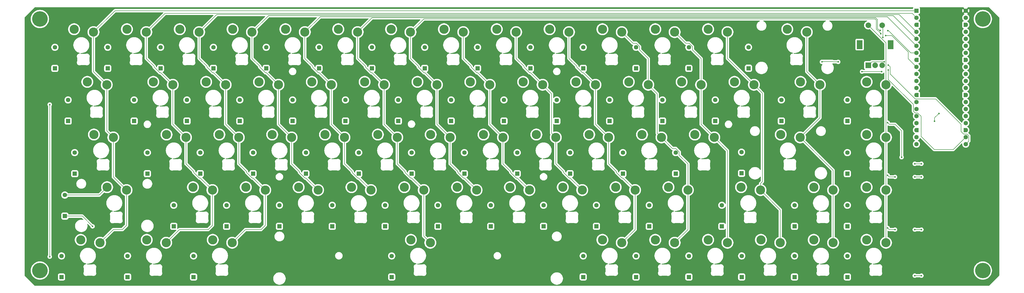
<source format=gbr>
%TF.GenerationSoftware,KiCad,Pcbnew,9.0.2*%
%TF.CreationDate,2025-07-27T20:58:08-05:00*%
%TF.ProjectId,modern-keyboard,6d6f6465-726e-42d6-9b65-79626f617264,rev?*%
%TF.SameCoordinates,Original*%
%TF.FileFunction,Copper,L1,Top*%
%TF.FilePolarity,Positive*%
%FSLAX46Y46*%
G04 Gerber Fmt 4.6, Leading zero omitted, Abs format (unit mm)*
G04 Created by KiCad (PCBNEW 9.0.2) date 2025-07-27 20:58:08*
%MOMM*%
%LPD*%
G01*
G04 APERTURE LIST*
G04 Aperture macros list*
%AMRoundRect*
0 Rectangle with rounded corners*
0 $1 Rounding radius*
0 $2 $3 $4 $5 $6 $7 $8 $9 X,Y pos of 4 corners*
0 Add a 4 corners polygon primitive as box body*
4,1,4,$2,$3,$4,$5,$6,$7,$8,$9,$2,$3,0*
0 Add four circle primitives for the rounded corners*
1,1,$1+$1,$2,$3*
1,1,$1+$1,$4,$5*
1,1,$1+$1,$6,$7*
1,1,$1+$1,$8,$9*
0 Add four rect primitives between the rounded corners*
20,1,$1+$1,$2,$3,$4,$5,0*
20,1,$1+$1,$4,$5,$6,$7,0*
20,1,$1+$1,$6,$7,$8,$9,0*
20,1,$1+$1,$8,$9,$2,$3,0*%
%AMFreePoly0*
4,1,37,0.603843,0.796157,0.639018,0.796157,0.711114,0.766294,0.766294,0.711114,0.796157,0.639018,0.796157,0.603843,0.800000,0.600000,0.800000,-0.600000,0.796157,-0.603843,0.796157,-0.639018,0.766294,-0.711114,0.711114,-0.766294,0.639018,-0.796157,0.603843,-0.796157,0.600000,-0.800000,0.000000,-0.800000,0.000000,-0.796148,-0.078414,-0.796148,-0.232228,-0.765552,-0.377117,-0.705537,
-0.507515,-0.618408,-0.618408,-0.507515,-0.705537,-0.377117,-0.765552,-0.232228,-0.796148,-0.078414,-0.796148,0.078414,-0.765552,0.232228,-0.705537,0.377117,-0.618408,0.507515,-0.507515,0.618408,-0.377117,0.705537,-0.232228,0.765552,-0.078414,0.796148,0.000000,0.796148,0.000000,0.800000,0.600000,0.800000,0.603843,0.796157,0.603843,0.796157,$1*%
%AMFreePoly1*
4,1,37,0.000000,0.796148,0.078414,0.796148,0.232228,0.765552,0.377117,0.705537,0.507515,0.618408,0.618408,0.507515,0.705537,0.377117,0.765552,0.232228,0.796148,0.078414,0.796148,-0.078414,0.765552,-0.232228,0.705537,-0.377117,0.618408,-0.507515,0.507515,-0.618408,0.377117,-0.705537,0.232228,-0.765552,0.078414,-0.796148,0.000000,-0.796148,0.000000,-0.800000,-0.600000,-0.800000,
-0.603843,-0.796157,-0.639018,-0.796157,-0.711114,-0.766294,-0.766294,-0.711114,-0.796157,-0.639018,-0.796157,-0.603843,-0.800000,-0.600000,-0.800000,0.600000,-0.796157,0.603843,-0.796157,0.639018,-0.766294,0.711114,-0.711114,0.766294,-0.639018,0.796157,-0.603843,0.796157,-0.600000,0.800000,0.000000,0.800000,0.000000,0.796148,0.000000,0.796148,$1*%
G04 Aperture macros list end*
%TA.AperFunction,ComponentPad*%
%ADD10C,3.600000*%
%TD*%
%TA.AperFunction,ConnectorPad*%
%ADD11C,5.600000*%
%TD*%
%TA.AperFunction,ComponentPad*%
%ADD12R,2.000000X2.000000*%
%TD*%
%TA.AperFunction,ComponentPad*%
%ADD13C,2.000000*%
%TD*%
%TA.AperFunction,ComponentPad*%
%ADD14R,2.000000X3.200000*%
%TD*%
%TA.AperFunction,ComponentPad*%
%ADD15RoundRect,0.200000X-0.600000X-0.600000X0.600000X-0.600000X0.600000X0.600000X-0.600000X0.600000X0*%
%TD*%
%TA.AperFunction,ComponentPad*%
%ADD16C,1.600000*%
%TD*%
%TA.AperFunction,ComponentPad*%
%ADD17FreePoly0,0.000000*%
%TD*%
%TA.AperFunction,ComponentPad*%
%ADD18FreePoly1,0.000000*%
%TD*%
%TA.AperFunction,ComponentPad*%
%ADD19RoundRect,0.250000X0.550000X-0.550000X0.550000X0.550000X-0.550000X0.550000X-0.550000X-0.550000X0*%
%TD*%
%TA.AperFunction,ComponentPad*%
%ADD20C,3.300000*%
%TD*%
%TA.AperFunction,ViaPad*%
%ADD21C,0.600000*%
%TD*%
%TA.AperFunction,Conductor*%
%ADD22C,0.200000*%
%TD*%
G04 APERTURE END LIST*
D10*
%TO.P,REF\u002A\u002A,1*%
%TO.N,N/C*%
X106000000Y-231000000D03*
D11*
X106000000Y-231000000D03*
%TD*%
D12*
%TO.P,SW83,A,A*%
%TO.N,EC1A*%
X404693750Y-247756250D03*
D13*
%TO.P,SW83,B,B*%
%TO.N,EC1B*%
X409693750Y-247756250D03*
%TO.P,SW83,C,C*%
%TO.N,GND*%
X407193750Y-247756250D03*
D14*
%TO.P,SW83,MP*%
%TO.N,N/C*%
X401593750Y-240256250D03*
X412793750Y-240256250D03*
D13*
%TO.P,SW83,S1,S1*%
%TO.N,Row 0*%
X409693750Y-233256250D03*
%TO.P,SW83,S2,S2*%
%TO.N,Col 14*%
X404693750Y-233256250D03*
%TD*%
D15*
%TO.P,A1,1,GPIO0*%
%TO.N,Col 0*%
X422070000Y-227982500D03*
D16*
%TO.P,A1,2,GPIO1*%
%TO.N,Col 1*%
X422070000Y-230522500D03*
D17*
%TO.P,A1,3,GND*%
%TO.N,GND*%
X422070000Y-233062500D03*
D16*
%TO.P,A1,4,GPIO2*%
%TO.N,Col 2*%
X422070000Y-235602500D03*
%TO.P,A1,5,GPIO3*%
%TO.N,Col 3*%
X422070000Y-238142500D03*
%TO.P,A1,6,GPIO4*%
%TO.N,Col 4*%
X422070000Y-240682500D03*
%TO.P,A1,7,GPIO5*%
%TO.N,Col 5*%
X422070000Y-243222500D03*
D17*
%TO.P,A1,8,GND*%
%TO.N,GND*%
X422070000Y-245762500D03*
D16*
%TO.P,A1,9,GPIO6*%
%TO.N,Col 6*%
X422070000Y-248302500D03*
%TO.P,A1,10,GPIO7*%
%TO.N,Col 7*%
X422070000Y-250842500D03*
%TO.P,A1,11,GPIO8*%
%TO.N,Col 8*%
X422070000Y-253382500D03*
%TO.P,A1,12,GPIO9*%
%TO.N,Col 9*%
X422070000Y-255922500D03*
D17*
%TO.P,A1,13,GND*%
%TO.N,GND*%
X422070000Y-258462500D03*
D16*
%TO.P,A1,14,GPIO10*%
%TO.N,Col 10*%
X422070000Y-261002500D03*
%TO.P,A1,15,GPIO11*%
%TO.N,Col 11*%
X422070000Y-263542500D03*
%TO.P,A1,16,GPIO12*%
%TO.N,Col 12*%
X422070000Y-266082500D03*
%TO.P,A1,17,GPIO13*%
%TO.N,Col 13*%
X422070000Y-268622500D03*
D17*
%TO.P,A1,18,GND*%
%TO.N,GND*%
X422070000Y-271162500D03*
D16*
%TO.P,A1,19,GPIO14*%
%TO.N,Col 14*%
X422070000Y-273702500D03*
%TO.P,A1,20,GPIO15*%
%TO.N,RGB*%
X422070000Y-276242500D03*
%TO.P,A1,21,GPIO16*%
%TO.N,EC1A*%
X439850000Y-276242500D03*
%TO.P,A1,22,GPIO17*%
%TO.N,EC1B*%
X439850000Y-273702500D03*
D18*
%TO.P,A1,23,GND*%
%TO.N,GND*%
X439850000Y-271162500D03*
D16*
%TO.P,A1,24,GPIO18*%
%TO.N,Row 0*%
X439850000Y-268622500D03*
%TO.P,A1,25,GPIO19*%
%TO.N,Row 1*%
X439850000Y-266082500D03*
%TO.P,A1,26,GPIO20*%
%TO.N,Row 2*%
X439850000Y-263542500D03*
%TO.P,A1,27,GPIO21*%
%TO.N,Row 3*%
X439850000Y-261002500D03*
D18*
%TO.P,A1,28,GND*%
%TO.N,GND*%
X439850000Y-258462500D03*
D16*
%TO.P,A1,29,GPIO22*%
%TO.N,Row 4*%
X439850000Y-255922500D03*
%TO.P,A1,30,RUN*%
%TO.N,unconnected-(A1-RUN-Pad30)*%
X439850000Y-253382500D03*
%TO.P,A1,31,GPIO26_ADC0*%
%TO.N,unconnected-(A1-GPIO26_ADC0-Pad31)*%
X439850000Y-250842500D03*
%TO.P,A1,32,GPIO27_ADC1*%
%TO.N,unconnected-(A1-GPIO27_ADC1-Pad32)*%
X439850000Y-248302500D03*
D18*
%TO.P,A1,33,AGND*%
%TO.N,unconnected-(A1-AGND-Pad33)*%
X439850000Y-245762500D03*
D16*
%TO.P,A1,34,GPIO28_ADC2*%
%TO.N,unconnected-(A1-GPIO28_ADC2-Pad34)*%
X439850000Y-243222500D03*
%TO.P,A1,35,ADC_VREF*%
%TO.N,unconnected-(A1-ADC_VREF-Pad35)*%
X439850000Y-240682500D03*
%TO.P,A1,36,3V3*%
%TO.N,unconnected-(A1-3V3-Pad36)*%
X439850000Y-238142500D03*
%TO.P,A1,37,3V3_EN*%
%TO.N,+3V3*%
X439850000Y-235602500D03*
D18*
%TO.P,A1,38,GND*%
%TO.N,GND*%
X439850000Y-233062500D03*
D16*
%TO.P,A1,39,VSYS*%
%TO.N,unconnected-(A1-VSYS-Pad39)*%
X439850000Y-230522500D03*
%TO.P,A1,40,VBUS*%
%TO.N,+5V*%
X439850000Y-227982500D03*
%TD*%
D10*
%TO.P,REF\u002A\u002A,1*%
%TO.N,N/C*%
X446000000Y-231000000D03*
D11*
X446000000Y-231000000D03*
%TD*%
D10*
%TO.P,REF\u002A\u002A,1*%
%TO.N,N/C*%
X446000000Y-322000000D03*
D11*
X446000000Y-322000000D03*
%TD*%
D10*
%TO.P,REF\u002A\u002A,1*%
%TO.N,N/C*%
X106000000Y-322000000D03*
D11*
X106000000Y-322000000D03*
%TD*%
D19*
%TO.P,D27,1,K*%
%TO.N,Row 1*%
X349542500Y-267900000D03*
D16*
%TO.P,D27,2,A*%
%TO.N,Net-(D27-A)*%
X349542500Y-260280000D03*
%TD*%
D20*
%TO.P,SW36,1,1*%
%TO.N,Col 6*%
X253930000Y-273843750D03*
%TO.P,SW36,2,2*%
%TO.N,Net-(D36-A)*%
X246930000Y-272793750D03*
%TD*%
%TO.P,SW6,1,1*%
%TO.N,Col 5*%
X220592500Y-235743750D03*
%TO.P,SW6,2,2*%
%TO.N,Net-(D6-A)*%
X213592500Y-234693750D03*
%TD*%
%TO.P,SW42,1,1*%
%TO.N,Col 13*%
X380136250Y-273843750D03*
%TO.P,SW42,2,2*%
%TO.N,Net-(D42-A)*%
X373136250Y-272793750D03*
%TD*%
D19*
%TO.P,D5,1,K*%
%TO.N,Row 0*%
X187617500Y-248850000D03*
D16*
%TO.P,D5,2,A*%
%TO.N,Net-(D5-A)*%
X187617500Y-241230000D03*
%TD*%
D19*
%TO.P,D62,1,K*%
%TO.N,Row 4*%
X301917500Y-324326250D03*
D16*
%TO.P,D62,2,A*%
%TO.N,Net-(D62-A)*%
X301917500Y-316706250D03*
%TD*%
D19*
%TO.P,D36,1,K*%
%TO.N,Row 2*%
X240005000Y-286950000D03*
D16*
%TO.P,D36,2,A*%
%TO.N,Net-(D36-A)*%
X240005000Y-279330000D03*
%TD*%
D20*
%TO.P,SW45,1,1*%
%TO.N,Col 1*%
X168205000Y-292893750D03*
%TO.P,SW45,2,2*%
%TO.N,Net-(D45-A)*%
X161205000Y-291843750D03*
%TD*%
%TO.P,SW47,1,1*%
%TO.N,Col 3*%
X206305000Y-292893750D03*
%TO.P,SW47,2,2*%
%TO.N,Net-(D47-A)*%
X199305000Y-291843750D03*
%TD*%
%TO.P,SW39,1,1*%
%TO.N,Col 9*%
X311080000Y-273843750D03*
%TO.P,SW39,2,2*%
%TO.N,Net-(D39-A)*%
X304080000Y-272793750D03*
%TD*%
D19*
%TO.P,D25,1,K*%
%TO.N,Row 1*%
X311442500Y-267900000D03*
D16*
%TO.P,D25,2,A*%
%TO.N,Net-(D25-A)*%
X311442500Y-260280000D03*
%TD*%
D20*
%TO.P,SW63,1,1*%
%TO.N,Col 10*%
X334892500Y-311943750D03*
%TO.P,SW63,2,2*%
%TO.N,Net-(D63-A)*%
X327892500Y-310893750D03*
%TD*%
%TO.P,SW24,1,1*%
%TO.N,Col 9*%
X306317500Y-254793750D03*
%TO.P,SW24,2,2*%
%TO.N,Net-(D24-A)*%
X299317500Y-253743750D03*
%TD*%
D19*
%TO.P,D9,1,K*%
%TO.N,Row 0*%
X263817500Y-248850000D03*
D16*
%TO.P,D9,2,A*%
%TO.N,Net-(D9-A)*%
X263817500Y-241230000D03*
%TD*%
D20*
%TO.P,SW48,1,1*%
%TO.N,Col 4*%
X225355000Y-292893750D03*
%TO.P,SW48,2,2*%
%TO.N,Net-(D48-A)*%
X218355000Y-291843750D03*
%TD*%
D19*
%TO.P,D28,1,K*%
%TO.N,Row 1*%
X373355000Y-267900000D03*
D16*
%TO.P,D28,2,A*%
%TO.N,Net-(D28-A)*%
X373355000Y-260280000D03*
%TD*%
D19*
%TO.P,D3,1,K*%
%TO.N,Row 0*%
X149517500Y-248850000D03*
D16*
%TO.P,D3,2,A*%
%TO.N,Net-(D3-A)*%
X149517500Y-241230000D03*
%TD*%
D19*
%TO.P,D18,1,K*%
%TO.N,Row 1*%
X178092500Y-267900000D03*
D16*
%TO.P,D18,2,A*%
%TO.N,Net-(D18-A)*%
X178092500Y-260280000D03*
%TD*%
D20*
%TO.P,SW31,1,1*%
%TO.N,Col 1*%
X158680000Y-273843750D03*
%TO.P,SW31,2,2*%
%TO.N,Net-(D31-A)*%
X151680000Y-272793750D03*
%TD*%
%TO.P,SW28,1,1*%
%TO.N,Col 13*%
X387280000Y-254793750D03*
%TO.P,SW28,2,2*%
%TO.N,Net-(D28-A)*%
X380280000Y-253743750D03*
%TD*%
%TO.P,SW43,1,1*%
%TO.N,Col 14*%
X411092500Y-273843750D03*
%TO.P,SW43,2,2*%
%TO.N,Net-(D43-A)*%
X404092500Y-272793750D03*
%TD*%
%TO.P,SW54,1,1*%
%TO.N,Col 10*%
X339655000Y-292893750D03*
%TO.P,SW54,2,2*%
%TO.N,Net-(D54-A)*%
X332655000Y-291843750D03*
%TD*%
%TO.P,SW50,1,1*%
%TO.N,Col 6*%
X263455000Y-292893750D03*
%TO.P,SW50,2,2*%
%TO.N,Net-(D50-A)*%
X256455000Y-291843750D03*
%TD*%
D19*
%TO.P,D56,1,K*%
%TO.N,Row 3*%
X378117500Y-306000000D03*
D16*
%TO.P,D56,2,A*%
%TO.N,Net-(D56-A)*%
X378117500Y-298380000D03*
%TD*%
D20*
%TO.P,SW59,1,1*%
%TO.N,Col 1*%
X151536250Y-311943750D03*
%TO.P,SW59,2,2*%
%TO.N,Net-(D59-A)*%
X144536250Y-310893750D03*
%TD*%
%TO.P,SW3,1,1*%
%TO.N,Col 2*%
X163442500Y-235743750D03*
%TO.P,SW3,2,2*%
%TO.N,Net-(D3-A)*%
X156442500Y-234693750D03*
%TD*%
D19*
%TO.P,D51,1,K*%
%TO.N,Row 3*%
X268580000Y-306000000D03*
D16*
%TO.P,D51,2,A*%
%TO.N,Net-(D51-A)*%
X268580000Y-298380000D03*
%TD*%
D19*
%TO.P,D30,1,K*%
%TO.N,Row 2*%
X118561250Y-286950000D03*
D16*
%TO.P,D30,2,A*%
%TO.N,Net-(D30-A)*%
X118561250Y-279330000D03*
%TD*%
D19*
%TO.P,D17,1,K*%
%TO.N,Row 1*%
X159042500Y-267900000D03*
D16*
%TO.P,D17,2,A*%
%TO.N,Net-(D17-A)*%
X159042500Y-260280000D03*
%TD*%
D20*
%TO.P,SW55,1,1*%
%TO.N,Col 12*%
X365848750Y-292893750D03*
%TO.P,SW55,2,2*%
%TO.N,Net-(D55-A)*%
X358848750Y-291843750D03*
%TD*%
D19*
%TO.P,D55,1,K*%
%TO.N,Row 3*%
X351923750Y-306000000D03*
D16*
%TO.P,D55,2,A*%
%TO.N,Net-(D55-A)*%
X351923750Y-298380000D03*
%TD*%
D20*
%TO.P,SW9,1,1*%
%TO.N,Col 8*%
X277742500Y-235743750D03*
%TO.P,SW9,2,2*%
%TO.N,Net-(D9-A)*%
X270742500Y-234693750D03*
%TD*%
%TO.P,SW65,1,1*%
%TO.N,Col 12*%
X372992500Y-311943750D03*
%TO.P,SW65,2,2*%
%TO.N,Net-(D65-A)*%
X365992500Y-310893750D03*
%TD*%
D19*
%TO.P,D34,1,K*%
%TO.N,Row 2*%
X201905000Y-286950000D03*
D16*
%TO.P,D34,2,A*%
%TO.N,Net-(D34-A)*%
X201905000Y-279330000D03*
%TD*%
D20*
%TO.P,SW64,1,1*%
%TO.N,Col 11*%
X353942500Y-311943750D03*
%TO.P,SW64,2,2*%
%TO.N,Net-(D64-A)*%
X346942500Y-310893750D03*
%TD*%
%TO.P,SW7,1,1*%
%TO.N,Col 6*%
X239642500Y-235743750D03*
%TO.P,SW7,2,2*%
%TO.N,Net-(D7-A)*%
X232642500Y-234693750D03*
%TD*%
%TO.P,SW33,1,1*%
%TO.N,Col 3*%
X196780000Y-273843750D03*
%TO.P,SW33,2,2*%
%TO.N,Net-(D33-A)*%
X189780000Y-272793750D03*
%TD*%
D19*
%TO.P,D33,1,K*%
%TO.N,Row 2*%
X182855000Y-286950000D03*
D16*
%TO.P,D33,2,A*%
%TO.N,Net-(D33-A)*%
X182855000Y-279330000D03*
%TD*%
D19*
%TO.P,D40,1,K*%
%TO.N,Row 2*%
X316205000Y-286950000D03*
D16*
%TO.P,D40,2,A*%
%TO.N,Net-(D40-A)*%
X316205000Y-279330000D03*
%TD*%
D19*
%TO.P,D42,1,K*%
%TO.N,Row 2*%
X359000000Y-286810000D03*
D16*
%TO.P,D42,2,A*%
%TO.N,Net-(D42-A)*%
X359000000Y-279190000D03*
%TD*%
D19*
%TO.P,D4,1,K*%
%TO.N,Row 0*%
X168567500Y-248850000D03*
D16*
%TO.P,D4,2,A*%
%TO.N,Net-(D4-A)*%
X168567500Y-241230000D03*
%TD*%
D20*
%TO.P,SW30,1,1*%
%TO.N,Col 0*%
X132486250Y-273843750D03*
%TO.P,SW30,2,2*%
%TO.N,Net-(D30-A)*%
X125486250Y-272793750D03*
%TD*%
%TO.P,SW18,1,1*%
%TO.N,Col 3*%
X192017500Y-254793750D03*
%TO.P,SW18,2,2*%
%TO.N,Net-(D18-A)*%
X185017500Y-253743750D03*
%TD*%
D19*
%TO.P,D49,1,K*%
%TO.N,Row 3*%
X230480000Y-306000000D03*
D16*
%TO.P,D49,2,A*%
%TO.N,Net-(D49-A)*%
X230480000Y-298380000D03*
%TD*%
D19*
%TO.P,D67,1,K*%
%TO.N,Row 4*%
X397167500Y-324326250D03*
D16*
%TO.P,D67,2,A*%
%TO.N,Net-(D67-A)*%
X397167500Y-316706250D03*
%TD*%
D20*
%TO.P,SW29,1,1*%
%TO.N,Col 14*%
X411092500Y-254793750D03*
%TO.P,SW29,2,2*%
%TO.N,Net-(D29-A)*%
X404092500Y-253743750D03*
%TD*%
%TO.P,SW12,1,1*%
%TO.N,Col 11*%
X334892500Y-235743750D03*
%TO.P,SW12,2,2*%
%TO.N,Net-(D12-A)*%
X327892500Y-234693750D03*
%TD*%
D19*
%TO.P,D43,1,K*%
%TO.N,Row 2*%
X397167500Y-286950000D03*
D16*
%TO.P,D43,2,A*%
%TO.N,Net-(D43-A)*%
X397167500Y-279330000D03*
%TD*%
D20*
%TO.P,SW41,1,1*%
%TO.N,Col 11*%
X349180000Y-273843750D03*
%TO.P,SW41,2,2*%
%TO.N,Net-(D41-A)*%
X342180000Y-272793750D03*
%TD*%
%TO.P,SW19,1,1*%
%TO.N,Col 4*%
X211067500Y-254793750D03*
%TO.P,SW19,2,2*%
%TO.N,Net-(D19-A)*%
X204067500Y-253743750D03*
%TD*%
D19*
%TO.P,D52,1,K*%
%TO.N,Row 3*%
X287630000Y-306000000D03*
D16*
%TO.P,D52,2,A*%
%TO.N,Net-(D52-A)*%
X287630000Y-298380000D03*
%TD*%
D20*
%TO.P,SW10,1,1*%
%TO.N,Col 9*%
X296792500Y-235743750D03*
%TO.P,SW10,2,2*%
%TO.N,Net-(D10-A)*%
X289792500Y-234693750D03*
%TD*%
%TO.P,SW51,1,1*%
%TO.N,Col 7*%
X282505000Y-292893750D03*
%TO.P,SW51,2,2*%
%TO.N,Net-(D51-A)*%
X275505000Y-291843750D03*
%TD*%
D19*
%TO.P,D8,1,K*%
%TO.N,Row 0*%
X244767500Y-248850000D03*
D16*
%TO.P,D8,2,A*%
%TO.N,Net-(D8-A)*%
X244767500Y-241230000D03*
%TD*%
D19*
%TO.P,D45,1,K*%
%TO.N,Row 3*%
X154280000Y-306000000D03*
D16*
%TO.P,D45,2,A*%
%TO.N,Net-(D45-A)*%
X154280000Y-298380000D03*
%TD*%
D19*
%TO.P,D65,1,K*%
%TO.N,Row 4*%
X359067500Y-324326250D03*
D16*
%TO.P,D65,2,A*%
%TO.N,Net-(D65-A)*%
X359067500Y-316706250D03*
%TD*%
D19*
%TO.P,D10,1,K*%
%TO.N,Row 0*%
X282867500Y-248850000D03*
D16*
%TO.P,D10,2,A*%
%TO.N,Net-(D10-A)*%
X282867500Y-241230000D03*
%TD*%
D19*
%TO.P,D41,1,K*%
%TO.N,Row 2*%
X335255000Y-286950000D03*
D16*
%TO.P,D41,2,A*%
%TO.N,Net-(D41-A)*%
X335255000Y-279330000D03*
%TD*%
D19*
%TO.P,D61,1,K*%
%TO.N,Row 4*%
X232861250Y-324326250D03*
D16*
%TO.P,D61,2,A*%
%TO.N,Net-(D61-A)*%
X232861250Y-316706250D03*
%TD*%
D19*
%TO.P,D31,1,K*%
%TO.N,Row 2*%
X144755000Y-286950000D03*
D16*
%TO.P,D31,2,A*%
%TO.N,Net-(D31-A)*%
X144755000Y-279330000D03*
%TD*%
D19*
%TO.P,D48,1,K*%
%TO.N,Row 3*%
X211430000Y-306000000D03*
D16*
%TO.P,D48,2,A*%
%TO.N,Net-(D48-A)*%
X211430000Y-298380000D03*
%TD*%
D20*
%TO.P,SW5,1,1*%
%TO.N,Col 4*%
X201542500Y-235743750D03*
%TO.P,SW5,2,2*%
%TO.N,Net-(D5-A)*%
X194542500Y-234693750D03*
%TD*%
D19*
%TO.P,D20,1,K*%
%TO.N,Row 1*%
X216192500Y-267900000D03*
D16*
%TO.P,D20,2,A*%
%TO.N,Net-(D20-A)*%
X216192500Y-260280000D03*
%TD*%
D20*
%TO.P,SW67,1,1*%
%TO.N,Col 14*%
X411092500Y-311943750D03*
%TO.P,SW67,2,2*%
%TO.N,Net-(D67-A)*%
X404092500Y-310893750D03*
%TD*%
%TO.P,SW53,1,1*%
%TO.N,Col 9*%
X320605000Y-292893750D03*
%TO.P,SW53,2,2*%
%TO.N,Net-(D53-A)*%
X313605000Y-291843750D03*
%TD*%
D19*
%TO.P,D35,1,K*%
%TO.N,Row 2*%
X220955000Y-286950000D03*
D16*
%TO.P,D35,2,A*%
%TO.N,Net-(D35-A)*%
X220955000Y-279330000D03*
%TD*%
D20*
%TO.P,SW34,1,1*%
%TO.N,Col 4*%
X215830000Y-273843750D03*
%TO.P,SW34,2,2*%
%TO.N,Net-(D34-A)*%
X208830000Y-272793750D03*
%TD*%
%TO.P,SW46,1,1*%
%TO.N,Col 2*%
X187255000Y-292893750D03*
%TO.P,SW46,2,2*%
%TO.N,Net-(D46-A)*%
X180255000Y-291843750D03*
%TD*%
D19*
%TO.P,D53,1,K*%
%TO.N,Row 3*%
X306680000Y-306000000D03*
D16*
%TO.P,D53,2,A*%
%TO.N,Net-(D53-A)*%
X306680000Y-298380000D03*
%TD*%
D20*
%TO.P,SW57,1,1*%
%TO.N,Col 14*%
X411092500Y-292893750D03*
%TO.P,SW57,2,2*%
%TO.N,Net-(D57-A)*%
X404092500Y-291843750D03*
%TD*%
%TO.P,SW66,1,1*%
%TO.N,Col 13*%
X392042500Y-311943750D03*
%TO.P,SW66,2,2*%
%TO.N,Net-(D66-A)*%
X385042500Y-310893750D03*
%TD*%
%TO.P,SW32,1,1*%
%TO.N,Col 2*%
X177730000Y-273843750D03*
%TO.P,SW32,2,2*%
%TO.N,Net-(D32-A)*%
X170730000Y-272793750D03*
%TD*%
D19*
%TO.P,D47,1,K*%
%TO.N,Row 3*%
X192380000Y-306000000D03*
D16*
%TO.P,D47,2,A*%
%TO.N,Net-(D47-A)*%
X192380000Y-298380000D03*
%TD*%
D19*
%TO.P,D50,1,K*%
%TO.N,Row 3*%
X249530000Y-306000000D03*
D16*
%TO.P,D50,2,A*%
%TO.N,Net-(D50-A)*%
X249530000Y-298380000D03*
%TD*%
D20*
%TO.P,SW8,1,1*%
%TO.N,Col 7*%
X258692500Y-235743750D03*
%TO.P,SW8,2,2*%
%TO.N,Net-(D8-A)*%
X251692500Y-234693750D03*
%TD*%
%TO.P,SW38,1,1*%
%TO.N,Col 8*%
X292030000Y-273843750D03*
%TO.P,SW38,2,2*%
%TO.N,Net-(D38-A)*%
X285030000Y-272793750D03*
%TD*%
%TO.P,SW26,1,1*%
%TO.N,Col 11*%
X344417500Y-254793750D03*
%TO.P,SW26,2,2*%
%TO.N,Net-(D26-A)*%
X337417500Y-253743750D03*
%TD*%
%TO.P,SW62,1,1*%
%TO.N,Col 9*%
X315842500Y-311943750D03*
%TO.P,SW62,2,2*%
%TO.N,Net-(D62-A)*%
X308842500Y-310893750D03*
%TD*%
%TO.P,SW52,1,1*%
%TO.N,Col 8*%
X301555000Y-292893750D03*
%TO.P,SW52,2,2*%
%TO.N,Net-(D52-A)*%
X294555000Y-291843750D03*
%TD*%
D19*
%TO.P,D7,1,K*%
%TO.N,Row 0*%
X225717500Y-248850000D03*
D16*
%TO.P,D7,2,A*%
%TO.N,Net-(D7-A)*%
X225717500Y-241230000D03*
%TD*%
D19*
%TO.P,D14,1,K*%
%TO.N,Row 0*%
X361500000Y-248810000D03*
D16*
%TO.P,D14,2,A*%
%TO.N,Net-(D14-A)*%
X361500000Y-241190000D03*
%TD*%
D19*
%TO.P,D38,1,K*%
%TO.N,Row 2*%
X278105000Y-286950000D03*
D16*
%TO.P,D38,2,A*%
%TO.N,Net-(D38-A)*%
X278105000Y-279330000D03*
%TD*%
D19*
%TO.P,D59,1,K*%
%TO.N,Row 4*%
X137611250Y-324326250D03*
D16*
%TO.P,D59,2,A*%
%TO.N,Net-(D59-A)*%
X137611250Y-316706250D03*
%TD*%
D20*
%TO.P,SW44,1,1*%
%TO.N,Col 0*%
X137248750Y-292893750D03*
%TO.P,SW44,2,2*%
%TO.N,Net-(D44-A)*%
X130248750Y-291843750D03*
%TD*%
%TO.P,SW25,1,1*%
%TO.N,Col 10*%
X325367500Y-254793750D03*
%TO.P,SW25,2,2*%
%TO.N,Net-(D25-A)*%
X318367500Y-253743750D03*
%TD*%
D19*
%TO.P,D66,1,K*%
%TO.N,Row 4*%
X378117500Y-324326250D03*
D16*
%TO.P,D66,2,A*%
%TO.N,Net-(D66-A)*%
X378117500Y-316706250D03*
%TD*%
D19*
%TO.P,D23,1,K*%
%TO.N,Row 1*%
X273342500Y-267900000D03*
D16*
%TO.P,D23,2,A*%
%TO.N,Net-(D23-A)*%
X273342500Y-260280000D03*
%TD*%
D19*
%TO.P,D12,1,K*%
%TO.N,Row 0*%
X320967500Y-248850000D03*
D16*
%TO.P,D12,2,A*%
%TO.N,Net-(D12-A)*%
X320967500Y-241230000D03*
%TD*%
D20*
%TO.P,SW15,1,1*%
%TO.N,Col 0*%
X130105000Y-254793750D03*
%TO.P,SW15,2,2*%
%TO.N,Net-(D15-A)*%
X123105000Y-253743750D03*
%TD*%
%TO.P,SW35,1,1*%
%TO.N,Col 5*%
X234880000Y-273843750D03*
%TO.P,SW35,2,2*%
%TO.N,Net-(D35-A)*%
X227880000Y-272793750D03*
%TD*%
%TO.P,SW20,1,1*%
%TO.N,Col 5*%
X230117500Y-254793750D03*
%TO.P,SW20,2,2*%
%TO.N,Net-(D20-A)*%
X223117500Y-253743750D03*
%TD*%
D19*
%TO.P,D60,1,K*%
%TO.N,Row 4*%
X161423750Y-324326250D03*
D16*
%TO.P,D60,2,A*%
%TO.N,Net-(D60-A)*%
X161423750Y-316706250D03*
%TD*%
D20*
%TO.P,SW61,1,1*%
%TO.N,Col 5*%
X246786250Y-311943750D03*
%TO.P,SW61,2,2*%
%TO.N,Net-(D61-A)*%
X239786250Y-310893750D03*
%TD*%
D19*
%TO.P,D11,1,K*%
%TO.N,Row 0*%
X301917500Y-248850000D03*
D16*
%TO.P,D11,2,A*%
%TO.N,Net-(D11-A)*%
X301917500Y-241230000D03*
%TD*%
D20*
%TO.P,SW27,1,1*%
%TO.N,Col 12*%
X363467500Y-254793750D03*
%TO.P,SW27,2,2*%
%TO.N,Net-(D27-A)*%
X356467500Y-253743750D03*
%TD*%
%TO.P,SW22,1,1*%
%TO.N,Col 7*%
X268217500Y-254793750D03*
%TO.P,SW22,2,2*%
%TO.N,Net-(D22-A)*%
X261217500Y-253743750D03*
%TD*%
D19*
%TO.P,D57,1,K*%
%TO.N,Row 3*%
X397167500Y-306000000D03*
D16*
%TO.P,D57,2,A*%
%TO.N,Net-(D57-A)*%
X397167500Y-298380000D03*
%TD*%
D19*
%TO.P,D2,1,K*%
%TO.N,Row 0*%
X130467500Y-248850000D03*
D16*
%TO.P,D2,2,A*%
%TO.N,Net-(D2-A)*%
X130467500Y-241230000D03*
%TD*%
D20*
%TO.P,SW16,1,1*%
%TO.N,Col 1*%
X153917500Y-254793750D03*
%TO.P,SW16,2,2*%
%TO.N,Net-(D16-A)*%
X146917500Y-253743750D03*
%TD*%
%TO.P,SW2,1,1*%
%TO.N,Col 1*%
X144392500Y-235743750D03*
%TO.P,SW2,2,2*%
%TO.N,Net-(D2-A)*%
X137392500Y-234693750D03*
%TD*%
%TO.P,SW49,1,1*%
%TO.N,Col 5*%
X244405000Y-292893750D03*
%TO.P,SW49,2,2*%
%TO.N,Net-(D49-A)*%
X237405000Y-291843750D03*
%TD*%
%TO.P,SW40,1,1*%
%TO.N,Col 10*%
X330130000Y-273843750D03*
%TO.P,SW40,2,2*%
%TO.N,Net-(D40-A)*%
X323130000Y-272793750D03*
%TD*%
D19*
%TO.P,D39,1,K*%
%TO.N,Row 2*%
X297155000Y-286950000D03*
D16*
%TO.P,D39,2,A*%
%TO.N,Net-(D39-A)*%
X297155000Y-279330000D03*
%TD*%
D20*
%TO.P,SW4,1,1*%
%TO.N,Col 3*%
X182492500Y-235743750D03*
%TO.P,SW4,2,2*%
%TO.N,Net-(D4-A)*%
X175492500Y-234693750D03*
%TD*%
D19*
%TO.P,D22,1,K*%
%TO.N,Row 1*%
X254292500Y-267900000D03*
D16*
%TO.P,D22,2,A*%
%TO.N,Net-(D22-A)*%
X254292500Y-260280000D03*
%TD*%
D19*
%TO.P,D6,1,K*%
%TO.N,Row 0*%
X206667500Y-248850000D03*
D16*
%TO.P,D6,2,A*%
%TO.N,Net-(D6-A)*%
X206667500Y-241230000D03*
%TD*%
D19*
%TO.P,D13,1,K*%
%TO.N,Row 0*%
X340017500Y-248850000D03*
D16*
%TO.P,D13,2,A*%
%TO.N,Net-(D13-A)*%
X340017500Y-241230000D03*
%TD*%
D19*
%TO.P,D63,1,K*%
%TO.N,Row 4*%
X320967500Y-324326250D03*
D16*
%TO.P,D63,2,A*%
%TO.N,Net-(D63-A)*%
X320967500Y-316706250D03*
%TD*%
D20*
%TO.P,SW14,1,1*%
%TO.N,Col 13*%
X382517500Y-235743750D03*
%TO.P,SW14,2,2*%
%TO.N,Net-(D14-A)*%
X375517500Y-234693750D03*
%TD*%
D19*
%TO.P,D58,1,K*%
%TO.N,Row 4*%
X113798750Y-324326250D03*
D16*
%TO.P,D58,2,A*%
%TO.N,Net-(D58-A)*%
X113798750Y-316706250D03*
%TD*%
D20*
%TO.P,SW1,1,1*%
%TO.N,Col 0*%
X125342500Y-235743750D03*
%TO.P,SW1,2,2*%
%TO.N,Net-(D1-A)*%
X118342500Y-234693750D03*
%TD*%
%TO.P,SW17,1,1*%
%TO.N,Col 2*%
X172967500Y-254793750D03*
%TO.P,SW17,2,2*%
%TO.N,Net-(D17-A)*%
X165967500Y-253743750D03*
%TD*%
D19*
%TO.P,D1,1,K*%
%TO.N,Row 0*%
X111417500Y-248850000D03*
D16*
%TO.P,D1,2,A*%
%TO.N,Net-(D1-A)*%
X111417500Y-241230000D03*
%TD*%
D20*
%TO.P,SW13,1,1*%
%TO.N,Col 12*%
X353942500Y-235743750D03*
%TO.P,SW13,2,2*%
%TO.N,Net-(D13-A)*%
X346942500Y-234693750D03*
%TD*%
D19*
%TO.P,D16,1,K*%
%TO.N,Row 1*%
X139992500Y-267900000D03*
D16*
%TO.P,D16,2,A*%
%TO.N,Net-(D16-A)*%
X139992500Y-260280000D03*
%TD*%
D20*
%TO.P,SW21,1,1*%
%TO.N,Col 6*%
X249167500Y-254793750D03*
%TO.P,SW21,2,2*%
%TO.N,Net-(D21-A)*%
X242167500Y-253743750D03*
%TD*%
D19*
%TO.P,D37,1,K*%
%TO.N,Row 2*%
X259055000Y-286950000D03*
D16*
%TO.P,D37,2,A*%
%TO.N,Net-(D37-A)*%
X259055000Y-279330000D03*
%TD*%
D20*
%TO.P,SW56,1,1*%
%TO.N,Col 13*%
X392042500Y-292893750D03*
%TO.P,SW56,2,2*%
%TO.N,Net-(D56-A)*%
X385042500Y-291843750D03*
%TD*%
D19*
%TO.P,D29,1,K*%
%TO.N,Row 1*%
X397167500Y-267900000D03*
D16*
%TO.P,D29,2,A*%
%TO.N,Net-(D29-A)*%
X397167500Y-260280000D03*
%TD*%
D19*
%TO.P,D21,1,K*%
%TO.N,Row 1*%
X235242500Y-267900000D03*
D16*
%TO.P,D21,2,A*%
%TO.N,Net-(D21-A)*%
X235242500Y-260280000D03*
%TD*%
D20*
%TO.P,SW60,1,1*%
%TO.N,Col 2*%
X175348750Y-311943750D03*
%TO.P,SW60,2,2*%
%TO.N,Net-(D60-A)*%
X168348750Y-310893750D03*
%TD*%
D19*
%TO.P,D54,1,K*%
%TO.N,Row 3*%
X325730000Y-306000000D03*
D16*
%TO.P,D54,2,A*%
%TO.N,Net-(D54-A)*%
X325730000Y-298380000D03*
%TD*%
D20*
%TO.P,SW37,1,1*%
%TO.N,Col 7*%
X272980000Y-273843750D03*
%TO.P,SW37,2,2*%
%TO.N,Net-(D37-A)*%
X265980000Y-272793750D03*
%TD*%
%TO.P,SW11,1,1*%
%TO.N,Col 10*%
X315842500Y-235743750D03*
%TO.P,SW11,2,2*%
%TO.N,Net-(D11-A)*%
X308842500Y-234693750D03*
%TD*%
D19*
%TO.P,D24,1,K*%
%TO.N,Row 1*%
X292392500Y-267900000D03*
D16*
%TO.P,D24,2,A*%
%TO.N,Net-(D24-A)*%
X292392500Y-260280000D03*
%TD*%
D19*
%TO.P,D32,1,K*%
%TO.N,Row 2*%
X163805000Y-286950000D03*
D16*
%TO.P,D32,2,A*%
%TO.N,Net-(D32-A)*%
X163805000Y-279330000D03*
%TD*%
D20*
%TO.P,SW23,1,1*%
%TO.N,Col 8*%
X287267500Y-254793750D03*
%TO.P,SW23,2,2*%
%TO.N,Net-(D23-A)*%
X280267500Y-253743750D03*
%TD*%
D19*
%TO.P,D64,1,K*%
%TO.N,Row 4*%
X340017500Y-324326250D03*
D16*
%TO.P,D64,2,A*%
%TO.N,Net-(D64-A)*%
X340017500Y-316706250D03*
%TD*%
D19*
%TO.P,D46,1,K*%
%TO.N,Row 3*%
X173330000Y-306000000D03*
D16*
%TO.P,D46,2,A*%
%TO.N,Net-(D46-A)*%
X173330000Y-298380000D03*
%TD*%
D20*
%TO.P,SW58,1,1*%
%TO.N,Col 0*%
X127723750Y-311943750D03*
%TO.P,SW58,2,2*%
%TO.N,Net-(D58-A)*%
X120723750Y-310893750D03*
%TD*%
D19*
%TO.P,D44,1,K*%
%TO.N,Row 3*%
X115000000Y-302310000D03*
D16*
%TO.P,D44,2,A*%
%TO.N,Net-(D44-A)*%
X115000000Y-294690000D03*
%TD*%
D19*
%TO.P,D26,1,K*%
%TO.N,Row 1*%
X330492500Y-267900000D03*
D16*
%TO.P,D26,2,A*%
%TO.N,Net-(D26-A)*%
X330492500Y-260280000D03*
%TD*%
D19*
%TO.P,D19,1,K*%
%TO.N,Row 1*%
X197142500Y-267900000D03*
D16*
%TO.P,D19,2,A*%
%TO.N,Net-(D19-A)*%
X197142500Y-260280000D03*
%TD*%
D19*
%TO.P,D15,1,K*%
%TO.N,Row 1*%
X116180000Y-267900000D03*
D16*
%TO.P,D15,2,A*%
%TO.N,Net-(D15-A)*%
X116180000Y-260280000D03*
%TD*%
D21*
%TO.N,Col 6*%
X409170675Y-236343750D03*
X411000000Y-237000000D03*
%TO.N,Col 5*%
X411783550Y-235216450D03*
X409044392Y-235143750D03*
%TO.N,Col 13*%
X402431250Y-250031250D03*
X409575000Y-250031250D03*
%TO.N,GND*%
X430162500Y-265162500D03*
X428625000Y-268000000D03*
%TO.N,+5V*%
X381000000Y-285750000D03*
X183356250Y-247650000D03*
X235743750Y-285750000D03*
X164306250Y-247650000D03*
X411956250Y-323850000D03*
X145256250Y-247650000D03*
X330993750Y-285750000D03*
X169068750Y-304800000D03*
X178593750Y-285750000D03*
X299000000Y-309750000D03*
X197643750Y-285750000D03*
X244250000Y-277000000D03*
X297656250Y-247650000D03*
X278606250Y-247650000D03*
X372000000Y-239500000D03*
X350043750Y-285750000D03*
X221456250Y-247650000D03*
X250031250Y-266700000D03*
X190000000Y-297000000D03*
X152400000Y-323850000D03*
X320000000Y-276000000D03*
X211931250Y-266700000D03*
X392906250Y-304800000D03*
X173831250Y-266700000D03*
X230981250Y-266700000D03*
X249250000Y-239000000D03*
X259556250Y-247650000D03*
X411956250Y-285750000D03*
X130968750Y-266700000D03*
X335756250Y-323850000D03*
X316706250Y-247650000D03*
X188118750Y-304800000D03*
X316706250Y-323850000D03*
X302418750Y-304800000D03*
X126206250Y-247650000D03*
X383381250Y-247650000D03*
X161000000Y-295000000D03*
X345281250Y-266700000D03*
X288131250Y-266700000D03*
X144000000Y-259000000D03*
X364331250Y-266700000D03*
X354806250Y-323850000D03*
X264318750Y-304800000D03*
X411956250Y-266700000D03*
X133350000Y-285750000D03*
X366712500Y-304800000D03*
X216693750Y-285750000D03*
X207168750Y-304800000D03*
X292893750Y-285750000D03*
X326231250Y-266700000D03*
X273843750Y-285750000D03*
X307181250Y-266700000D03*
X392906250Y-323850000D03*
X311943750Y-285750000D03*
X411956250Y-304800000D03*
X283368750Y-304800000D03*
X340518750Y-304800000D03*
X138112500Y-304800000D03*
X247650000Y-323850000D03*
X373856250Y-323850000D03*
X202406250Y-247650000D03*
X354806250Y-247650000D03*
X159543750Y-285750000D03*
X226218750Y-304800000D03*
X254793750Y-285750000D03*
X376000000Y-294000000D03*
X269081250Y-266700000D03*
X154781250Y-266700000D03*
X176212500Y-323850000D03*
X192881250Y-266700000D03*
X245268750Y-304800000D03*
X128587500Y-323850000D03*
X335756250Y-247650000D03*
X321468750Y-304800000D03*
X240506250Y-247650000D03*
X388143750Y-266700000D03*
%TO.N,RGB*%
X109537500Y-317000000D03*
X109537500Y-261937500D03*
%TO.N,Row 0*%
X393850000Y-246500000D03*
X409993015Y-237706985D03*
X388000000Y-246500000D03*
%TO.N,Row 1*%
X411692500Y-268481250D03*
X423862500Y-283368750D03*
X416718750Y-280987500D03*
X421470000Y-283368750D03*
%TO.N,Row 2*%
X414337500Y-288131250D03*
X421470000Y-288131250D03*
X423862500Y-288131250D03*
X411692500Y-287531250D03*
%TO.N,Row 3*%
X423862500Y-307181250D03*
X421470000Y-307181250D03*
X414337500Y-307181250D03*
X411692500Y-306581250D03*
X125000000Y-306000000D03*
%TO.N,Row 4*%
X423862500Y-323850000D03*
X421470000Y-323850000D03*
%TO.N,EC1B*%
X411956250Y-249431250D03*
%TO.N,EC1A*%
X410492500Y-246486604D03*
X411956250Y-247650000D03*
%TD*%
D22*
%TO.N,Col 8*%
X290512500Y-258038750D02*
X290512500Y-272326250D01*
X290512500Y-272326250D02*
X292030000Y-273843750D01*
X294843125Y-286181875D02*
X294843125Y-286524285D01*
X277742500Y-235743750D02*
X277742500Y-245268750D01*
X294843125Y-286524285D02*
X296881965Y-288563125D01*
X282594465Y-250463125D02*
X282936875Y-250463125D01*
X280555625Y-248424285D02*
X282594465Y-250463125D01*
X296881965Y-288563125D02*
X297224375Y-288563125D01*
X277742500Y-245268750D02*
X280555625Y-248081875D01*
X282936875Y-250463125D02*
X287267500Y-254793750D01*
X292030000Y-283368750D02*
X294843125Y-286181875D01*
X287267500Y-254793750D02*
X290512500Y-258038750D01*
X297224375Y-288563125D02*
X301555000Y-292893750D01*
X292030000Y-273843750D02*
X292030000Y-283368750D01*
X280555625Y-248081875D02*
X280555625Y-248424285D01*
%TO.N,Col 7*%
X263886875Y-250463125D02*
X268217500Y-254793750D01*
X272980000Y-273843750D02*
X272980000Y-283368750D01*
X268217500Y-254793750D02*
X268217500Y-269081250D01*
X261505625Y-248081875D02*
X261505625Y-248424285D01*
X278174375Y-288563125D02*
X282505000Y-292893750D01*
X272980000Y-283368750D02*
X275793125Y-286181875D01*
X258692500Y-245268750D02*
X261505625Y-248081875D01*
X277831965Y-288563125D02*
X278174375Y-288563125D01*
X268217500Y-269081250D02*
X272980000Y-273843750D01*
X263544465Y-250463125D02*
X263886875Y-250463125D01*
X275793125Y-286181875D02*
X275793125Y-286524285D01*
X258692500Y-235743750D02*
X258692500Y-245268750D01*
X275793125Y-286524285D02*
X277831965Y-288563125D01*
X261505625Y-248424285D02*
X263544465Y-250463125D01*
%TO.N,Col 6*%
X258781965Y-288563125D02*
X259124375Y-288563125D01*
X253930000Y-273843750D02*
X253930000Y-283368750D01*
X253930000Y-273843750D02*
X249167500Y-269081250D01*
X239642500Y-245268750D02*
X239642500Y-235743750D01*
X419100000Y-245332500D02*
X422070000Y-248302500D01*
X411000000Y-237000000D02*
X413212500Y-237000000D01*
X249167500Y-254793750D02*
X244836875Y-250463125D01*
X256743125Y-286524285D02*
X258781965Y-288563125D01*
X244494465Y-250463125D02*
X244836875Y-250463125D01*
X256743125Y-286181875D02*
X256743125Y-286524285D01*
X419100000Y-242887500D02*
X419100000Y-245332500D01*
X407606250Y-231393750D02*
X407193750Y-230981250D01*
X242455625Y-248424285D02*
X244494465Y-250463125D01*
X407606250Y-234606250D02*
X407606250Y-231393750D01*
X242455625Y-248081875D02*
X242455625Y-248424285D01*
X253930000Y-283368750D02*
X256743125Y-286181875D01*
X409170675Y-236170675D02*
X407606250Y-234606250D01*
X259124375Y-288563125D02*
X263455000Y-292893750D01*
X242455625Y-248081875D02*
X239642500Y-245268750D01*
X407193750Y-230981250D02*
X244405000Y-230981250D01*
X249167500Y-269081250D02*
X249167500Y-254793750D01*
X409170675Y-236343750D02*
X409170675Y-236170675D01*
X244405000Y-230981250D02*
X239642500Y-235743750D01*
X413212500Y-237000000D02*
X419100000Y-242887500D01*
%TO.N,Col 0*%
X137248750Y-305663750D02*
X137248750Y-292893750D01*
X127723750Y-311943750D02*
X132486250Y-307181250D01*
X132486250Y-273843750D02*
X130105000Y-271462500D01*
X125342500Y-235743750D02*
X133103750Y-227982500D01*
X132486250Y-288131250D02*
X132486250Y-273843750D01*
X130105000Y-271462500D02*
X130105000Y-254793750D01*
X133103750Y-227982500D02*
X422070000Y-227982500D01*
X132486250Y-307181250D02*
X135731250Y-307181250D01*
X130105000Y-254793750D02*
X125342500Y-250031250D01*
X137248750Y-292893750D02*
X132486250Y-288131250D01*
X125342500Y-250031250D02*
X125342500Y-235743750D01*
X135731250Y-307181250D02*
X137248750Y-305663750D01*
%TO.N,Col 9*%
X320605000Y-307181250D02*
X320605000Y-292893750D01*
X299605625Y-248081875D02*
X299605625Y-248424285D01*
X306317500Y-269081250D02*
X306317500Y-254793750D01*
X315842500Y-311943750D02*
X320605000Y-307181250D01*
X311080000Y-283368750D02*
X311080000Y-273843750D01*
X311080000Y-273843750D02*
X306317500Y-269081250D01*
X313893125Y-286181875D02*
X313893125Y-286524285D01*
X301644465Y-250463125D02*
X301986875Y-250463125D01*
X299605625Y-248081875D02*
X296792500Y-245268750D01*
X299605625Y-248424285D02*
X301644465Y-250463125D01*
X296792500Y-245268750D02*
X296792500Y-235743750D01*
X315931965Y-288563125D02*
X316274375Y-288563125D01*
X313893125Y-286181875D02*
X311080000Y-283368750D01*
X306317500Y-254793750D02*
X301986875Y-250463125D01*
X320605000Y-292893750D02*
X316274375Y-288563125D01*
X313893125Y-286524285D02*
X315931965Y-288563125D01*
%TO.N,Col 10*%
X336515000Y-280228750D02*
X339655000Y-283368750D01*
X339655000Y-307181250D02*
X334892500Y-311943750D01*
X339655000Y-283368750D02*
X339655000Y-292893750D01*
X336515000Y-279032950D02*
X336515000Y-280228750D01*
X319846250Y-239747500D02*
X321042050Y-239747500D01*
X322227500Y-240932950D02*
X322227500Y-242128750D01*
X322227500Y-242128750D02*
X325367500Y-245268750D01*
X315842500Y-235743750D02*
X319846250Y-239747500D01*
X328612500Y-272326250D02*
X330130000Y-273843750D01*
X325367500Y-254793750D02*
X328612500Y-258038750D01*
X335329550Y-277847500D02*
X336515000Y-279032950D01*
X330130000Y-273843750D02*
X334133750Y-277847500D01*
X328612500Y-258038750D02*
X328612500Y-272326250D01*
X321042050Y-239747500D02*
X322227500Y-240932950D01*
X334133750Y-277847500D02*
X335329550Y-277847500D01*
X325367500Y-245268750D02*
X325367500Y-254793750D01*
X339655000Y-292893750D02*
X339655000Y-307181250D01*
%TO.N,Col 5*%
X409000000Y-235216450D02*
X408783550Y-235216450D01*
X225444465Y-250463125D02*
X225786875Y-250463125D01*
X223405625Y-248081875D02*
X220592500Y-245268750D01*
X411996050Y-235216450D02*
X411783550Y-235216450D01*
X239731965Y-288563125D02*
X240074375Y-288563125D01*
X408007250Y-234440150D02*
X408007250Y-231227650D01*
X409000000Y-235216450D02*
X409000000Y-235188142D01*
X225756000Y-230580250D02*
X220592500Y-235743750D01*
X408007250Y-231227650D02*
X407359850Y-230580250D01*
X223405625Y-248081875D02*
X223405625Y-248424285D01*
X409000000Y-235188142D02*
X409044392Y-235143750D01*
X408783550Y-235216450D02*
X408007250Y-234440150D01*
X237693125Y-286524285D02*
X239731965Y-288563125D01*
X230117500Y-269081250D02*
X230117500Y-254793750D01*
X244405000Y-309562500D02*
X244405000Y-292893750D01*
X237693125Y-286181875D02*
X237693125Y-286524285D01*
X234880000Y-283368750D02*
X234880000Y-273843750D01*
X407359850Y-230580250D02*
X225756000Y-230580250D01*
X223405625Y-248424285D02*
X225444465Y-250463125D01*
X422070000Y-243222500D02*
X420002100Y-243222500D01*
X420002100Y-243222500D02*
X411996050Y-235216450D01*
X234880000Y-273843750D02*
X230117500Y-269081250D01*
X230117500Y-254793750D02*
X225786875Y-250463125D01*
X244405000Y-292893750D02*
X240074375Y-288563125D01*
X246786250Y-311943750D02*
X244405000Y-309562500D01*
X237693125Y-286181875D02*
X234880000Y-283368750D01*
X220592500Y-245268750D02*
X220592500Y-235743750D01*
%TO.N,Col 13*%
X392042500Y-285750000D02*
X380136250Y-273843750D01*
X387280000Y-266700000D02*
X387280000Y-254793750D01*
X380136250Y-273843750D02*
X387280000Y-266700000D01*
X392042500Y-311943750D02*
X392042500Y-292893750D01*
X387280000Y-254793750D02*
X382517500Y-250031250D01*
X402431250Y-250031250D02*
X409575000Y-250031250D01*
X392042500Y-292893750D02*
X392042500Y-285750000D01*
X382517500Y-250031250D02*
X382517500Y-235743750D01*
%TO.N,Col 12*%
X363467500Y-254793750D02*
X353942500Y-245268750D01*
X363467500Y-254793750D02*
X366500000Y-257826250D01*
X365848750Y-292893750D02*
X372992500Y-300037500D01*
X353942500Y-245268750D02*
X353942500Y-235743750D01*
X366500000Y-257826250D02*
X366500000Y-289861250D01*
X365848750Y-290512500D02*
X365848750Y-292893750D01*
X366500000Y-289861250D02*
X365848750Y-290512500D01*
X372992500Y-300037500D02*
X372992500Y-311943750D01*
%TO.N,Col 14*%
X411092500Y-239655000D02*
X404693750Y-233256250D01*
X411092500Y-254793750D02*
X411092500Y-273843750D01*
X411092500Y-254793750D02*
X411092500Y-239655000D01*
X411092500Y-311943750D02*
X411092500Y-292893750D01*
X411092500Y-273843750D02*
X411092500Y-292893750D01*
%TO.N,Col 4*%
X215830000Y-273843750D02*
X215830000Y-283368750D01*
X204355625Y-248424285D02*
X206394465Y-250463125D01*
X411566750Y-230179250D02*
X422070000Y-240682500D01*
X215830000Y-283368750D02*
X218643125Y-286181875D01*
X201542500Y-235743750D02*
X201542500Y-245268750D01*
X204355625Y-248081875D02*
X204355625Y-248424285D01*
X206394465Y-250463125D02*
X206736875Y-250463125D01*
X211067500Y-269081250D02*
X215830000Y-273843750D01*
X221024375Y-288563125D02*
X225355000Y-292893750D01*
X206736875Y-250463125D02*
X211067500Y-254793750D01*
X201542500Y-235743750D02*
X207107000Y-230179250D01*
X207107000Y-230179250D02*
X411566750Y-230179250D01*
X218643125Y-286181875D02*
X218643125Y-286524285D01*
X211067500Y-254793750D02*
X211067500Y-269081250D01*
X218643125Y-286524285D02*
X220681965Y-288563125D01*
X201542500Y-245268750D02*
X204355625Y-248081875D01*
X220681965Y-288563125D02*
X221024375Y-288563125D01*
%TO.N,Col 2*%
X177730000Y-283368750D02*
X177730000Y-273843750D01*
X168294465Y-250463125D02*
X168636875Y-250463125D01*
X180111250Y-307181250D02*
X185737500Y-307181250D01*
X169809000Y-229377250D02*
X415844750Y-229377250D01*
X175348750Y-311943750D02*
X180111250Y-307181250D01*
X163442500Y-235743750D02*
X169809000Y-229377250D01*
X168636875Y-250463125D02*
X172967500Y-254793750D01*
X180543125Y-286181875D02*
X177730000Y-283368750D01*
X172967500Y-269081250D02*
X172967500Y-254793750D01*
X166255625Y-248424285D02*
X168294465Y-250463125D01*
X187255000Y-305663750D02*
X187255000Y-292893750D01*
X415844750Y-229377250D02*
X422070000Y-235602500D01*
X166255625Y-248081875D02*
X166255625Y-248424285D01*
X163442500Y-235743750D02*
X163442500Y-245268750D01*
X182581965Y-288563125D02*
X182924375Y-288563125D01*
X185737500Y-307181250D02*
X187255000Y-305663750D01*
X163442500Y-245268750D02*
X166255625Y-248081875D01*
X187255000Y-292893750D02*
X182924375Y-288563125D01*
X180543125Y-286524285D02*
X182581965Y-288563125D01*
X180543125Y-286181875D02*
X180543125Y-286524285D01*
X177730000Y-273843750D02*
X172967500Y-269081250D01*
%TO.N,Col 11*%
X338896250Y-239747500D02*
X340092050Y-239747500D01*
X344417500Y-245268750D02*
X341277500Y-242128750D01*
X340092050Y-239747500D02*
X341277500Y-240932950D01*
X349180000Y-273843750D02*
X344417500Y-269081250D01*
X344417500Y-269081250D02*
X344417500Y-254793750D01*
X353942500Y-311943750D02*
X353942500Y-278606250D01*
X341277500Y-240932950D02*
X341277500Y-242128750D01*
X338896250Y-239747500D02*
X334892500Y-235743750D01*
X344417500Y-254793750D02*
X344417500Y-245268750D01*
X353942500Y-278606250D02*
X349180000Y-273843750D01*
%TO.N,Col 1*%
X158680000Y-273843750D02*
X158680000Y-283368750D01*
X163874375Y-288563125D02*
X168205000Y-292893750D01*
X158680000Y-283368750D02*
X161493125Y-286181875D01*
X153917500Y-254793750D02*
X149586875Y-250463125D01*
X161493125Y-286181875D02*
X161493125Y-286524285D01*
X147205625Y-248081875D02*
X147205625Y-248424285D01*
X151536250Y-311943750D02*
X156298750Y-307181250D01*
X147205625Y-248081875D02*
X144392500Y-245268750D01*
X161493125Y-286524285D02*
X163531965Y-288563125D01*
X144392500Y-245268750D02*
X144392500Y-235743750D01*
X153917500Y-269081250D02*
X153917500Y-254793750D01*
X147205625Y-248424285D02*
X149244465Y-250463125D01*
X149244465Y-250463125D02*
X149586875Y-250463125D01*
X168205000Y-305663750D02*
X168205000Y-292893750D01*
X420523750Y-228976250D02*
X422070000Y-230522500D01*
X166687500Y-307181250D02*
X168205000Y-305663750D01*
X163531965Y-288563125D02*
X163874375Y-288563125D01*
X156298750Y-307181250D02*
X166687500Y-307181250D01*
X144392500Y-235743750D02*
X151160000Y-228976250D01*
X151160000Y-228976250D02*
X420523750Y-228976250D01*
X158680000Y-273843750D02*
X153917500Y-269081250D01*
%TO.N,Col 3*%
X185305625Y-248424285D02*
X187344465Y-250463125D01*
X199593125Y-286181875D02*
X199593125Y-286524285D01*
X413705750Y-229778250D02*
X422070000Y-238142500D01*
X199593125Y-286524285D02*
X201631965Y-288563125D01*
X201631965Y-288563125D02*
X201974375Y-288563125D01*
X182492500Y-245268750D02*
X182492500Y-235743750D01*
X185305625Y-248081875D02*
X182492500Y-245268750D01*
X196780000Y-273843750D02*
X192017500Y-269081250D01*
X185305625Y-248081875D02*
X185305625Y-248424285D01*
X187344465Y-250463125D02*
X187686875Y-250463125D01*
X182492500Y-235743750D02*
X188458000Y-229778250D01*
X192017500Y-269081250D02*
X192017500Y-254793750D01*
X188458000Y-229778250D02*
X413705750Y-229778250D01*
X192017500Y-254793750D02*
X187686875Y-250463125D01*
X199593125Y-286181875D02*
X196780000Y-283368750D01*
X196780000Y-283368750D02*
X196780000Y-273843750D01*
X206305000Y-292893750D02*
X201974375Y-288563125D01*
%TO.N,Net-(D44-A)*%
X115000000Y-294690000D02*
X127402500Y-294690000D01*
X127402500Y-294690000D02*
X130248750Y-291843750D01*
%TO.N,GND*%
X428625000Y-266700000D02*
X428625000Y-268000000D01*
X430162500Y-265162500D02*
X428625000Y-266700000D01*
%TO.N,RGB*%
X109537500Y-317000000D02*
X109537500Y-261937500D01*
%TO.N,Row 0*%
X409693750Y-233256250D02*
X409993015Y-233555515D01*
X409993015Y-233555515D02*
X409993015Y-237706985D01*
X392000000Y-246500000D02*
X391853850Y-246353850D01*
X388146150Y-246353850D02*
X388000000Y-246500000D01*
X391853850Y-246353850D02*
X388146150Y-246353850D01*
X393850000Y-246500000D02*
X392000000Y-246500000D01*
%TO.N,Row 1*%
X411692500Y-268481250D02*
X412292500Y-269081250D01*
X421470000Y-283368750D02*
X423862500Y-283368750D01*
X412292500Y-269081250D02*
X414337500Y-269081250D01*
X414337500Y-269081250D02*
X416718750Y-271462500D01*
X416718750Y-271462500D02*
X416718750Y-280987500D01*
%TO.N,Row 2*%
X411692500Y-287531250D02*
X412292500Y-288131250D01*
X412292500Y-288131250D02*
X414337500Y-288131250D01*
X421470000Y-288131250D02*
X423862500Y-288131250D01*
%TO.N,Row 3*%
X412292500Y-307181250D02*
X414337500Y-307181250D01*
X421470000Y-307181250D02*
X423862500Y-307181250D01*
X121310000Y-302310000D02*
X125000000Y-306000000D01*
X411692500Y-306581250D02*
X412292500Y-307181250D01*
X115000000Y-302310000D02*
X121310000Y-302310000D01*
%TO.N,Row 4*%
X421470000Y-323850000D02*
X423862500Y-323850000D01*
%TO.N,EC1B*%
X422526050Y-264981500D02*
X423759000Y-266214450D01*
X421613950Y-264981500D02*
X422526050Y-264981500D01*
X428478269Y-278213500D02*
X435339000Y-278213500D01*
X423759000Y-266214450D02*
X423759000Y-273494231D01*
X420969000Y-264336550D02*
X421613950Y-264981500D01*
X420969000Y-261911119D02*
X420969000Y-264336550D01*
X411956250Y-252898369D02*
X420969000Y-261911119D01*
X411956250Y-249431250D02*
X411956250Y-252898369D01*
X423759000Y-273494231D02*
X428478269Y-278213500D01*
X435339000Y-278213500D02*
X439850000Y-273702500D01*
%TO.N,EC1A*%
X440951000Y-275141500D02*
X439850000Y-276242500D01*
X428991836Y-259901500D02*
X438161000Y-269070664D01*
X404693750Y-247756250D02*
X405994750Y-246455250D01*
X405994750Y-246455250D02*
X410461146Y-246455250D01*
X421613950Y-259901500D02*
X428991836Y-259901500D01*
X412557250Y-248251000D02*
X412557250Y-250844800D01*
X440306050Y-272601500D02*
X440951000Y-273246450D01*
X440951000Y-273246450D02*
X440951000Y-275141500D01*
X438161000Y-271708769D02*
X439053731Y-272601500D01*
X410461146Y-246455250D02*
X410492500Y-246486604D01*
X438161000Y-269070664D02*
X438161000Y-271708769D01*
X439053731Y-272601500D02*
X440306050Y-272601500D01*
X412557250Y-250844800D02*
X421613950Y-259901500D01*
X411956250Y-247650000D02*
X412557250Y-248251000D01*
%TD*%
%TA.AperFunction,Conductor*%
%TO.N,+5V*%
G36*
X420910269Y-226738935D02*
G01*
X420956024Y-226791739D01*
X420965968Y-226860897D01*
X420936943Y-226924453D01*
X420930911Y-226930931D01*
X420914531Y-226947310D01*
X420914530Y-226947311D01*
X420826522Y-227092893D01*
X420826522Y-227092894D01*
X420775914Y-227255304D01*
X420775798Y-227256577D01*
X420774649Y-227269225D01*
X420748977Y-227334207D01*
X420692248Y-227374994D01*
X420651158Y-227382000D01*
X133190419Y-227382000D01*
X133190403Y-227381999D01*
X133182807Y-227381999D01*
X133024693Y-227381999D01*
X132917337Y-227410765D01*
X132871960Y-227422924D01*
X132871959Y-227422925D01*
X132821846Y-227451859D01*
X132821845Y-227451860D01*
X132778439Y-227476920D01*
X132735035Y-227501979D01*
X132735032Y-227501981D01*
X132623228Y-227613786D01*
X126445661Y-233791352D01*
X126384338Y-233824837D01*
X126314646Y-233819853D01*
X126299344Y-233812642D01*
X126299325Y-233812683D01*
X126297072Y-233811572D01*
X126295977Y-233811056D01*
X126295692Y-233810891D01*
X126295679Y-233810885D01*
X126035243Y-233703009D01*
X125762939Y-233630045D01*
X125483458Y-233593250D01*
X125483451Y-233593250D01*
X125201549Y-233593250D01*
X125201541Y-233593250D01*
X124922060Y-233630045D01*
X124649756Y-233703009D01*
X124389320Y-233810885D01*
X124389309Y-233810890D01*
X124145190Y-233951833D01*
X124145182Y-233951839D01*
X123921529Y-234123454D01*
X123722204Y-234322779D01*
X123598314Y-234484235D01*
X123555838Y-234539592D01*
X123550589Y-234546432D01*
X123550583Y-234546440D01*
X123409640Y-234790559D01*
X123409635Y-234790570D01*
X123301759Y-235051006D01*
X123228795Y-235323310D01*
X123192000Y-235602791D01*
X123192000Y-235884708D01*
X123228795Y-236164189D01*
X123301759Y-236436493D01*
X123409635Y-236696929D01*
X123409640Y-236696940D01*
X123550583Y-236941059D01*
X123550588Y-236941067D01*
X123722200Y-237164715D01*
X123722204Y-237164720D01*
X123921529Y-237364045D01*
X123921533Y-237364048D01*
X123921535Y-237364050D01*
X124145183Y-237535662D01*
X124145190Y-237535666D01*
X124389309Y-237676609D01*
X124389314Y-237676611D01*
X124389317Y-237676613D01*
X124436474Y-237696146D01*
X124646040Y-237782951D01*
X124649761Y-237784492D01*
X124650080Y-237784577D01*
X124650163Y-237784628D01*
X124653596Y-237785793D01*
X124653510Y-237786045D01*
X124653512Y-237786046D01*
X124653501Y-237786070D01*
X124653335Y-237786560D01*
X124709743Y-237820933D01*
X124740280Y-237883776D01*
X124742000Y-237904355D01*
X124742000Y-249944580D01*
X124741999Y-249944598D01*
X124741999Y-250110304D01*
X124741998Y-250110304D01*
X124752769Y-250150500D01*
X124782923Y-250263035D01*
X124795598Y-250284989D01*
X124811858Y-250313150D01*
X124811859Y-250313154D01*
X124811860Y-250313154D01*
X124861979Y-250399964D01*
X124861981Y-250399967D01*
X124980849Y-250518835D01*
X124980855Y-250518840D01*
X128152603Y-253690588D01*
X128186088Y-253751911D01*
X128181104Y-253821603D01*
X128173890Y-253836912D01*
X128173930Y-253836932D01*
X128172839Y-253839142D01*
X128172309Y-253840269D01*
X128172138Y-253840563D01*
X128172134Y-253840573D01*
X128064259Y-254101006D01*
X127991295Y-254373310D01*
X127954500Y-254652791D01*
X127954500Y-254934708D01*
X127991295Y-255214189D01*
X128064259Y-255486493D01*
X128172135Y-255746929D01*
X128172140Y-255746940D01*
X128313083Y-255991059D01*
X128313088Y-255991067D01*
X128484700Y-256214715D01*
X128484704Y-256214720D01*
X128684029Y-256414045D01*
X128684033Y-256414048D01*
X128684035Y-256414050D01*
X128907683Y-256585662D01*
X128907690Y-256585666D01*
X129151809Y-256726609D01*
X129151814Y-256726611D01*
X129151817Y-256726613D01*
X129198974Y-256746146D01*
X129408540Y-256832951D01*
X129412261Y-256834492D01*
X129412580Y-256834577D01*
X129412663Y-256834628D01*
X129416096Y-256835793D01*
X129416010Y-256836045D01*
X129416012Y-256836046D01*
X129416001Y-256836070D01*
X129415835Y-256836560D01*
X129472243Y-256870933D01*
X129502780Y-256933776D01*
X129504500Y-256954355D01*
X129504500Y-271375830D01*
X129504499Y-271375848D01*
X129504499Y-271541554D01*
X129504498Y-271541554D01*
X129545423Y-271694285D01*
X129563589Y-271725749D01*
X129563588Y-271725749D01*
X129563589Y-271725750D01*
X129624475Y-271831209D01*
X129624481Y-271831217D01*
X129743349Y-271950085D01*
X129743355Y-271950090D01*
X130533853Y-272740588D01*
X130567338Y-272801911D01*
X130562354Y-272871603D01*
X130555140Y-272886912D01*
X130555180Y-272886932D01*
X130554089Y-272889142D01*
X130553559Y-272890269D01*
X130553388Y-272890563D01*
X130553384Y-272890573D01*
X130445509Y-273151006D01*
X130372545Y-273423310D01*
X130335750Y-273702791D01*
X130335750Y-273984708D01*
X130372545Y-274264189D01*
X130445509Y-274536493D01*
X130553385Y-274796929D01*
X130553390Y-274796940D01*
X130694333Y-275041059D01*
X130694338Y-275041067D01*
X130865950Y-275264715D01*
X130865954Y-275264720D01*
X131065279Y-275464045D01*
X131065283Y-275464048D01*
X131065285Y-275464050D01*
X131288933Y-275635662D01*
X131288940Y-275635666D01*
X131533059Y-275776609D01*
X131533064Y-275776611D01*
X131533067Y-275776613D01*
X131697304Y-275844641D01*
X131789790Y-275882951D01*
X131793511Y-275884492D01*
X131793830Y-275884577D01*
X131793913Y-275884628D01*
X131797346Y-275885793D01*
X131797260Y-275886045D01*
X131797262Y-275886046D01*
X131797251Y-275886070D01*
X131797085Y-275886560D01*
X131853493Y-275920933D01*
X131884030Y-275983776D01*
X131885750Y-276004355D01*
X131885750Y-288044580D01*
X131885749Y-288044598D01*
X131885749Y-288210304D01*
X131885748Y-288210304D01*
X131896519Y-288250500D01*
X131926673Y-288363035D01*
X131939351Y-288384993D01*
X131999858Y-288489795D01*
X132005729Y-288499964D01*
X132005731Y-288499967D01*
X132124599Y-288618835D01*
X132124605Y-288618840D01*
X135296353Y-291790588D01*
X135329838Y-291851911D01*
X135324854Y-291921603D01*
X135317640Y-291936912D01*
X135317680Y-291936932D01*
X135316589Y-291939142D01*
X135316059Y-291940269D01*
X135315888Y-291940563D01*
X135315884Y-291940573D01*
X135208009Y-292201006D01*
X135135045Y-292473310D01*
X135098250Y-292752791D01*
X135098250Y-293034708D01*
X135135045Y-293314189D01*
X135208009Y-293586493D01*
X135315885Y-293846929D01*
X135315890Y-293846940D01*
X135434964Y-294053181D01*
X135456838Y-294091067D01*
X135533348Y-294190776D01*
X135628454Y-294314720D01*
X135827779Y-294514045D01*
X135827783Y-294514048D01*
X135827785Y-294514050D01*
X136051433Y-294685662D01*
X136051440Y-294685666D01*
X136295559Y-294826609D01*
X136295564Y-294826611D01*
X136295567Y-294826613D01*
X136342724Y-294846146D01*
X136552290Y-294932951D01*
X136556011Y-294934492D01*
X136556330Y-294934577D01*
X136556413Y-294934628D01*
X136559846Y-294935793D01*
X136559760Y-294936045D01*
X136559762Y-294936046D01*
X136559751Y-294936070D01*
X136559585Y-294936560D01*
X136615993Y-294970933D01*
X136646530Y-295033776D01*
X136648250Y-295054355D01*
X136648250Y-305363653D01*
X136628565Y-305430692D01*
X136611931Y-305451334D01*
X135518834Y-306544431D01*
X135457511Y-306577916D01*
X135431153Y-306580750D01*
X132407193Y-306580750D01*
X132254463Y-306621673D01*
X132204536Y-306650500D01*
X132204535Y-306650500D01*
X132117537Y-306700727D01*
X132117532Y-306700731D01*
X132005728Y-306812536D01*
X128826911Y-309991352D01*
X128765588Y-310024837D01*
X128695896Y-310019853D01*
X128680594Y-310012642D01*
X128680575Y-310012683D01*
X128678322Y-310011572D01*
X128677227Y-310011056D01*
X128676942Y-310010891D01*
X128676929Y-310010885D01*
X128416493Y-309903009D01*
X128144189Y-309830045D01*
X127864708Y-309793250D01*
X127864701Y-309793250D01*
X127582799Y-309793250D01*
X127582791Y-309793250D01*
X127303310Y-309830045D01*
X127031006Y-309903009D01*
X126770570Y-310010885D01*
X126770559Y-310010890D01*
X126526440Y-310151833D01*
X126526432Y-310151839D01*
X126302779Y-310323454D01*
X126103454Y-310522779D01*
X125931839Y-310746432D01*
X125931833Y-310746440D01*
X125790890Y-310990559D01*
X125790885Y-310990570D01*
X125683009Y-311251006D01*
X125610045Y-311523310D01*
X125573250Y-311802791D01*
X125573250Y-312084708D01*
X125610045Y-312364189D01*
X125683009Y-312636493D01*
X125790885Y-312896929D01*
X125790890Y-312896940D01*
X125931833Y-313141059D01*
X125931838Y-313141067D01*
X126103450Y-313364715D01*
X126103454Y-313364720D01*
X126302779Y-313564045D01*
X126302783Y-313564048D01*
X126302785Y-313564050D01*
X126526433Y-313735662D01*
X126526440Y-313735666D01*
X126770559Y-313876609D01*
X126770564Y-313876611D01*
X126770567Y-313876613D01*
X127031011Y-313984492D01*
X127303308Y-314057454D01*
X127582799Y-314094250D01*
X127582806Y-314094250D01*
X127864694Y-314094250D01*
X127864701Y-314094250D01*
X128144192Y-314057454D01*
X128416489Y-313984492D01*
X128676933Y-313876613D01*
X128921067Y-313735662D01*
X129144715Y-313564050D01*
X129344050Y-313364715D01*
X129515662Y-313141067D01*
X129656613Y-312896933D01*
X129764492Y-312636489D01*
X129837454Y-312364192D01*
X129874250Y-312084701D01*
X129874250Y-311802799D01*
X129837454Y-311523308D01*
X129764492Y-311251011D01*
X129658759Y-310995747D01*
X129656615Y-310990571D01*
X129656613Y-310990567D01*
X129656451Y-310990287D01*
X129656428Y-310990193D01*
X129654817Y-310986925D01*
X129655547Y-310986564D01*
X129639966Y-310922392D01*
X129662806Y-310856361D01*
X129676140Y-310840593D01*
X129763942Y-310752791D01*
X142385750Y-310752791D01*
X142385750Y-311034708D01*
X142422545Y-311314189D01*
X142495509Y-311586493D01*
X142603385Y-311846929D01*
X142603390Y-311846940D01*
X142744333Y-312091059D01*
X142744338Y-312091067D01*
X142915950Y-312314715D01*
X142915954Y-312314720D01*
X143115279Y-312514045D01*
X143115283Y-312514048D01*
X143115285Y-312514050D01*
X143338933Y-312685662D01*
X143338940Y-312685666D01*
X143583059Y-312826609D01*
X143583064Y-312826611D01*
X143583067Y-312826613D01*
X143843511Y-312934492D01*
X144115808Y-313007454D01*
X144395299Y-313044250D01*
X144395306Y-313044250D01*
X144677194Y-313044250D01*
X144677201Y-313044250D01*
X144956692Y-313007454D01*
X145228989Y-312934492D01*
X145489433Y-312826613D01*
X145733567Y-312685662D01*
X145957215Y-312514050D01*
X146156550Y-312314715D01*
X146328162Y-312091067D01*
X146469113Y-311846933D01*
X146576992Y-311586489D01*
X146649954Y-311314192D01*
X146686750Y-311034701D01*
X146686750Y-310752799D01*
X146649954Y-310473308D01*
X146576992Y-310201011D01*
X146469113Y-309940567D01*
X146469111Y-309940564D01*
X146469109Y-309940559D01*
X146328166Y-309696440D01*
X146328162Y-309696433D01*
X146156550Y-309472785D01*
X146156548Y-309472783D01*
X146156545Y-309472779D01*
X145957220Y-309273454D01*
X145942818Y-309262403D01*
X145733567Y-309101838D01*
X145733561Y-309101834D01*
X145733559Y-309101833D01*
X145489440Y-308960890D01*
X145489429Y-308960885D01*
X145228993Y-308853009D01*
X144956689Y-308780045D01*
X144677208Y-308743250D01*
X144677201Y-308743250D01*
X144395299Y-308743250D01*
X144395291Y-308743250D01*
X144115810Y-308780045D01*
X143843506Y-308853009D01*
X143583070Y-308960885D01*
X143583059Y-308960890D01*
X143338940Y-309101833D01*
X143338932Y-309101839D01*
X143115279Y-309273454D01*
X142915954Y-309472779D01*
X142744339Y-309696432D01*
X142744333Y-309696440D01*
X142603390Y-309940559D01*
X142603385Y-309940570D01*
X142495509Y-310201006D01*
X142422545Y-310473310D01*
X142385750Y-310752791D01*
X129763942Y-310752791D01*
X132698666Y-307818069D01*
X132759989Y-307784584D01*
X132786347Y-307781750D01*
X135644581Y-307781750D01*
X135644597Y-307781751D01*
X135652193Y-307781751D01*
X135810304Y-307781751D01*
X135810307Y-307781751D01*
X135963035Y-307740827D01*
X136013154Y-307711889D01*
X136099966Y-307661770D01*
X136211770Y-307549966D01*
X136211770Y-307549964D01*
X136221978Y-307539757D01*
X136221980Y-307539754D01*
X137607256Y-306154478D01*
X137607261Y-306154474D01*
X137617464Y-306144270D01*
X137617466Y-306144270D01*
X137729270Y-306032466D01*
X137793533Y-305921158D01*
X137808327Y-305895535D01*
X137849250Y-305742807D01*
X137849250Y-305701650D01*
X142510600Y-305701650D01*
X142510600Y-305995849D01*
X142510601Y-305995866D01*
X142541885Y-306233497D01*
X142549002Y-306287550D01*
X142622290Y-306561065D01*
X142625152Y-306571744D01*
X142737734Y-306843544D01*
X142737742Y-306843560D01*
X142884840Y-307098339D01*
X142884851Y-307098355D01*
X143063948Y-307331759D01*
X143063954Y-307331766D01*
X143271983Y-307539795D01*
X143271990Y-307539801D01*
X143430942Y-307661769D01*
X143505403Y-307718905D01*
X143505410Y-307718909D01*
X143760189Y-307866007D01*
X143760205Y-307866015D01*
X144032005Y-307978597D01*
X144032007Y-307978597D01*
X144032013Y-307978600D01*
X144316200Y-308054748D01*
X144607894Y-308093150D01*
X144607901Y-308093150D01*
X144902099Y-308093150D01*
X144902106Y-308093150D01*
X145193800Y-308054748D01*
X145477987Y-307978600D01*
X145551318Y-307948225D01*
X145749794Y-307866015D01*
X145749797Y-307866013D01*
X145749803Y-307866011D01*
X146004597Y-307718905D01*
X146238011Y-307539800D01*
X146446050Y-307331761D01*
X146625155Y-307098347D01*
X146772261Y-306843553D01*
X146785110Y-306812534D01*
X146873136Y-306600018D01*
X146884850Y-306571737D01*
X146960998Y-306287550D01*
X146999400Y-305995856D01*
X146999400Y-305701644D01*
X146960998Y-305409950D01*
X146884850Y-305125763D01*
X146884847Y-305125755D01*
X146772265Y-304853955D01*
X146772257Y-304853939D01*
X146625159Y-304599160D01*
X146625155Y-304599153D01*
X146446050Y-304365739D01*
X146446045Y-304365733D01*
X146238016Y-304157704D01*
X146238009Y-304157698D01*
X146004605Y-303978601D01*
X146004603Y-303978599D01*
X146004597Y-303978595D01*
X146004592Y-303978592D01*
X146004589Y-303978590D01*
X145749810Y-303831492D01*
X145749794Y-303831484D01*
X145477994Y-303718902D01*
X145193796Y-303642751D01*
X144902116Y-303604351D01*
X144902111Y-303604350D01*
X144902106Y-303604350D01*
X144607894Y-303604350D01*
X144607888Y-303604350D01*
X144607883Y-303604351D01*
X144316203Y-303642751D01*
X144032005Y-303718902D01*
X143760205Y-303831484D01*
X143760189Y-303831492D01*
X143505410Y-303978590D01*
X143505394Y-303978601D01*
X143271990Y-304157698D01*
X143271983Y-304157704D01*
X143063954Y-304365733D01*
X143063948Y-304365740D01*
X142884851Y-304599144D01*
X142884840Y-304599160D01*
X142737742Y-304853939D01*
X142737734Y-304853955D01*
X142625152Y-305125755D01*
X142549001Y-305409953D01*
X142510601Y-305701633D01*
X142510600Y-305701650D01*
X137849250Y-305701650D01*
X137849250Y-305584693D01*
X137849250Y-298277648D01*
X152979500Y-298277648D01*
X152979500Y-298482351D01*
X153011522Y-298684534D01*
X153074781Y-298879223D01*
X153167715Y-299061613D01*
X153288028Y-299227213D01*
X153432786Y-299371971D01*
X153587749Y-299484556D01*
X153598390Y-299492287D01*
X153714607Y-299551503D01*
X153780776Y-299585218D01*
X153780778Y-299585218D01*
X153780781Y-299585220D01*
X153885137Y-299619127D01*
X153975465Y-299648477D01*
X154076557Y-299664488D01*
X154177648Y-299680500D01*
X154177649Y-299680500D01*
X154382351Y-299680500D01*
X154382352Y-299680500D01*
X154584534Y-299648477D01*
X154779219Y-299585220D01*
X154961610Y-299492287D01*
X155054590Y-299424732D01*
X155127213Y-299371971D01*
X155127215Y-299371968D01*
X155127219Y-299371966D01*
X155271966Y-299227219D01*
X155271968Y-299227215D01*
X155271971Y-299227213D01*
X155324732Y-299154590D01*
X155392287Y-299061610D01*
X155485220Y-298879219D01*
X155548477Y-298684534D01*
X155580500Y-298482352D01*
X155580500Y-298277648D01*
X155575358Y-298245182D01*
X155548477Y-298075465D01*
X155485218Y-297880776D01*
X155421251Y-297755235D01*
X155392287Y-297698390D01*
X155384556Y-297687749D01*
X155271971Y-297532786D01*
X155171445Y-297432260D01*
X160929500Y-297432260D01*
X160929500Y-297755239D01*
X160965659Y-298076160D01*
X160965661Y-298076176D01*
X161037527Y-298391044D01*
X161037531Y-298391056D01*
X161144195Y-298695883D01*
X161144201Y-298695897D01*
X161284327Y-298986872D01*
X161284329Y-298986875D01*
X161456159Y-299260341D01*
X161545177Y-299371966D01*
X161657526Y-299512848D01*
X161885900Y-299741222D01*
X161885899Y-299741222D01*
X161993790Y-299827261D01*
X162138409Y-299942591D01*
X162411875Y-300114421D01*
X162702860Y-300254552D01*
X162702866Y-300254554D01*
X163007693Y-300361218D01*
X163007705Y-300361222D01*
X163132217Y-300389641D01*
X163193194Y-300423748D01*
X163226053Y-300485409D01*
X163220358Y-300555046D01*
X163177919Y-300610550D01*
X163112209Y-300634299D01*
X163106762Y-300634513D01*
X163092508Y-300634758D01*
X162913533Y-300670894D01*
X162913523Y-300670897D01*
X162744041Y-300738837D01*
X162744040Y-300738837D01*
X162589658Y-300836333D01*
X162589646Y-300836342D01*
X162455469Y-300960169D01*
X162455467Y-300960171D01*
X162345912Y-301106257D01*
X162264614Y-301269755D01*
X162214259Y-301445261D01*
X162214257Y-301445274D01*
X162196503Y-301626995D01*
X162211939Y-301808935D01*
X162211939Y-301808940D01*
X162260055Y-301985076D01*
X162260059Y-301985087D01*
X162263075Y-301991371D01*
X162267322Y-302000219D01*
X162267333Y-302000243D01*
X162270924Y-302007742D01*
X162270981Y-302008040D01*
X162287225Y-302041776D01*
X162287225Y-302041778D01*
X162287336Y-302042009D01*
X162287478Y-302042888D01*
X162299501Y-302095570D01*
X162299501Y-303398859D01*
X162299492Y-303398997D01*
X162299496Y-303444418D01*
X162296882Y-303455964D01*
X162297918Y-303464148D01*
X162287404Y-303497839D01*
X162287194Y-303498279D01*
X162287007Y-303498668D01*
X162267801Y-303538550D01*
X162267453Y-303539412D01*
X162260017Y-303554907D01*
X162211900Y-303731055D01*
X162211899Y-303731063D01*
X162199869Y-303872874D01*
X162197118Y-303905304D01*
X162196464Y-303913008D01*
X162214219Y-304094742D01*
X162214222Y-304094751D01*
X162264581Y-304270265D01*
X162264582Y-304270268D01*
X162264583Y-304270270D01*
X162345881Y-304433767D01*
X162455438Y-304579854D01*
X162455439Y-304579855D01*
X162455440Y-304579856D01*
X162589632Y-304703696D01*
X162744024Y-304801198D01*
X162870684Y-304851971D01*
X162913513Y-304869140D01*
X162913514Y-304869140D01*
X162913516Y-304869141D01*
X163092507Y-304905280D01*
X163092501Y-304905280D01*
X163108821Y-304905560D01*
X163275083Y-304908421D01*
X163455211Y-304878459D01*
X163626939Y-304816385D01*
X163641689Y-304807788D01*
X163648663Y-304803734D01*
X163648950Y-304803657D01*
X163676826Y-304787364D01*
X163676944Y-304787296D01*
X163680101Y-304786520D01*
X163739260Y-304770500D01*
X165220391Y-304770500D01*
X165220513Y-304770507D01*
X165228605Y-304770506D01*
X165228608Y-304770507D01*
X165260742Y-304770504D01*
X165323305Y-304787437D01*
X165357233Y-304807259D01*
X165358938Y-304808108D01*
X165373080Y-304816350D01*
X165544801Y-304878421D01*
X165724922Y-304908381D01*
X165901797Y-304905337D01*
X165907492Y-304905240D01*
X166086465Y-304869105D01*
X166086467Y-304869104D01*
X166086474Y-304869103D01*
X166255959Y-304801162D01*
X166410345Y-304703663D01*
X166544531Y-304579828D01*
X166654083Y-304433748D01*
X166735382Y-304270250D01*
X166785741Y-304094737D01*
X166803496Y-303913007D01*
X166788060Y-303731065D01*
X166739944Y-303554923D01*
X166739937Y-303554909D01*
X166732715Y-303539859D01*
X166732678Y-303539783D01*
X166729096Y-303532305D01*
X166729047Y-303532046D01*
X166712672Y-303498022D01*
X166712545Y-303497244D01*
X166700502Y-303444433D01*
X166700502Y-303444418D01*
X166700507Y-303407008D01*
X166700506Y-303407004D01*
X166700507Y-303398998D01*
X166700499Y-303398860D01*
X166700499Y-302095572D01*
X166703151Y-302083911D01*
X166702117Y-302075604D01*
X166712692Y-302041967D01*
X166712700Y-302041934D01*
X166712887Y-302041545D01*
X166717713Y-302031489D01*
X166717714Y-302031488D01*
X166717715Y-302031488D01*
X166717718Y-302031486D01*
X166717748Y-302031414D01*
X166729074Y-302007874D01*
X166729075Y-302007867D01*
X166732550Y-302000645D01*
X166732723Y-302000212D01*
X166739980Y-301985092D01*
X166788098Y-301808943D01*
X166803535Y-301626994D01*
X166785779Y-301445256D01*
X166735418Y-301269735D01*
X166654116Y-301106231D01*
X166544589Y-300960185D01*
X166544560Y-300960146D01*
X166544559Y-300960145D01*
X166410367Y-300836305D01*
X166410364Y-300836303D01*
X166410363Y-300836302D01*
X166410360Y-300836300D01*
X166255975Y-300738802D01*
X166239126Y-300732048D01*
X166086483Y-300670859D01*
X166086481Y-300670858D01*
X166086480Y-300670858D01*
X165907492Y-300634720D01*
X165907495Y-300634720D01*
X165736126Y-300631772D01*
X165724916Y-300631580D01*
X165724915Y-300631580D01*
X165724912Y-300631580D01*
X165544794Y-300661540D01*
X165544785Y-300661542D01*
X165373057Y-300723618D01*
X165358569Y-300732060D01*
X165358460Y-300732123D01*
X165351336Y-300736264D01*
X165351050Y-300736343D01*
X165323332Y-300752542D01*
X165323055Y-300752704D01*
X165319924Y-300753473D01*
X165260738Y-300769501D01*
X163779609Y-300769501D01*
X163779486Y-300769493D01*
X163739252Y-300769496D01*
X163676694Y-300752564D01*
X163648870Y-300736309D01*
X163642768Y-300732744D01*
X163641105Y-300731915D01*
X163626925Y-300723651D01*
X163621568Y-300721715D01*
X163586242Y-300708945D01*
X163529888Y-300667645D01*
X163504808Y-300602432D01*
X163518966Y-300534012D01*
X163567868Y-300484107D01*
X163635986Y-300468564D01*
X163642269Y-300469109D01*
X163643515Y-300469250D01*
X163643518Y-300469250D01*
X163966488Y-300469250D01*
X163966488Y-300469249D01*
X164287423Y-300433089D01*
X164602295Y-300361222D01*
X164907140Y-300254552D01*
X165198125Y-300114421D01*
X165471591Y-299942591D01*
X165724099Y-299741223D01*
X165952473Y-299512849D01*
X166153841Y-299260341D01*
X166325671Y-298986875D01*
X166465802Y-298695890D01*
X166572472Y-298391045D01*
X166644339Y-298076173D01*
X166680500Y-297755235D01*
X166680500Y-297432265D01*
X166644339Y-297111327D01*
X166572472Y-296796455D01*
X166465802Y-296491610D01*
X166325671Y-296200625D01*
X166153841Y-295927159D01*
X165952473Y-295674651D01*
X165724099Y-295446277D01*
X165471591Y-295244909D01*
X165198125Y-295073079D01*
X165198122Y-295073077D01*
X164907147Y-294932951D01*
X164907133Y-294932945D01*
X164602306Y-294826281D01*
X164602294Y-294826277D01*
X164287426Y-294754411D01*
X164287410Y-294754409D01*
X163966489Y-294718250D01*
X163966485Y-294718250D01*
X163643515Y-294718250D01*
X163643510Y-294718250D01*
X163322589Y-294754409D01*
X163322573Y-294754411D01*
X163007705Y-294826277D01*
X163007693Y-294826281D01*
X162702866Y-294932945D01*
X162702852Y-294932951D01*
X162411877Y-295073077D01*
X162138410Y-295244908D01*
X161885901Y-295446276D01*
X161657526Y-295674651D01*
X161456158Y-295927160D01*
X161284327Y-296200627D01*
X161144201Y-296491602D01*
X161144195Y-296491616D01*
X161037531Y-296796443D01*
X161037527Y-296796455D01*
X160965661Y-297111323D01*
X160965659Y-297111339D01*
X160929500Y-297432260D01*
X155171445Y-297432260D01*
X155127213Y-297388028D01*
X154961613Y-297267715D01*
X154961612Y-297267714D01*
X154961610Y-297267713D01*
X154904653Y-297238691D01*
X154779223Y-297174781D01*
X154584534Y-297111522D01*
X154409995Y-297083878D01*
X154382352Y-297079500D01*
X154177648Y-297079500D01*
X154153329Y-297083351D01*
X153975465Y-297111522D01*
X153780776Y-297174781D01*
X153598386Y-297267715D01*
X153432786Y-297388028D01*
X153288028Y-297532786D01*
X153167715Y-297698386D01*
X153074781Y-297880776D01*
X153011522Y-298075465D01*
X152979500Y-298277648D01*
X137849250Y-298277648D01*
X137849250Y-295054355D01*
X137868935Y-294987316D01*
X137921739Y-294941561D01*
X137937668Y-294935835D01*
X137937654Y-294935793D01*
X137940020Y-294934990D01*
X137941161Y-294934579D01*
X137941489Y-294934492D01*
X138201933Y-294826613D01*
X138204568Y-294825092D01*
X138326990Y-294754411D01*
X138446067Y-294685662D01*
X138669715Y-294514050D01*
X138869050Y-294314715D01*
X139040662Y-294091067D01*
X139181613Y-293846933D01*
X139289492Y-293586489D01*
X139362454Y-293314192D01*
X139399250Y-293034701D01*
X139399250Y-292752799D01*
X139362454Y-292473308D01*
X139289492Y-292201011D01*
X139181613Y-291940567D01*
X139181611Y-291940563D01*
X139181609Y-291940559D01*
X139040666Y-291696440D01*
X139040662Y-291696433D01*
X138869050Y-291472785D01*
X138869048Y-291472783D01*
X138869045Y-291472779D01*
X138669720Y-291273454D01*
X138548411Y-291180370D01*
X138446067Y-291101838D01*
X138446061Y-291101834D01*
X138446059Y-291101833D01*
X138201940Y-290960890D01*
X138201929Y-290960885D01*
X137941493Y-290853009D01*
X137669189Y-290780045D01*
X137389708Y-290743250D01*
X137389701Y-290743250D01*
X137107799Y-290743250D01*
X137107791Y-290743250D01*
X136828310Y-290780045D01*
X136556006Y-290853009D01*
X136295573Y-290960884D01*
X136295563Y-290960888D01*
X136295269Y-290961059D01*
X136295169Y-290961083D01*
X136291932Y-290962680D01*
X136291574Y-290961955D01*
X136227369Y-290977532D01*
X136161342Y-290954679D01*
X136145588Y-290941353D01*
X135696670Y-290492435D01*
X142980500Y-290492435D01*
X142980500Y-290725064D01*
X142999600Y-290870130D01*
X143010863Y-290955680D01*
X143025052Y-291008633D01*
X143071068Y-291180370D01*
X143160083Y-291395271D01*
X143160088Y-291395282D01*
X143276387Y-291596716D01*
X143276398Y-291596732D01*
X143417996Y-291781267D01*
X143418002Y-291781274D01*
X143582475Y-291945747D01*
X143582482Y-291945753D01*
X143713887Y-292046583D01*
X143767026Y-292087358D01*
X143767033Y-292087362D01*
X143968467Y-292203661D01*
X143968472Y-292203663D01*
X143968475Y-292203665D01*
X144075928Y-292248173D01*
X144183379Y-292292681D01*
X144183380Y-292292681D01*
X144183382Y-292292682D01*
X144408070Y-292352887D01*
X144638693Y-292383250D01*
X144638700Y-292383250D01*
X144871300Y-292383250D01*
X144871307Y-292383250D01*
X145101930Y-292352887D01*
X145326618Y-292292682D01*
X145541525Y-292203665D01*
X145742974Y-292087358D01*
X145927519Y-291945752D01*
X146092002Y-291781269D01*
X146152220Y-291702791D01*
X159054500Y-291702791D01*
X159054500Y-291984708D01*
X159091295Y-292264189D01*
X159164259Y-292536493D01*
X159272135Y-292796929D01*
X159272140Y-292796940D01*
X159413083Y-293041059D01*
X159413088Y-293041067D01*
X159584700Y-293264715D01*
X159584704Y-293264720D01*
X159784029Y-293464045D01*
X159784033Y-293464048D01*
X159784035Y-293464050D01*
X160007683Y-293635662D01*
X160007690Y-293635666D01*
X160251809Y-293776609D01*
X160251814Y-293776611D01*
X160251817Y-293776613D01*
X160512261Y-293884492D01*
X160784558Y-293957454D01*
X161064049Y-293994250D01*
X161064056Y-293994250D01*
X161345944Y-293994250D01*
X161345951Y-293994250D01*
X161625442Y-293957454D01*
X161897739Y-293884492D01*
X162158183Y-293776613D01*
X162161225Y-293774857D01*
X162240883Y-293728866D01*
X162402317Y-293635662D01*
X162625965Y-293464050D01*
X162825300Y-293264715D01*
X162996912Y-293041067D01*
X163137863Y-292796933D01*
X163245742Y-292536489D01*
X163318704Y-292264192D01*
X163355500Y-291984701D01*
X163355500Y-291702799D01*
X163318704Y-291423308D01*
X163245742Y-291151011D01*
X163137863Y-290890567D01*
X163137861Y-290890564D01*
X163137859Y-290890559D01*
X162996916Y-290646440D01*
X162996912Y-290646433D01*
X162825300Y-290422785D01*
X162825298Y-290422783D01*
X162825295Y-290422779D01*
X162625970Y-290223454D01*
X162625965Y-290223450D01*
X162402317Y-290051838D01*
X162402311Y-290051834D01*
X162402309Y-290051833D01*
X162158190Y-289910890D01*
X162158179Y-289910885D01*
X161897743Y-289803009D01*
X161625439Y-289730045D01*
X161345958Y-289693250D01*
X161345951Y-289693250D01*
X161064049Y-289693250D01*
X161064041Y-289693250D01*
X160784560Y-289730045D01*
X160512256Y-289803009D01*
X160251820Y-289910885D01*
X160251809Y-289910890D01*
X160007690Y-290051833D01*
X160007682Y-290051839D01*
X159784029Y-290223454D01*
X159584704Y-290422779D01*
X159413089Y-290646432D01*
X159413083Y-290646440D01*
X159272140Y-290890559D01*
X159272135Y-290890570D01*
X159164259Y-291151006D01*
X159091295Y-291423310D01*
X159054500Y-291702791D01*
X146152220Y-291702791D01*
X146233608Y-291596724D01*
X146349915Y-291395275D01*
X146438932Y-291180368D01*
X146499137Y-290955680D01*
X146529500Y-290725057D01*
X146529500Y-290492443D01*
X146499137Y-290261820D01*
X146438932Y-290037132D01*
X146349915Y-289822225D01*
X146349913Y-289822222D01*
X146349911Y-289822217D01*
X146233612Y-289620783D01*
X146233608Y-289620776D01*
X146092002Y-289436231D01*
X146091997Y-289436225D01*
X145927524Y-289271752D01*
X145927517Y-289271746D01*
X145742982Y-289130148D01*
X145742980Y-289130146D01*
X145742974Y-289130142D01*
X145742969Y-289130139D01*
X145742966Y-289130137D01*
X145541532Y-289013838D01*
X145541521Y-289013833D01*
X145326620Y-288924818D01*
X145214274Y-288894715D01*
X145101930Y-288864613D01*
X145050680Y-288857865D01*
X144871314Y-288834250D01*
X144871307Y-288834250D01*
X144638693Y-288834250D01*
X144638685Y-288834250D01*
X144433694Y-288861239D01*
X144408070Y-288864613D01*
X144351898Y-288879664D01*
X144183379Y-288924818D01*
X143968478Y-289013833D01*
X143968467Y-289013838D01*
X143767033Y-289130137D01*
X143767017Y-289130148D01*
X143582482Y-289271746D01*
X143582475Y-289271752D01*
X143418002Y-289436225D01*
X143417996Y-289436232D01*
X143276398Y-289620767D01*
X143276387Y-289620783D01*
X143160088Y-289822217D01*
X143160083Y-289822228D01*
X143071068Y-290037129D01*
X143042489Y-290143790D01*
X143021145Y-290223449D01*
X143010863Y-290261821D01*
X142980500Y-290492435D01*
X135696670Y-290492435D01*
X133123069Y-287918834D01*
X133089584Y-287857511D01*
X133086750Y-287831153D01*
X133086750Y-286349983D01*
X143454500Y-286349983D01*
X143454500Y-287550001D01*
X143454501Y-287550018D01*
X143465000Y-287652796D01*
X143465001Y-287652799D01*
X143511640Y-287793544D01*
X143520186Y-287819334D01*
X143612288Y-287968656D01*
X143736344Y-288092712D01*
X143885666Y-288184814D01*
X144052203Y-288239999D01*
X144154991Y-288250500D01*
X145355008Y-288250499D01*
X145457797Y-288239999D01*
X145624334Y-288184814D01*
X145773656Y-288092712D01*
X145897712Y-287968656D01*
X145989814Y-287819334D01*
X146044999Y-287652797D01*
X146055500Y-287550009D01*
X146055499Y-286349992D01*
X146044999Y-286247203D01*
X145989814Y-286080666D01*
X145897712Y-285931344D01*
X145773656Y-285807288D01*
X145632951Y-285720501D01*
X145624336Y-285715187D01*
X145624331Y-285715185D01*
X145622862Y-285714698D01*
X145457797Y-285660001D01*
X145457795Y-285660000D01*
X145355010Y-285649500D01*
X144154998Y-285649500D01*
X144154981Y-285649501D01*
X144052203Y-285660000D01*
X144052200Y-285660001D01*
X143885668Y-285715185D01*
X143885663Y-285715187D01*
X143736342Y-285807289D01*
X143612289Y-285931342D01*
X143520187Y-286080663D01*
X143520185Y-286080668D01*
X143512845Y-286102819D01*
X143465001Y-286247203D01*
X143465001Y-286247204D01*
X143465000Y-286247204D01*
X143454500Y-286349983D01*
X133086750Y-286349983D01*
X133086750Y-279227648D01*
X143454500Y-279227648D01*
X143454500Y-279432351D01*
X143486522Y-279634534D01*
X143549781Y-279829223D01*
X143642715Y-280011613D01*
X143763028Y-280177213D01*
X143907786Y-280321971D01*
X144008607Y-280395220D01*
X144073390Y-280442287D01*
X144189607Y-280501503D01*
X144255776Y-280535218D01*
X144255778Y-280535218D01*
X144255781Y-280535220D01*
X144360137Y-280569127D01*
X144450465Y-280598477D01*
X144512655Y-280608327D01*
X144652648Y-280630500D01*
X144652649Y-280630500D01*
X144857351Y-280630500D01*
X144857352Y-280630500D01*
X145059534Y-280598477D01*
X145254219Y-280535220D01*
X145436610Y-280442287D01*
X145529590Y-280374732D01*
X145602213Y-280321971D01*
X145602215Y-280321968D01*
X145602219Y-280321966D01*
X145746966Y-280177219D01*
X145746968Y-280177215D01*
X145746971Y-280177213D01*
X145848685Y-280037213D01*
X145867287Y-280011610D01*
X145960220Y-279829219D01*
X146023477Y-279634534D01*
X146055500Y-279432352D01*
X146055500Y-279227648D01*
X146033326Y-279087648D01*
X146023477Y-279025465D01*
X145977988Y-278885465D01*
X145960220Y-278830781D01*
X145960218Y-278830778D01*
X145960218Y-278830776D01*
X145916075Y-278744142D01*
X145867287Y-278648390D01*
X145859556Y-278637749D01*
X145746971Y-278482786D01*
X145646445Y-278382260D01*
X151404500Y-278382260D01*
X151404500Y-278705239D01*
X151440659Y-279026160D01*
X151440661Y-279026176D01*
X151512527Y-279341044D01*
X151512531Y-279341056D01*
X151619195Y-279645883D01*
X151619201Y-279645897D01*
X151759327Y-279936872D01*
X151759329Y-279936875D01*
X151931159Y-280210341D01*
X152020177Y-280321966D01*
X152130681Y-280460535D01*
X152132527Y-280462849D01*
X152360901Y-280691223D01*
X152613409Y-280892591D01*
X152886875Y-281064421D01*
X153177860Y-281204552D01*
X153279475Y-281240108D01*
X153482693Y-281311218D01*
X153482705Y-281311222D01*
X153607217Y-281339641D01*
X153668194Y-281373748D01*
X153701053Y-281435409D01*
X153695358Y-281505046D01*
X153652919Y-281560550D01*
X153587209Y-281584299D01*
X153581762Y-281584513D01*
X153567508Y-281584758D01*
X153388533Y-281620894D01*
X153388523Y-281620897D01*
X153219041Y-281688837D01*
X153219040Y-281688837D01*
X153064658Y-281786333D01*
X153064646Y-281786342D01*
X152930469Y-281910169D01*
X152930467Y-281910171D01*
X152820912Y-282056257D01*
X152739614Y-282219755D01*
X152689259Y-282395261D01*
X152689257Y-282395274D01*
X152671503Y-282576995D01*
X152686939Y-282758935D01*
X152686939Y-282758940D01*
X152735055Y-282935076D01*
X152735059Y-282935087D01*
X152738075Y-282941371D01*
X152742322Y-282950219D01*
X152742333Y-282950243D01*
X152745924Y-282957742D01*
X152745981Y-282958040D01*
X152762225Y-282991776D01*
X152762225Y-282991778D01*
X152762336Y-282992009D01*
X152762478Y-282992888D01*
X152774501Y-283045570D01*
X152774501Y-284348859D01*
X152774492Y-284348997D01*
X152774496Y-284394418D01*
X152771882Y-284405964D01*
X152772918Y-284414148D01*
X152762404Y-284447839D01*
X152762194Y-284448279D01*
X152762007Y-284448668D01*
X152742801Y-284488550D01*
X152742453Y-284489412D01*
X152735017Y-284504907D01*
X152686900Y-284681055D01*
X152686899Y-284681063D01*
X152674869Y-284822874D01*
X152672118Y-284855304D01*
X152671464Y-284863008D01*
X152689219Y-285044742D01*
X152689222Y-285044751D01*
X152739581Y-285220265D01*
X152739582Y-285220268D01*
X152739583Y-285220270D01*
X152820881Y-285383767D01*
X152930438Y-285529854D01*
X152930439Y-285529855D01*
X152930440Y-285529856D01*
X153064632Y-285653696D01*
X153219024Y-285751198D01*
X153319168Y-285791342D01*
X153388513Y-285819140D01*
X153388514Y-285819140D01*
X153388516Y-285819141D01*
X153567507Y-285855280D01*
X153567501Y-285855280D01*
X153583821Y-285855560D01*
X153750083Y-285858421D01*
X153930211Y-285828459D01*
X154101939Y-285766385D01*
X154116689Y-285757788D01*
X154123663Y-285753734D01*
X154123950Y-285753657D01*
X154151826Y-285737364D01*
X154151944Y-285737296D01*
X154155101Y-285736520D01*
X154214260Y-285720500D01*
X155695391Y-285720500D01*
X155695513Y-285720507D01*
X155703605Y-285720506D01*
X155703608Y-285720507D01*
X155735742Y-285720504D01*
X155798305Y-285737437D01*
X155832233Y-285757259D01*
X155833938Y-285758108D01*
X155848080Y-285766350D01*
X156019801Y-285828421D01*
X156199922Y-285858381D01*
X156376797Y-285855337D01*
X156382492Y-285855240D01*
X156561465Y-285819105D01*
X156561467Y-285819104D01*
X156561474Y-285819103D01*
X156730959Y-285751162D01*
X156885345Y-285653663D01*
X157019531Y-285529828D01*
X157129083Y-285383748D01*
X157210382Y-285220250D01*
X157260741Y-285044737D01*
X157278496Y-284863007D01*
X157263060Y-284681065D01*
X157214944Y-284504923D01*
X157214937Y-284504909D01*
X157207715Y-284489859D01*
X157207678Y-284489783D01*
X157204096Y-284482305D01*
X157204047Y-284482046D01*
X157187672Y-284448022D01*
X157187545Y-284447244D01*
X157175502Y-284394433D01*
X157175502Y-284394418D01*
X157175507Y-284357008D01*
X157175506Y-284357004D01*
X157175507Y-284348998D01*
X157175499Y-284348860D01*
X157175499Y-283045572D01*
X157178151Y-283033911D01*
X157177117Y-283025604D01*
X157187692Y-282991967D01*
X157187700Y-282991934D01*
X157187887Y-282991545D01*
X157192713Y-282981489D01*
X157192714Y-282981488D01*
X157192715Y-282981488D01*
X157192718Y-282981486D01*
X157192748Y-282981414D01*
X157204074Y-282957874D01*
X157204075Y-282957867D01*
X157207550Y-282950645D01*
X157207723Y-282950212D01*
X157214980Y-282935092D01*
X157263098Y-282758943D01*
X157278535Y-282576994D01*
X157260779Y-282395256D01*
X157210418Y-282219735D01*
X157129116Y-282056231D01*
X157019589Y-281910185D01*
X157019560Y-281910146D01*
X157019559Y-281910145D01*
X156885367Y-281786305D01*
X156885364Y-281786303D01*
X156885363Y-281786302D01*
X156885360Y-281786300D01*
X156730975Y-281688802D01*
X156714126Y-281682048D01*
X156561483Y-281620859D01*
X156561481Y-281620858D01*
X156561480Y-281620858D01*
X156382492Y-281584720D01*
X156382495Y-281584720D01*
X156211126Y-281581772D01*
X156199916Y-281581580D01*
X156199915Y-281581580D01*
X156199912Y-281581580D01*
X156019794Y-281611540D01*
X156019785Y-281611542D01*
X155848057Y-281673618D01*
X155833569Y-281682060D01*
X155833460Y-281682123D01*
X155826336Y-281686264D01*
X155826050Y-281686343D01*
X155798332Y-281702542D01*
X155798055Y-281702704D01*
X155794924Y-281703473D01*
X155735738Y-281719501D01*
X154254609Y-281719501D01*
X154254486Y-281719493D01*
X154214252Y-281719496D01*
X154151694Y-281702564D01*
X154123870Y-281686309D01*
X154117768Y-281682744D01*
X154116105Y-281681915D01*
X154101925Y-281673651D01*
X154096568Y-281671715D01*
X154061242Y-281658945D01*
X154004888Y-281617645D01*
X153979808Y-281552432D01*
X153993966Y-281484012D01*
X154042868Y-281434107D01*
X154110986Y-281418564D01*
X154117269Y-281419109D01*
X154118515Y-281419250D01*
X154118518Y-281419250D01*
X154441488Y-281419250D01*
X154441488Y-281419249D01*
X154762423Y-281383089D01*
X155077295Y-281311222D01*
X155382140Y-281204552D01*
X155673125Y-281064421D01*
X155946591Y-280892591D01*
X156199099Y-280691223D01*
X156427473Y-280462849D01*
X156628841Y-280210341D01*
X156800671Y-279936875D01*
X156940802Y-279645890D01*
X157047472Y-279341045D01*
X157119339Y-279026173D01*
X157155500Y-278705235D01*
X157155500Y-278382265D01*
X157119339Y-278061327D01*
X157047472Y-277746455D01*
X156940802Y-277441610D01*
X156800671Y-277150625D01*
X156628841Y-276877159D01*
X156427473Y-276624651D01*
X156199099Y-276396277D01*
X155946591Y-276194909D01*
X155673125Y-276023079D01*
X155673122Y-276023077D01*
X155382147Y-275882951D01*
X155382133Y-275882945D01*
X155077306Y-275776281D01*
X155077294Y-275776277D01*
X154762426Y-275704411D01*
X154762410Y-275704409D01*
X154441489Y-275668250D01*
X154441485Y-275668250D01*
X154118515Y-275668250D01*
X154118510Y-275668250D01*
X153797589Y-275704409D01*
X153797573Y-275704411D01*
X153482705Y-275776277D01*
X153482693Y-275776281D01*
X153177866Y-275882945D01*
X153177852Y-275882951D01*
X152886877Y-276023077D01*
X152613410Y-276194908D01*
X152360901Y-276396276D01*
X152132526Y-276624651D01*
X151931158Y-276877160D01*
X151759327Y-277150627D01*
X151619201Y-277441602D01*
X151619195Y-277441616D01*
X151512531Y-277746443D01*
X151512527Y-277746455D01*
X151440661Y-278061323D01*
X151440659Y-278061339D01*
X151404500Y-278382260D01*
X145646445Y-278382260D01*
X145602213Y-278338028D01*
X145436613Y-278217715D01*
X145436612Y-278217714D01*
X145436610Y-278217713D01*
X145379653Y-278188691D01*
X145254223Y-278124781D01*
X145059534Y-278061522D01*
X144884995Y-278033878D01*
X144857352Y-278029500D01*
X144652648Y-278029500D01*
X144628329Y-278033351D01*
X144450465Y-278061522D01*
X144255776Y-278124781D01*
X144073386Y-278217715D01*
X143907786Y-278338028D01*
X143763028Y-278482786D01*
X143642715Y-278648386D01*
X143549781Y-278830776D01*
X143486522Y-279025465D01*
X143454500Y-279227648D01*
X133086750Y-279227648D01*
X133086750Y-276004355D01*
X133106435Y-275937316D01*
X133159239Y-275891561D01*
X133175168Y-275885835D01*
X133175154Y-275885793D01*
X133177520Y-275884990D01*
X133178661Y-275884579D01*
X133178989Y-275884492D01*
X133439433Y-275776613D01*
X133442068Y-275775092D01*
X133468266Y-275759966D01*
X133683567Y-275635662D01*
X133907215Y-275464050D01*
X134106550Y-275264715D01*
X134278162Y-275041067D01*
X134419113Y-274796933D01*
X134526992Y-274536489D01*
X134599954Y-274264192D01*
X134636750Y-273984701D01*
X134636750Y-273702799D01*
X134599954Y-273423308D01*
X134526992Y-273151011D01*
X134419113Y-272890567D01*
X134419111Y-272890563D01*
X134419109Y-272890559D01*
X134315290Y-272710740D01*
X134281833Y-272652791D01*
X149529500Y-272652791D01*
X149529500Y-272934708D01*
X149566295Y-273214189D01*
X149639259Y-273486493D01*
X149747135Y-273746929D01*
X149747140Y-273746940D01*
X149888083Y-273991059D01*
X149888088Y-273991067D01*
X149999308Y-274136011D01*
X150059704Y-274214720D01*
X150259029Y-274414045D01*
X150259033Y-274414048D01*
X150259035Y-274414050D01*
X150482683Y-274585662D01*
X150482690Y-274585666D01*
X150726809Y-274726609D01*
X150726814Y-274726611D01*
X150726817Y-274726613D01*
X150987261Y-274834492D01*
X151259558Y-274907454D01*
X151492043Y-274938061D01*
X151528384Y-274942846D01*
X151539049Y-274944250D01*
X151539056Y-274944250D01*
X151820944Y-274944250D01*
X151820951Y-274944250D01*
X152100442Y-274907454D01*
X152372739Y-274834492D01*
X152633183Y-274726613D01*
X152877317Y-274585662D01*
X153100965Y-274414050D01*
X153300300Y-274214715D01*
X153471912Y-273991067D01*
X153612863Y-273746933D01*
X153720742Y-273486489D01*
X153793704Y-273214192D01*
X153830500Y-272934701D01*
X153830500Y-272652799D01*
X153793704Y-272373308D01*
X153720742Y-272101011D01*
X153612863Y-271840567D01*
X153612861Y-271840564D01*
X153612859Y-271840559D01*
X153471916Y-271596440D01*
X153471912Y-271596433D01*
X153300300Y-271372785D01*
X153300298Y-271372783D01*
X153300295Y-271372779D01*
X153100970Y-271173454D01*
X153100965Y-271173450D01*
X152877317Y-271001838D01*
X152877311Y-271001834D01*
X152877309Y-271001833D01*
X152633190Y-270860890D01*
X152633179Y-270860885D01*
X152372743Y-270753009D01*
X152100439Y-270680045D01*
X151820958Y-270643250D01*
X151820951Y-270643250D01*
X151539049Y-270643250D01*
X151539041Y-270643250D01*
X151259560Y-270680045D01*
X150987256Y-270753009D01*
X150726820Y-270860885D01*
X150726809Y-270860890D01*
X150482690Y-271001833D01*
X150482682Y-271001839D01*
X150259029Y-271173454D01*
X150059704Y-271372779D01*
X149888089Y-271596432D01*
X149888083Y-271596440D01*
X149747140Y-271840559D01*
X149747135Y-271840570D01*
X149639259Y-272101006D01*
X149566295Y-272373310D01*
X149529500Y-272652791D01*
X134281833Y-272652791D01*
X134278166Y-272646440D01*
X134278162Y-272646433D01*
X134106550Y-272422785D01*
X134106548Y-272422783D01*
X134106545Y-272422779D01*
X133907220Y-272223454D01*
X133882155Y-272204221D01*
X133683567Y-272051838D01*
X133683561Y-272051834D01*
X133683559Y-272051833D01*
X133439440Y-271910890D01*
X133439429Y-271910885D01*
X133178993Y-271803009D01*
X132906689Y-271730045D01*
X132627208Y-271693250D01*
X132627201Y-271693250D01*
X132345299Y-271693250D01*
X132345291Y-271693250D01*
X132065810Y-271730045D01*
X131793506Y-271803009D01*
X131533073Y-271910884D01*
X131533063Y-271910888D01*
X131532769Y-271911059D01*
X131532669Y-271911083D01*
X131529432Y-271912680D01*
X131529074Y-271911955D01*
X131464869Y-271927532D01*
X131398842Y-271904679D01*
X131383088Y-271891353D01*
X130741819Y-271250084D01*
X130708334Y-271188761D01*
X130705500Y-271162403D01*
X130705500Y-267299983D01*
X138692000Y-267299983D01*
X138692000Y-268500001D01*
X138692001Y-268500018D01*
X138702500Y-268602796D01*
X138702501Y-268602799D01*
X138757685Y-268769331D01*
X138757687Y-268769336D01*
X138757935Y-268769738D01*
X138849788Y-268918656D01*
X138973844Y-269042712D01*
X139123166Y-269134814D01*
X139289703Y-269189999D01*
X139392491Y-269200500D01*
X140592508Y-269200499D01*
X140695297Y-269189999D01*
X140861834Y-269134814D01*
X141011156Y-269042712D01*
X141078905Y-268974963D01*
X143404500Y-268974963D01*
X143404500Y-269187537D01*
X143437754Y-269397493D01*
X143493428Y-269568840D01*
X143503444Y-269599664D01*
X143599951Y-269789070D01*
X143724890Y-269961036D01*
X143875213Y-270111359D01*
X144047179Y-270236298D01*
X144047181Y-270236299D01*
X144047184Y-270236301D01*
X144236588Y-270332807D01*
X144438757Y-270398496D01*
X144648713Y-270431750D01*
X144648714Y-270431750D01*
X144861286Y-270431750D01*
X144861287Y-270431750D01*
X145071243Y-270398496D01*
X145273412Y-270332807D01*
X145462816Y-270236301D01*
X145535275Y-270183657D01*
X145634786Y-270111359D01*
X145634788Y-270111356D01*
X145634792Y-270111354D01*
X145785104Y-269961042D01*
X145785106Y-269961038D01*
X145785109Y-269961036D01*
X145910048Y-269789070D01*
X145910047Y-269789070D01*
X145910051Y-269789066D01*
X146006557Y-269599662D01*
X146072246Y-269397493D01*
X146105500Y-269187537D01*
X146105500Y-268974963D01*
X146072246Y-268765007D01*
X146006557Y-268562838D01*
X145910051Y-268373434D01*
X145910049Y-268373431D01*
X145910048Y-268373429D01*
X145785109Y-268201463D01*
X145634786Y-268051140D01*
X145462820Y-267926201D01*
X145273414Y-267829694D01*
X145273413Y-267829693D01*
X145273412Y-267829693D01*
X145071243Y-267764004D01*
X145071241Y-267764003D01*
X145071240Y-267764003D01*
X144909957Y-267738458D01*
X144861287Y-267730750D01*
X144648713Y-267730750D01*
X144600042Y-267738458D01*
X144438760Y-267764003D01*
X144236585Y-267829694D01*
X144047179Y-267926201D01*
X143875213Y-268051140D01*
X143724890Y-268201463D01*
X143599951Y-268373429D01*
X143503444Y-268562835D01*
X143437753Y-268765010D01*
X143425481Y-268842494D01*
X143404500Y-268974963D01*
X141078905Y-268974963D01*
X141135212Y-268918656D01*
X141227314Y-268769334D01*
X141282499Y-268602797D01*
X141293000Y-268500009D01*
X141292999Y-267299992D01*
X141291745Y-267287720D01*
X141282499Y-267197203D01*
X141282498Y-267197200D01*
X141258143Y-267123701D01*
X141227314Y-267030666D01*
X141135212Y-266881344D01*
X141011156Y-266757288D01*
X140870451Y-266670501D01*
X140861836Y-266665187D01*
X140861831Y-266665185D01*
X140860362Y-266664698D01*
X140695297Y-266610001D01*
X140695295Y-266610000D01*
X140592510Y-266599500D01*
X139392498Y-266599500D01*
X139392481Y-266599501D01*
X139289703Y-266610000D01*
X139289700Y-266610001D01*
X139123168Y-266665185D01*
X139123163Y-266665187D01*
X138973842Y-266757289D01*
X138849789Y-266881342D01*
X138757687Y-267030663D01*
X138757685Y-267030668D01*
X138748550Y-267058237D01*
X138702501Y-267197203D01*
X138702501Y-267197204D01*
X138702500Y-267197204D01*
X138692000Y-267299983D01*
X130705500Y-267299983D01*
X130705500Y-260177648D01*
X138692000Y-260177648D01*
X138692000Y-260382351D01*
X138724022Y-260584534D01*
X138787281Y-260779223D01*
X138880215Y-260961613D01*
X139000528Y-261127213D01*
X139145286Y-261271971D01*
X139300249Y-261384556D01*
X139310890Y-261392287D01*
X139427107Y-261451503D01*
X139493276Y-261485218D01*
X139493278Y-261485218D01*
X139493281Y-261485220D01*
X139597637Y-261519127D01*
X139687965Y-261548477D01*
X139750155Y-261558327D01*
X139890148Y-261580500D01*
X139890149Y-261580500D01*
X140094851Y-261580500D01*
X140094852Y-261580500D01*
X140297034Y-261548477D01*
X140491719Y-261485220D01*
X140674110Y-261392287D01*
X140791452Y-261307034D01*
X140839713Y-261271971D01*
X140839715Y-261271968D01*
X140839719Y-261271966D01*
X140984466Y-261127219D01*
X140984468Y-261127215D01*
X140984471Y-261127213D01*
X141047681Y-261040210D01*
X141104787Y-260961610D01*
X141197720Y-260779219D01*
X141260977Y-260584534D01*
X141293000Y-260382352D01*
X141293000Y-260177648D01*
X141266530Y-260010528D01*
X141260977Y-259975465D01*
X141197718Y-259780776D01*
X141155937Y-259698778D01*
X141104787Y-259598390D01*
X141078679Y-259562455D01*
X140984471Y-259432786D01*
X140883945Y-259332260D01*
X146642000Y-259332260D01*
X146642000Y-259655239D01*
X146678159Y-259976160D01*
X146678161Y-259976176D01*
X146750027Y-260291044D01*
X146750031Y-260291056D01*
X146856695Y-260595883D01*
X146856701Y-260595897D01*
X146996827Y-260886872D01*
X146996829Y-260886875D01*
X147168659Y-261160341D01*
X147370027Y-261412849D01*
X147598401Y-261641223D01*
X147850909Y-261842591D01*
X148124375Y-262014421D01*
X148415360Y-262154552D01*
X148516975Y-262190108D01*
X148720193Y-262261218D01*
X148720205Y-262261222D01*
X148844717Y-262289641D01*
X148905694Y-262323748D01*
X148938553Y-262385409D01*
X148932858Y-262455046D01*
X148890419Y-262510550D01*
X148824709Y-262534299D01*
X148819262Y-262534513D01*
X148805008Y-262534758D01*
X148626033Y-262570894D01*
X148626023Y-262570897D01*
X148456541Y-262638837D01*
X148456540Y-262638837D01*
X148302158Y-262736333D01*
X148302146Y-262736342D01*
X148167969Y-262860169D01*
X148167967Y-262860171D01*
X148058412Y-263006257D01*
X147977114Y-263169755D01*
X147926759Y-263345261D01*
X147926757Y-263345274D01*
X147909003Y-263526995D01*
X147924439Y-263708935D01*
X147924439Y-263708940D01*
X147972555Y-263885076D01*
X147972559Y-263885087D01*
X147975575Y-263891371D01*
X147979827Y-263900232D01*
X147979833Y-263900243D01*
X147983424Y-263907742D01*
X147983481Y-263908040D01*
X147999725Y-263941776D01*
X147999725Y-263941778D01*
X147999836Y-263942009D01*
X147999978Y-263942888D01*
X148012001Y-263995570D01*
X148012001Y-265298859D01*
X148011992Y-265298997D01*
X148011996Y-265344418D01*
X148009382Y-265355964D01*
X148010418Y-265364148D01*
X147999904Y-265397839D01*
X147999694Y-265398279D01*
X147999507Y-265398668D01*
X147980301Y-265438550D01*
X147979953Y-265439412D01*
X147972517Y-265454907D01*
X147924400Y-265631055D01*
X147924399Y-265631063D01*
X147912367Y-265772890D01*
X147909618Y-265805304D01*
X147908964Y-265813008D01*
X147926719Y-265994742D01*
X147926720Y-265994745D01*
X147977081Y-266170265D01*
X147977082Y-266170268D01*
X147977083Y-266170270D01*
X148058381Y-266333767D01*
X148058382Y-266333769D01*
X148058383Y-266333770D01*
X148080444Y-266363187D01*
X148167938Y-266479854D01*
X148167939Y-266479855D01*
X148167940Y-266479856D01*
X148302132Y-266603696D01*
X148456524Y-266701198D01*
X148583184Y-266751971D01*
X148626013Y-266769140D01*
X148626014Y-266769140D01*
X148626016Y-266769141D01*
X148805007Y-266805280D01*
X148805001Y-266805280D01*
X148821321Y-266805560D01*
X148987583Y-266808421D01*
X149167711Y-266778459D01*
X149339439Y-266716385D01*
X149354189Y-266707788D01*
X149361163Y-266703734D01*
X149361450Y-266703657D01*
X149389326Y-266687364D01*
X149389444Y-266687296D01*
X149392601Y-266686520D01*
X149451760Y-266670500D01*
X150932891Y-266670500D01*
X150933013Y-266670507D01*
X150941105Y-266670506D01*
X150941108Y-266670507D01*
X150973242Y-266670504D01*
X151035805Y-266687437D01*
X151069733Y-266707259D01*
X151071438Y-266708108D01*
X151085580Y-266716350D01*
X151257301Y-266778421D01*
X151437422Y-266808381D01*
X151614297Y-266805337D01*
X151619992Y-266805240D01*
X151798965Y-266769105D01*
X151798967Y-266769104D01*
X151798974Y-266769103D01*
X151968459Y-266701162D01*
X152122845Y-266603663D01*
X152257031Y-266479828D01*
X152366583Y-266333748D01*
X152447882Y-266170250D01*
X152498241Y-265994737D01*
X152515996Y-265813007D01*
X152500560Y-265631065D01*
X152452444Y-265454923D01*
X152452437Y-265454909D01*
X152445215Y-265439859D01*
X152445178Y-265439783D01*
X152441596Y-265432305D01*
X152441547Y-265432046D01*
X152425172Y-265398022D01*
X152425045Y-265397244D01*
X152413002Y-265344433D01*
X152413002Y-265344418D01*
X152413007Y-265307008D01*
X152413006Y-265307004D01*
X152413007Y-265298998D01*
X152412999Y-265298860D01*
X152412999Y-263995572D01*
X152415651Y-263983911D01*
X152414617Y-263975604D01*
X152425192Y-263941967D01*
X152425200Y-263941934D01*
X152425387Y-263941545D01*
X152430213Y-263931489D01*
X152430214Y-263931488D01*
X152430215Y-263931488D01*
X152430218Y-263931486D01*
X152430248Y-263931414D01*
X152441574Y-263907874D01*
X152441575Y-263907867D01*
X152445050Y-263900645D01*
X152445223Y-263900212D01*
X152452480Y-263885092D01*
X152500598Y-263708943D01*
X152516035Y-263526994D01*
X152498279Y-263345256D01*
X152447918Y-263169735D01*
X152366616Y-263006231D01*
X152257080Y-262860173D01*
X152257060Y-262860146D01*
X152257059Y-262860145D01*
X152122867Y-262736305D01*
X152122864Y-262736303D01*
X152122863Y-262736302D01*
X152122860Y-262736300D01*
X151968475Y-262638802D01*
X151951656Y-262632060D01*
X151798983Y-262570859D01*
X151798981Y-262570858D01*
X151798980Y-262570858D01*
X151619992Y-262534720D01*
X151619995Y-262534720D01*
X151448626Y-262531772D01*
X151437416Y-262531580D01*
X151437415Y-262531580D01*
X151437412Y-262531580D01*
X151257294Y-262561540D01*
X151257285Y-262561542D01*
X151085557Y-262623618D01*
X151071069Y-262632060D01*
X151070960Y-262632123D01*
X151063836Y-262636264D01*
X151063550Y-262636343D01*
X151035832Y-262652542D01*
X151035555Y-262652704D01*
X151032424Y-262653473D01*
X150973238Y-262669501D01*
X149492109Y-262669501D01*
X149491986Y-262669493D01*
X149451752Y-262669496D01*
X149389194Y-262652564D01*
X149361370Y-262636309D01*
X149355268Y-262632744D01*
X149353605Y-262631915D01*
X149339425Y-262623651D01*
X149334068Y-262621715D01*
X149298742Y-262608945D01*
X149242388Y-262567645D01*
X149217308Y-262502432D01*
X149231466Y-262434012D01*
X149280368Y-262384107D01*
X149348486Y-262368564D01*
X149354769Y-262369109D01*
X149356015Y-262369250D01*
X149356018Y-262369250D01*
X149678988Y-262369250D01*
X149678988Y-262369249D01*
X149999923Y-262333089D01*
X150314795Y-262261222D01*
X150619640Y-262154552D01*
X150910625Y-262014421D01*
X151184091Y-261842591D01*
X151436599Y-261641223D01*
X151664973Y-261412849D01*
X151866341Y-261160341D01*
X152038171Y-260886875D01*
X152178302Y-260595890D01*
X152284972Y-260291045D01*
X152356839Y-259976173D01*
X152393000Y-259655235D01*
X152393000Y-259332265D01*
X152356839Y-259011327D01*
X152284972Y-258696455D01*
X152265181Y-258639897D01*
X152178304Y-258391616D01*
X152178302Y-258391610D01*
X152038171Y-258100625D01*
X151866341Y-257827159D01*
X151664973Y-257574651D01*
X151436599Y-257346277D01*
X151423091Y-257335505D01*
X151314971Y-257249282D01*
X151184091Y-257144909D01*
X150910625Y-256973079D01*
X150910622Y-256973077D01*
X150619647Y-256832951D01*
X150619633Y-256832945D01*
X150314806Y-256726281D01*
X150314794Y-256726277D01*
X149999926Y-256654411D01*
X149999910Y-256654409D01*
X149678989Y-256618250D01*
X149678985Y-256618250D01*
X149356015Y-256618250D01*
X149356010Y-256618250D01*
X149035089Y-256654409D01*
X149035073Y-256654411D01*
X148720205Y-256726277D01*
X148720193Y-256726281D01*
X148415366Y-256832945D01*
X148415352Y-256832951D01*
X148124377Y-256973077D01*
X147850910Y-257144908D01*
X147598401Y-257346276D01*
X147370026Y-257574651D01*
X147168658Y-257827160D01*
X146996827Y-258100627D01*
X146856701Y-258391602D01*
X146856695Y-258391616D01*
X146750031Y-258696443D01*
X146750027Y-258696455D01*
X146678161Y-259011323D01*
X146678159Y-259011339D01*
X146642000Y-259332260D01*
X140883945Y-259332260D01*
X140839713Y-259288028D01*
X140674113Y-259167715D01*
X140674112Y-259167714D01*
X140674110Y-259167713D01*
X140617153Y-259138691D01*
X140491723Y-259074781D01*
X140297034Y-259011522D01*
X140122495Y-258983878D01*
X140094852Y-258979500D01*
X139890148Y-258979500D01*
X139865829Y-258983351D01*
X139687965Y-259011522D01*
X139493276Y-259074781D01*
X139310886Y-259167715D01*
X139145286Y-259288028D01*
X139000528Y-259432786D01*
X138880215Y-259598386D01*
X138787281Y-259780776D01*
X138724022Y-259975465D01*
X138692000Y-260177648D01*
X130705500Y-260177648D01*
X130705500Y-256954355D01*
X130725185Y-256887316D01*
X130777989Y-256841561D01*
X130793918Y-256835835D01*
X130793904Y-256835793D01*
X130796270Y-256834990D01*
X130797411Y-256834579D01*
X130797739Y-256834492D01*
X131058183Y-256726613D01*
X131060818Y-256725092D01*
X131183240Y-256654411D01*
X131302317Y-256585662D01*
X131525965Y-256414050D01*
X131725300Y-256214715D01*
X131896912Y-255991067D01*
X132037863Y-255746933D01*
X132145742Y-255486489D01*
X132218704Y-255214192D01*
X132255500Y-254934701D01*
X132255500Y-254652799D01*
X132218704Y-254373308D01*
X132145742Y-254101011D01*
X132037863Y-253840567D01*
X132037861Y-253840563D01*
X132037859Y-253840559D01*
X131934040Y-253660740D01*
X131900583Y-253602791D01*
X144767000Y-253602791D01*
X144767000Y-253884708D01*
X144803795Y-254164189D01*
X144876759Y-254436493D01*
X144984635Y-254696929D01*
X144984640Y-254696940D01*
X145125583Y-254941059D01*
X145125588Y-254941067D01*
X145294046Y-255160604D01*
X145297204Y-255164720D01*
X145496529Y-255364045D01*
X145496533Y-255364048D01*
X145496535Y-255364050D01*
X145720183Y-255535662D01*
X145720190Y-255535666D01*
X145964309Y-255676609D01*
X145964314Y-255676611D01*
X145964317Y-255676613D01*
X146224761Y-255784492D01*
X146497058Y-255857454D01*
X146776549Y-255894250D01*
X146776556Y-255894250D01*
X147058444Y-255894250D01*
X147058451Y-255894250D01*
X147337942Y-255857454D01*
X147610239Y-255784492D01*
X147870683Y-255676613D01*
X148114817Y-255535662D01*
X148338465Y-255364050D01*
X148537800Y-255164715D01*
X148709412Y-254941067D01*
X148850363Y-254696933D01*
X148958242Y-254436489D01*
X149031204Y-254164192D01*
X149068000Y-253884701D01*
X149068000Y-253602799D01*
X149031204Y-253323308D01*
X148958242Y-253051011D01*
X148850363Y-252790567D01*
X148850361Y-252790564D01*
X148850359Y-252790559D01*
X148709416Y-252546440D01*
X148709412Y-252546433D01*
X148537800Y-252322785D01*
X148537798Y-252322783D01*
X148537795Y-252322779D01*
X148338470Y-252123454D01*
X148331116Y-252117811D01*
X148114817Y-251951838D01*
X148114811Y-251951834D01*
X148114809Y-251951833D01*
X147870690Y-251810890D01*
X147870679Y-251810885D01*
X147610243Y-251703009D01*
X147337939Y-251630045D01*
X147058458Y-251593250D01*
X147058451Y-251593250D01*
X146776549Y-251593250D01*
X146776541Y-251593250D01*
X146497060Y-251630045D01*
X146224756Y-251703009D01*
X145964320Y-251810885D01*
X145964309Y-251810890D01*
X145720190Y-251951833D01*
X145720182Y-251951839D01*
X145496529Y-252123454D01*
X145297204Y-252322779D01*
X145245214Y-252390534D01*
X145134142Y-252535286D01*
X145125589Y-252546432D01*
X145125583Y-252546440D01*
X144984640Y-252790559D01*
X144984635Y-252790570D01*
X144876759Y-253051006D01*
X144803795Y-253323310D01*
X144767000Y-253602791D01*
X131900583Y-253602791D01*
X131896916Y-253596440D01*
X131896912Y-253596433D01*
X131725300Y-253372785D01*
X131725298Y-253372783D01*
X131725295Y-253372779D01*
X131525970Y-253173454D01*
X131401528Y-253077966D01*
X131302317Y-253001838D01*
X131302311Y-253001834D01*
X131302309Y-253001833D01*
X131058190Y-252860890D01*
X131058179Y-252860885D01*
X130797743Y-252753009D01*
X130525439Y-252680045D01*
X130245958Y-252643250D01*
X130245951Y-252643250D01*
X129964049Y-252643250D01*
X129964041Y-252643250D01*
X129684560Y-252680045D01*
X129412256Y-252753009D01*
X129151823Y-252860884D01*
X129151813Y-252860888D01*
X129151519Y-252861059D01*
X129151419Y-252861083D01*
X129148182Y-252862680D01*
X129147824Y-252861955D01*
X129083619Y-252877532D01*
X129017592Y-252854679D01*
X129001838Y-252841353D01*
X125979319Y-249818834D01*
X125945834Y-249757511D01*
X125943000Y-249731153D01*
X125943000Y-248249983D01*
X129167000Y-248249983D01*
X129167000Y-249450001D01*
X129167001Y-249450018D01*
X129177500Y-249552796D01*
X129177501Y-249552799D01*
X129215276Y-249666795D01*
X129232686Y-249719334D01*
X129324788Y-249868656D01*
X129448844Y-249992712D01*
X129598166Y-250084814D01*
X129764703Y-250139999D01*
X129867491Y-250150500D01*
X131067508Y-250150499D01*
X131170297Y-250139999D01*
X131336834Y-250084814D01*
X131486156Y-249992712D01*
X131610212Y-249868656D01*
X131702314Y-249719334D01*
X131757499Y-249552797D01*
X131768000Y-249450009D01*
X131767999Y-248249992D01*
X131757499Y-248147203D01*
X131702314Y-247980666D01*
X131610212Y-247831344D01*
X131486156Y-247707288D01*
X131371422Y-247636520D01*
X131336836Y-247615187D01*
X131336831Y-247615185D01*
X131294823Y-247601265D01*
X131170297Y-247560001D01*
X131170295Y-247560000D01*
X131067510Y-247549500D01*
X129867498Y-247549500D01*
X129867481Y-247549501D01*
X129764703Y-247560000D01*
X129764700Y-247560001D01*
X129598168Y-247615185D01*
X129598163Y-247615187D01*
X129448842Y-247707289D01*
X129324789Y-247831342D01*
X129232687Y-247980663D01*
X129232685Y-247980668D01*
X129225345Y-248002819D01*
X129177501Y-248147203D01*
X129177501Y-248147204D01*
X129177500Y-248147204D01*
X129167000Y-248249983D01*
X125943000Y-248249983D01*
X125943000Y-241127648D01*
X129167000Y-241127648D01*
X129167000Y-241332351D01*
X129199022Y-241534534D01*
X129262281Y-241729223D01*
X129326191Y-241854653D01*
X129351403Y-241904133D01*
X129355215Y-241911613D01*
X129475528Y-242077213D01*
X129620286Y-242221971D01*
X129727751Y-242300047D01*
X129785890Y-242342287D01*
X129889773Y-242395218D01*
X129968276Y-242435218D01*
X129968278Y-242435218D01*
X129968281Y-242435220D01*
X130039859Y-242458477D01*
X130162965Y-242498477D01*
X130264057Y-242514488D01*
X130365148Y-242530500D01*
X130365149Y-242530500D01*
X130569851Y-242530500D01*
X130569852Y-242530500D01*
X130772034Y-242498477D01*
X130966719Y-242435220D01*
X131149110Y-242342287D01*
X131242090Y-242274732D01*
X131314713Y-242221971D01*
X131314715Y-242221968D01*
X131314719Y-242221966D01*
X131459466Y-242077219D01*
X131459468Y-242077215D01*
X131459471Y-242077213D01*
X131512232Y-242004590D01*
X131579787Y-241911610D01*
X131672720Y-241729219D01*
X131735977Y-241534534D01*
X131768000Y-241332352D01*
X131768000Y-241127648D01*
X131745729Y-240987034D01*
X131735977Y-240925465D01*
X131672718Y-240730776D01*
X131608751Y-240605235D01*
X131579787Y-240548390D01*
X131550723Y-240508386D01*
X131459471Y-240382786D01*
X131358945Y-240282260D01*
X137117000Y-240282260D01*
X137117000Y-240605239D01*
X137153159Y-240926160D01*
X137153161Y-240926176D01*
X137225027Y-241241044D01*
X137225031Y-241241056D01*
X137331695Y-241545883D01*
X137331701Y-241545897D01*
X137471827Y-241836872D01*
X137471829Y-241836875D01*
X137643659Y-242110341D01*
X137732677Y-242221966D01*
X137843181Y-242360535D01*
X137845027Y-242362849D01*
X138073401Y-242591223D01*
X138325909Y-242792591D01*
X138599375Y-242964421D01*
X138890360Y-243104552D01*
X138890366Y-243104554D01*
X139195193Y-243211218D01*
X139195205Y-243211222D01*
X139319717Y-243239641D01*
X139380694Y-243273748D01*
X139413553Y-243335409D01*
X139407858Y-243405046D01*
X139365419Y-243460550D01*
X139299709Y-243484299D01*
X139294262Y-243484513D01*
X139280008Y-243484758D01*
X139101033Y-243520894D01*
X139101023Y-243520897D01*
X138931541Y-243588837D01*
X138931540Y-243588837D01*
X138777158Y-243686333D01*
X138777146Y-243686342D01*
X138642969Y-243810169D01*
X138642967Y-243810171D01*
X138533412Y-243956257D01*
X138452114Y-244119755D01*
X138401759Y-244295261D01*
X138401757Y-244295274D01*
X138384003Y-244476995D01*
X138399439Y-244658935D01*
X138399439Y-244658940D01*
X138447555Y-244835076D01*
X138447559Y-244835087D01*
X138450575Y-244841371D01*
X138454827Y-244850232D01*
X138454833Y-244850243D01*
X138458424Y-244857742D01*
X138458481Y-244858040D01*
X138474725Y-244891776D01*
X138474725Y-244891778D01*
X138474836Y-244892009D01*
X138474978Y-244892888D01*
X138487001Y-244945570D01*
X138487001Y-246248859D01*
X138486992Y-246248997D01*
X138486996Y-246294418D01*
X138484382Y-246305964D01*
X138485418Y-246314148D01*
X138474904Y-246347839D01*
X138474694Y-246348279D01*
X138474507Y-246348668D01*
X138455301Y-246388550D01*
X138454953Y-246389412D01*
X138447517Y-246404907D01*
X138399400Y-246581055D01*
X138399399Y-246581063D01*
X138387367Y-246722890D01*
X138384618Y-246755304D01*
X138383964Y-246763008D01*
X138401719Y-246944742D01*
X138401720Y-246944745D01*
X138452081Y-247120265D01*
X138452082Y-247120268D01*
X138452083Y-247120270D01*
X138533381Y-247283767D01*
X138642938Y-247429854D01*
X138642939Y-247429855D01*
X138642940Y-247429856D01*
X138777132Y-247553696D01*
X138931524Y-247651198D01*
X139058184Y-247701971D01*
X139101013Y-247719140D01*
X139101014Y-247719140D01*
X139101016Y-247719141D01*
X139280007Y-247755280D01*
X139280001Y-247755280D01*
X139296321Y-247755560D01*
X139462583Y-247758421D01*
X139642711Y-247728459D01*
X139814439Y-247666385D01*
X139829189Y-247657788D01*
X139836163Y-247653734D01*
X139836450Y-247653657D01*
X139864326Y-247637364D01*
X139864444Y-247637296D01*
X139867601Y-247636520D01*
X139926760Y-247620500D01*
X141407891Y-247620500D01*
X141408013Y-247620507D01*
X141416105Y-247620506D01*
X141416108Y-247620507D01*
X141448242Y-247620504D01*
X141510805Y-247637437D01*
X141544733Y-247657259D01*
X141546438Y-247658108D01*
X141560580Y-247666350D01*
X141732301Y-247728421D01*
X141912422Y-247758381D01*
X142089297Y-247755337D01*
X142094992Y-247755240D01*
X142273965Y-247719105D01*
X142273967Y-247719104D01*
X142273974Y-247719103D01*
X142443459Y-247651162D01*
X142597845Y-247553663D01*
X142732031Y-247429828D01*
X142841583Y-247283748D01*
X142922882Y-247120250D01*
X142973241Y-246944737D01*
X142990996Y-246763007D01*
X142975560Y-246581065D01*
X142927444Y-246404923D01*
X142927437Y-246404909D01*
X142920215Y-246389859D01*
X142920178Y-246389783D01*
X142916596Y-246382305D01*
X142916547Y-246382046D01*
X142900172Y-246348022D01*
X142900045Y-246347244D01*
X142888002Y-246294433D01*
X142888002Y-246294418D01*
X142888007Y-246257008D01*
X142888006Y-246257004D01*
X142888007Y-246248998D01*
X142887999Y-246248860D01*
X142887999Y-244945572D01*
X142890651Y-244933911D01*
X142889617Y-244925604D01*
X142900192Y-244891967D01*
X142900200Y-244891934D01*
X142900387Y-244891545D01*
X142905213Y-244881489D01*
X142905214Y-244881488D01*
X142905215Y-244881488D01*
X142905218Y-244881486D01*
X142905248Y-244881414D01*
X142916574Y-244857874D01*
X142916575Y-244857867D01*
X142920050Y-244850645D01*
X142920223Y-244850212D01*
X142927480Y-244835092D01*
X142975598Y-244658943D01*
X142991035Y-244476994D01*
X142973279Y-244295256D01*
X142922918Y-244119735D01*
X142841616Y-243956231D01*
X142738752Y-243819070D01*
X142732060Y-243810146D01*
X142657967Y-243741769D01*
X142597867Y-243686305D01*
X142597864Y-243686303D01*
X142597863Y-243686302D01*
X142597860Y-243686300D01*
X142443475Y-243588802D01*
X142426656Y-243582060D01*
X142273983Y-243520859D01*
X142273981Y-243520858D01*
X142273980Y-243520858D01*
X142094992Y-243484720D01*
X142094995Y-243484720D01*
X141923626Y-243481772D01*
X141912416Y-243481580D01*
X141912415Y-243481580D01*
X141912412Y-243481580D01*
X141732294Y-243511540D01*
X141732285Y-243511542D01*
X141560557Y-243573618D01*
X141546069Y-243582060D01*
X141545960Y-243582123D01*
X141538836Y-243586264D01*
X141538550Y-243586343D01*
X141510832Y-243602542D01*
X141510555Y-243602704D01*
X141507424Y-243603473D01*
X141448238Y-243619501D01*
X139967109Y-243619501D01*
X139966986Y-243619493D01*
X139926752Y-243619496D01*
X139864194Y-243602564D01*
X139836370Y-243586309D01*
X139830268Y-243582744D01*
X139828605Y-243581915D01*
X139814425Y-243573651D01*
X139809068Y-243571715D01*
X139773742Y-243558945D01*
X139717388Y-243517645D01*
X139692308Y-243452432D01*
X139706466Y-243384012D01*
X139755368Y-243334107D01*
X139823486Y-243318564D01*
X139829769Y-243319109D01*
X139831015Y-243319250D01*
X139831018Y-243319250D01*
X140153988Y-243319250D01*
X140153988Y-243319249D01*
X140474923Y-243283089D01*
X140789795Y-243211222D01*
X141094640Y-243104552D01*
X141385625Y-242964421D01*
X141659091Y-242792591D01*
X141911599Y-242591223D01*
X142139973Y-242362849D01*
X142341341Y-242110341D01*
X142513171Y-241836875D01*
X142653302Y-241545890D01*
X142759972Y-241241045D01*
X142831839Y-240926173D01*
X142868000Y-240605235D01*
X142868000Y-240282265D01*
X142831839Y-239961327D01*
X142759972Y-239646455D01*
X142733294Y-239570215D01*
X142678640Y-239414023D01*
X142653302Y-239341610D01*
X142513171Y-239050625D01*
X142341341Y-238777159D01*
X142139973Y-238524651D01*
X141911599Y-238296277D01*
X141659091Y-238094909D01*
X141470221Y-237976234D01*
X141385622Y-237923077D01*
X141094647Y-237782951D01*
X141094633Y-237782945D01*
X140789806Y-237676281D01*
X140789794Y-237676277D01*
X140474926Y-237604411D01*
X140474910Y-237604409D01*
X140153989Y-237568250D01*
X140153985Y-237568250D01*
X139831015Y-237568250D01*
X139831010Y-237568250D01*
X139510089Y-237604409D01*
X139510073Y-237604411D01*
X139195205Y-237676277D01*
X139195193Y-237676281D01*
X138890366Y-237782945D01*
X138890352Y-237782951D01*
X138599377Y-237923077D01*
X138325910Y-238094908D01*
X138073401Y-238296276D01*
X137845026Y-238524651D01*
X137643658Y-238777160D01*
X137471827Y-239050627D01*
X137331701Y-239341602D01*
X137331695Y-239341616D01*
X137225031Y-239646443D01*
X137225027Y-239646455D01*
X137153161Y-239961323D01*
X137153159Y-239961339D01*
X137117000Y-240282260D01*
X131358945Y-240282260D01*
X131314713Y-240238028D01*
X131149113Y-240117715D01*
X131149112Y-240117714D01*
X131149110Y-240117713D01*
X131070606Y-240077713D01*
X130966723Y-240024781D01*
X130772034Y-239961522D01*
X130597495Y-239933878D01*
X130569852Y-239929500D01*
X130365148Y-239929500D01*
X130340829Y-239933351D01*
X130162965Y-239961522D01*
X129968276Y-240024781D01*
X129785886Y-240117715D01*
X129620286Y-240238028D01*
X129475528Y-240382786D01*
X129355215Y-240548386D01*
X129262281Y-240730776D01*
X129199022Y-240925465D01*
X129167000Y-241127648D01*
X125943000Y-241127648D01*
X125943000Y-237904355D01*
X125962685Y-237837316D01*
X126015489Y-237791561D01*
X126031418Y-237785835D01*
X126031404Y-237785793D01*
X126033770Y-237784990D01*
X126034911Y-237784579D01*
X126035239Y-237784492D01*
X126295683Y-237676613D01*
X126298318Y-237675092D01*
X126324516Y-237659966D01*
X126539817Y-237535662D01*
X126763465Y-237364050D01*
X126962800Y-237164715D01*
X127134412Y-236941067D01*
X127275363Y-236696933D01*
X127383242Y-236436489D01*
X127456204Y-236164192D01*
X127493000Y-235884701D01*
X127493000Y-235602799D01*
X127456204Y-235323308D01*
X127383242Y-235051011D01*
X127383240Y-235051006D01*
X127275365Y-234790571D01*
X127275202Y-234790289D01*
X127275178Y-234790193D01*
X127273567Y-234786925D01*
X127274297Y-234786564D01*
X127258716Y-234722392D01*
X127281556Y-234656361D01*
X127294890Y-234640593D01*
X127382692Y-234552791D01*
X135242000Y-234552791D01*
X135242000Y-234834708D01*
X135278795Y-235114189D01*
X135351759Y-235386493D01*
X135459635Y-235646929D01*
X135459640Y-235646940D01*
X135600583Y-235891059D01*
X135600588Y-235891067D01*
X135701070Y-236022017D01*
X135772204Y-236114720D01*
X135971529Y-236314045D01*
X135971533Y-236314048D01*
X135971535Y-236314050D01*
X136195183Y-236485662D01*
X136195190Y-236485666D01*
X136439309Y-236626609D01*
X136439314Y-236626611D01*
X136439317Y-236626613D01*
X136699761Y-236734492D01*
X136972058Y-236807454D01*
X137251549Y-236844250D01*
X137251556Y-236844250D01*
X137533444Y-236844250D01*
X137533451Y-236844250D01*
X137812942Y-236807454D01*
X138085239Y-236734492D01*
X138345683Y-236626613D01*
X138589817Y-236485662D01*
X138813465Y-236314050D01*
X139012800Y-236114715D01*
X139184412Y-235891067D01*
X139325363Y-235646933D01*
X139433242Y-235386489D01*
X139506204Y-235114192D01*
X139543000Y-234834701D01*
X139543000Y-234552799D01*
X139506204Y-234273308D01*
X139433242Y-234001011D01*
X139325363Y-233740567D01*
X139325361Y-233740564D01*
X139325359Y-233740559D01*
X139184416Y-233496440D01*
X139184412Y-233496433D01*
X139012800Y-233272785D01*
X139012798Y-233272783D01*
X139012795Y-233272779D01*
X138813470Y-233073454D01*
X138813465Y-233073450D01*
X138589817Y-232901838D01*
X138589811Y-232901834D01*
X138589809Y-232901833D01*
X138345690Y-232760890D01*
X138345679Y-232760885D01*
X138085243Y-232653009D01*
X137812939Y-232580045D01*
X137533458Y-232543250D01*
X137533451Y-232543250D01*
X137251549Y-232543250D01*
X137251541Y-232543250D01*
X136972060Y-232580045D01*
X136699756Y-232653009D01*
X136439320Y-232760885D01*
X136439309Y-232760890D01*
X136195190Y-232901833D01*
X136195184Y-232901837D01*
X136195183Y-232901838D01*
X136191216Y-232904882D01*
X135971529Y-233073454D01*
X135772204Y-233272779D01*
X135600589Y-233496432D01*
X135600583Y-233496440D01*
X135459640Y-233740559D01*
X135459635Y-233740570D01*
X135351759Y-234001006D01*
X135278795Y-234273310D01*
X135242000Y-234552791D01*
X127382692Y-234552791D01*
X133316166Y-228619319D01*
X133377489Y-228585834D01*
X133403847Y-228583000D01*
X150404652Y-228583000D01*
X150471691Y-228602685D01*
X150517446Y-228655489D01*
X150527390Y-228724647D01*
X150498365Y-228788203D01*
X150492333Y-228794681D01*
X145495661Y-233791352D01*
X145434338Y-233824837D01*
X145364646Y-233819853D01*
X145349344Y-233812642D01*
X145349325Y-233812683D01*
X145347072Y-233811572D01*
X145345977Y-233811056D01*
X145345692Y-233810891D01*
X145345679Y-233810885D01*
X145085243Y-233703009D01*
X144812939Y-233630045D01*
X144533458Y-233593250D01*
X144533451Y-233593250D01*
X144251549Y-233593250D01*
X144251541Y-233593250D01*
X143972060Y-233630045D01*
X143699756Y-233703009D01*
X143439320Y-233810885D01*
X143439309Y-233810890D01*
X143195190Y-233951833D01*
X143195182Y-233951839D01*
X142971529Y-234123454D01*
X142772204Y-234322779D01*
X142648314Y-234484235D01*
X142605838Y-234539592D01*
X142600589Y-234546432D01*
X142600583Y-234546440D01*
X142459640Y-234790559D01*
X142459635Y-234790570D01*
X142351759Y-235051006D01*
X142278795Y-235323310D01*
X142242000Y-235602791D01*
X142242000Y-235884708D01*
X142278795Y-236164189D01*
X142351759Y-236436493D01*
X142459635Y-236696929D01*
X142459640Y-236696940D01*
X142600583Y-236941059D01*
X142600588Y-236941067D01*
X142772200Y-237164715D01*
X142772204Y-237164720D01*
X142971529Y-237364045D01*
X142971533Y-237364048D01*
X142971535Y-237364050D01*
X143195183Y-237535662D01*
X143195190Y-237535666D01*
X143439309Y-237676609D01*
X143439314Y-237676611D01*
X143439317Y-237676613D01*
X143486474Y-237696146D01*
X143696040Y-237782951D01*
X143699761Y-237784492D01*
X143700080Y-237784577D01*
X143700163Y-237784628D01*
X143703596Y-237785793D01*
X143703510Y-237786045D01*
X143703512Y-237786046D01*
X143703501Y-237786070D01*
X143703335Y-237786560D01*
X143759743Y-237820933D01*
X143790280Y-237883776D01*
X143792000Y-237904355D01*
X143792000Y-245182080D01*
X143791999Y-245182098D01*
X143791999Y-245347804D01*
X143791998Y-245347804D01*
X143832923Y-245500535D01*
X143861858Y-245550650D01*
X143861859Y-245550654D01*
X143861860Y-245550654D01*
X143911979Y-245637464D01*
X143911981Y-245637467D01*
X144030849Y-245756335D01*
X144030855Y-245756340D01*
X146568805Y-248294290D01*
X146602290Y-248355613D01*
X146605124Y-248381971D01*
X146605124Y-248503339D01*
X146605123Y-248503339D01*
X146646047Y-248656068D01*
X146649192Y-248661514D01*
X146649195Y-248661521D01*
X146725100Y-248792994D01*
X146725106Y-248793002D01*
X146843974Y-248911870D01*
X146843980Y-248911875D01*
X148759604Y-250827499D01*
X148759614Y-250827510D01*
X148763944Y-250831840D01*
X148763945Y-250831841D01*
X148875749Y-250943645D01*
X148962560Y-250993764D01*
X148962562Y-250993766D01*
X149000616Y-251015736D01*
X149012680Y-251022702D01*
X149165408Y-251063625D01*
X149286778Y-251063625D01*
X149353817Y-251083310D01*
X149374459Y-251099944D01*
X151965102Y-253690588D01*
X151998587Y-253751911D01*
X151993603Y-253821603D01*
X151986391Y-253836913D01*
X151986430Y-253836932D01*
X151985382Y-253839055D01*
X151984821Y-253840248D01*
X151984638Y-253840563D01*
X151984634Y-253840573D01*
X151876759Y-254101006D01*
X151803795Y-254373310D01*
X151767000Y-254652791D01*
X151767000Y-254934708D01*
X151803795Y-255214189D01*
X151876759Y-255486493D01*
X151984635Y-255746929D01*
X151984640Y-255746940D01*
X152125583Y-255991059D01*
X152125588Y-255991067D01*
X152297200Y-256214715D01*
X152297204Y-256214720D01*
X152496529Y-256414045D01*
X152496533Y-256414048D01*
X152496535Y-256414050D01*
X152720183Y-256585662D01*
X152720190Y-256585666D01*
X152964309Y-256726609D01*
X152964314Y-256726611D01*
X152964317Y-256726613D01*
X153011474Y-256746146D01*
X153221040Y-256832951D01*
X153224761Y-256834492D01*
X153225080Y-256834577D01*
X153225163Y-256834628D01*
X153228596Y-256835793D01*
X153228510Y-256836045D01*
X153228512Y-256836046D01*
X153228501Y-256836070D01*
X153228335Y-256836560D01*
X153284743Y-256870933D01*
X153315280Y-256933776D01*
X153317000Y-256954355D01*
X153317000Y-268994580D01*
X153316999Y-268994598D01*
X153316999Y-269160304D01*
X153316998Y-269160304D01*
X153357923Y-269313035D01*
X153370601Y-269334993D01*
X153370603Y-269334996D01*
X153436979Y-269449964D01*
X153436981Y-269449967D01*
X153555849Y-269568835D01*
X153555855Y-269568840D01*
X156727603Y-272740588D01*
X156761088Y-272801911D01*
X156756104Y-272871603D01*
X156748890Y-272886912D01*
X156748930Y-272886932D01*
X156747839Y-272889142D01*
X156747309Y-272890269D01*
X156747138Y-272890563D01*
X156747134Y-272890573D01*
X156639259Y-273151006D01*
X156566295Y-273423310D01*
X156529500Y-273702791D01*
X156529500Y-273984708D01*
X156566295Y-274264189D01*
X156639259Y-274536493D01*
X156747135Y-274796929D01*
X156747140Y-274796940D01*
X156888083Y-275041059D01*
X156888088Y-275041067D01*
X157059700Y-275264715D01*
X157059704Y-275264720D01*
X157259029Y-275464045D01*
X157259033Y-275464048D01*
X157259035Y-275464050D01*
X157482683Y-275635662D01*
X157482690Y-275635666D01*
X157726809Y-275776609D01*
X157726814Y-275776611D01*
X157726817Y-275776613D01*
X157891054Y-275844641D01*
X157983540Y-275882951D01*
X157987261Y-275884492D01*
X157987580Y-275884577D01*
X157987663Y-275884628D01*
X157991096Y-275885793D01*
X157991010Y-275886045D01*
X157991012Y-275886046D01*
X157991001Y-275886070D01*
X157990835Y-275886560D01*
X158047243Y-275920933D01*
X158077780Y-275983776D01*
X158079500Y-276004355D01*
X158079500Y-283282080D01*
X158079499Y-283282098D01*
X158079499Y-283447804D01*
X158079498Y-283447804D01*
X158120423Y-283600535D01*
X158149358Y-283650650D01*
X158149359Y-283650654D01*
X158149360Y-283650654D01*
X158199479Y-283737464D01*
X158199481Y-283737467D01*
X158318349Y-283856335D01*
X158318355Y-283856340D01*
X160856305Y-286394290D01*
X160889790Y-286455613D01*
X160892624Y-286481971D01*
X160892624Y-286603339D01*
X160892623Y-286603339D01*
X160933547Y-286756068D01*
X160936692Y-286761514D01*
X160936695Y-286761521D01*
X161012600Y-286892994D01*
X161012606Y-286893002D01*
X161131474Y-287011870D01*
X161131480Y-287011875D01*
X163047104Y-288927499D01*
X163047114Y-288927510D01*
X163051444Y-288931840D01*
X163051445Y-288931841D01*
X163163249Y-289043645D01*
X163250060Y-289093764D01*
X163250062Y-289093766D01*
X163288116Y-289115736D01*
X163300180Y-289122702D01*
X163452908Y-289163625D01*
X163574278Y-289163625D01*
X163641317Y-289183310D01*
X163661959Y-289199944D01*
X166252602Y-291790588D01*
X166286087Y-291851911D01*
X166281103Y-291921603D01*
X166273891Y-291936913D01*
X166273930Y-291936932D01*
X166272882Y-291939055D01*
X166272321Y-291940248D01*
X166272138Y-291940563D01*
X166272134Y-291940573D01*
X166164259Y-292201006D01*
X166091295Y-292473310D01*
X166054500Y-292752791D01*
X166054500Y-293034708D01*
X166091295Y-293314189D01*
X166164259Y-293586493D01*
X166272135Y-293846929D01*
X166272140Y-293846940D01*
X166391214Y-294053181D01*
X166413088Y-294091067D01*
X166489598Y-294190776D01*
X166584704Y-294314720D01*
X166784029Y-294514045D01*
X166784033Y-294514048D01*
X166784035Y-294514050D01*
X167007683Y-294685662D01*
X167007690Y-294685666D01*
X167251809Y-294826609D01*
X167251814Y-294826611D01*
X167251817Y-294826613D01*
X167298974Y-294846146D01*
X167508540Y-294932951D01*
X167512261Y-294934492D01*
X167512580Y-294934577D01*
X167512663Y-294934628D01*
X167516096Y-294935793D01*
X167516010Y-294936045D01*
X167516012Y-294936046D01*
X167516001Y-294936070D01*
X167515835Y-294936560D01*
X167572243Y-294970933D01*
X167602780Y-295033776D01*
X167604500Y-295054355D01*
X167604500Y-305363653D01*
X167584815Y-305430692D01*
X167568181Y-305451334D01*
X166475084Y-306544431D01*
X166413761Y-306577916D01*
X166387403Y-306580750D01*
X156219693Y-306580750D01*
X156066963Y-306621673D01*
X156017036Y-306650500D01*
X156017035Y-306650500D01*
X155930037Y-306700727D01*
X155930032Y-306700731D01*
X155818228Y-306812536D01*
X155818227Y-306812537D01*
X155762550Y-306868213D01*
X155701227Y-306901697D01*
X155631535Y-306896712D01*
X155575602Y-306854841D01*
X155551186Y-306789376D01*
X155557164Y-306741528D01*
X155569999Y-306702797D01*
X155580500Y-306600009D01*
X155580499Y-305399992D01*
X155569999Y-305297203D01*
X155514814Y-305130666D01*
X155422712Y-304981344D01*
X155298656Y-304857288D01*
X155157951Y-304770501D01*
X155149336Y-304765187D01*
X155149331Y-304765185D01*
X155147862Y-304764698D01*
X154982797Y-304710001D01*
X154982795Y-304710000D01*
X154880010Y-304699500D01*
X153679998Y-304699500D01*
X153679981Y-304699501D01*
X153577203Y-304710000D01*
X153577200Y-304710001D01*
X153410668Y-304765185D01*
X153410663Y-304765187D01*
X153261342Y-304857289D01*
X153137289Y-304981342D01*
X153045187Y-305130663D01*
X153045186Y-305130666D01*
X152990001Y-305297203D01*
X152990001Y-305297204D01*
X152990000Y-305297204D01*
X152979500Y-305399983D01*
X152979500Y-306600001D01*
X152979501Y-306600018D01*
X152990000Y-306702796D01*
X152990001Y-306702799D01*
X153045185Y-306869331D01*
X153045187Y-306869336D01*
X153072720Y-306913974D01*
X153137288Y-307018656D01*
X153261344Y-307142712D01*
X153410666Y-307234814D01*
X153577203Y-307289999D01*
X153679991Y-307300500D01*
X154880008Y-307300499D01*
X154982797Y-307289999D01*
X155021524Y-307277165D01*
X155091353Y-307274763D01*
X155151395Y-307310494D01*
X155182588Y-307373014D01*
X155175029Y-307442473D01*
X155148211Y-307482552D01*
X152639411Y-309991352D01*
X152578088Y-310024837D01*
X152508396Y-310019853D01*
X152493094Y-310012642D01*
X152493075Y-310012683D01*
X152490822Y-310011572D01*
X152489727Y-310011056D01*
X152489442Y-310010891D01*
X152489429Y-310010885D01*
X152228993Y-309903009D01*
X151956689Y-309830045D01*
X151677208Y-309793250D01*
X151677201Y-309793250D01*
X151395299Y-309793250D01*
X151395291Y-309793250D01*
X151115810Y-309830045D01*
X150843506Y-309903009D01*
X150583070Y-310010885D01*
X150583059Y-310010890D01*
X150338940Y-310151833D01*
X150338932Y-310151839D01*
X150115279Y-310323454D01*
X149915954Y-310522779D01*
X149744339Y-310746432D01*
X149744333Y-310746440D01*
X149603390Y-310990559D01*
X149603385Y-310990570D01*
X149495509Y-311251006D01*
X149422545Y-311523310D01*
X149385750Y-311802791D01*
X149385750Y-312084708D01*
X149422545Y-312364189D01*
X149495509Y-312636493D01*
X149603385Y-312896929D01*
X149603390Y-312896940D01*
X149744333Y-313141059D01*
X149744338Y-313141067D01*
X149915950Y-313364715D01*
X149915954Y-313364720D01*
X150115279Y-313564045D01*
X150115283Y-313564048D01*
X150115285Y-313564050D01*
X150338933Y-313735662D01*
X150338940Y-313735666D01*
X150583059Y-313876609D01*
X150583064Y-313876611D01*
X150583067Y-313876613D01*
X150843511Y-313984492D01*
X151115808Y-314057454D01*
X151395299Y-314094250D01*
X151395306Y-314094250D01*
X151677194Y-314094250D01*
X151677201Y-314094250D01*
X151956692Y-314057454D01*
X152228989Y-313984492D01*
X152489433Y-313876613D01*
X152733567Y-313735662D01*
X152957215Y-313564050D01*
X153156550Y-313364715D01*
X153328162Y-313141067D01*
X153469113Y-312896933D01*
X153576992Y-312636489D01*
X153649954Y-312364192D01*
X153686750Y-312084701D01*
X153686750Y-311802799D01*
X153649954Y-311523308D01*
X153576992Y-311251011D01*
X153471259Y-310995747D01*
X153469115Y-310990571D01*
X153469113Y-310990567D01*
X153468951Y-310990287D01*
X153468928Y-310990193D01*
X153467317Y-310986925D01*
X153468047Y-310986564D01*
X153452466Y-310922392D01*
X153475306Y-310856361D01*
X153488640Y-310840593D01*
X153576442Y-310752791D01*
X166198250Y-310752791D01*
X166198250Y-311034708D01*
X166235045Y-311314189D01*
X166308009Y-311586493D01*
X166415885Y-311846929D01*
X166415890Y-311846940D01*
X166556833Y-312091059D01*
X166556838Y-312091067D01*
X166728450Y-312314715D01*
X166728454Y-312314720D01*
X166927779Y-312514045D01*
X166927783Y-312514048D01*
X166927785Y-312514050D01*
X167151433Y-312685662D01*
X167151440Y-312685666D01*
X167395559Y-312826609D01*
X167395564Y-312826611D01*
X167395567Y-312826613D01*
X167656011Y-312934492D01*
X167928308Y-313007454D01*
X168207799Y-313044250D01*
X168207806Y-313044250D01*
X168489694Y-313044250D01*
X168489701Y-313044250D01*
X168769192Y-313007454D01*
X169041489Y-312934492D01*
X169301933Y-312826613D01*
X169546067Y-312685662D01*
X169769715Y-312514050D01*
X169969050Y-312314715D01*
X170140662Y-312091067D01*
X170281613Y-311846933D01*
X170389492Y-311586489D01*
X170462454Y-311314192D01*
X170499250Y-311034701D01*
X170499250Y-310752799D01*
X170462454Y-310473308D01*
X170389492Y-310201011D01*
X170281613Y-309940567D01*
X170281611Y-309940564D01*
X170281609Y-309940559D01*
X170140666Y-309696440D01*
X170140662Y-309696433D01*
X169969050Y-309472785D01*
X169969048Y-309472783D01*
X169969045Y-309472779D01*
X169769720Y-309273454D01*
X169755318Y-309262403D01*
X169546067Y-309101838D01*
X169546061Y-309101834D01*
X169546059Y-309101833D01*
X169301940Y-308960890D01*
X169301929Y-308960885D01*
X169041493Y-308853009D01*
X168769189Y-308780045D01*
X168489708Y-308743250D01*
X168489701Y-308743250D01*
X168207799Y-308743250D01*
X168207791Y-308743250D01*
X167928310Y-308780045D01*
X167656006Y-308853009D01*
X167395570Y-308960885D01*
X167395559Y-308960890D01*
X167151440Y-309101833D01*
X167151432Y-309101839D01*
X166927779Y-309273454D01*
X166728454Y-309472779D01*
X166556839Y-309696432D01*
X166556833Y-309696440D01*
X166415890Y-309940559D01*
X166415885Y-309940570D01*
X166308009Y-310201006D01*
X166235045Y-310473310D01*
X166198250Y-310752791D01*
X153576442Y-310752791D01*
X156511166Y-307818069D01*
X156572489Y-307784584D01*
X156598847Y-307781750D01*
X166600831Y-307781750D01*
X166600847Y-307781751D01*
X166608443Y-307781751D01*
X166766554Y-307781751D01*
X166766557Y-307781751D01*
X166919285Y-307740827D01*
X166969404Y-307711889D01*
X167056216Y-307661770D01*
X167168020Y-307549966D01*
X167168020Y-307549964D01*
X167178228Y-307539757D01*
X167178230Y-307539754D01*
X168563506Y-306154478D01*
X168563511Y-306154474D01*
X168573714Y-306144270D01*
X168573716Y-306144270D01*
X168685520Y-306032466D01*
X168749783Y-305921158D01*
X168764577Y-305895535D01*
X168805500Y-305742807D01*
X168805500Y-305584693D01*
X168805500Y-305399983D01*
X172029500Y-305399983D01*
X172029500Y-306600001D01*
X172029501Y-306600018D01*
X172040000Y-306702796D01*
X172040001Y-306702799D01*
X172095185Y-306869331D01*
X172095187Y-306869336D01*
X172122720Y-306913974D01*
X172187288Y-307018656D01*
X172311344Y-307142712D01*
X172460666Y-307234814D01*
X172627203Y-307289999D01*
X172729991Y-307300500D01*
X173930008Y-307300499D01*
X174032797Y-307289999D01*
X174199334Y-307234814D01*
X174348656Y-307142712D01*
X174472712Y-307018656D01*
X174564814Y-306869334D01*
X174619999Y-306702797D01*
X174630500Y-306600009D01*
X174630499Y-305399992D01*
X174619999Y-305297203D01*
X174564814Y-305130666D01*
X174472712Y-304981344D01*
X174348656Y-304857288D01*
X174207951Y-304770501D01*
X174199336Y-304765187D01*
X174199331Y-304765185D01*
X174197862Y-304764698D01*
X174032797Y-304710001D01*
X174032795Y-304710000D01*
X173930010Y-304699500D01*
X172729998Y-304699500D01*
X172729981Y-304699501D01*
X172627203Y-304710000D01*
X172627200Y-304710001D01*
X172460668Y-304765185D01*
X172460663Y-304765187D01*
X172311342Y-304857289D01*
X172187289Y-304981342D01*
X172095187Y-305130663D01*
X172095186Y-305130666D01*
X172040001Y-305297203D01*
X172040001Y-305297204D01*
X172040000Y-305297204D01*
X172029500Y-305399983D01*
X168805500Y-305399983D01*
X168805500Y-298277648D01*
X172029500Y-298277648D01*
X172029500Y-298482351D01*
X172061522Y-298684534D01*
X172124781Y-298879223D01*
X172217715Y-299061613D01*
X172338028Y-299227213D01*
X172482786Y-299371971D01*
X172637749Y-299484556D01*
X172648390Y-299492287D01*
X172764607Y-299551503D01*
X172830776Y-299585218D01*
X172830778Y-299585218D01*
X172830781Y-299585220D01*
X172935137Y-299619127D01*
X173025465Y-299648477D01*
X173126557Y-299664488D01*
X173227648Y-299680500D01*
X173227649Y-299680500D01*
X173432351Y-299680500D01*
X173432352Y-299680500D01*
X173634534Y-299648477D01*
X173829219Y-299585220D01*
X174011610Y-299492287D01*
X174104590Y-299424732D01*
X174177213Y-299371971D01*
X174177215Y-299371968D01*
X174177219Y-299371966D01*
X174321966Y-299227219D01*
X174321968Y-299227215D01*
X174321971Y-299227213D01*
X174374732Y-299154590D01*
X174442287Y-299061610D01*
X174535220Y-298879219D01*
X174598477Y-298684534D01*
X174630500Y-298482352D01*
X174630500Y-298277648D01*
X174625358Y-298245182D01*
X174598477Y-298075465D01*
X174535218Y-297880776D01*
X174471251Y-297755235D01*
X174442287Y-297698390D01*
X174434556Y-297687749D01*
X174321971Y-297532786D01*
X174221445Y-297432260D01*
X179979500Y-297432260D01*
X179979500Y-297755239D01*
X180015659Y-298076160D01*
X180015661Y-298076176D01*
X180087527Y-298391044D01*
X180087531Y-298391056D01*
X180194195Y-298695883D01*
X180194201Y-298695897D01*
X180334327Y-298986872D01*
X180334329Y-298986875D01*
X180506159Y-299260341D01*
X180595177Y-299371966D01*
X180707526Y-299512848D01*
X180935900Y-299741222D01*
X180935899Y-299741222D01*
X181043790Y-299827261D01*
X181188409Y-299942591D01*
X181461875Y-300114421D01*
X181752860Y-300254552D01*
X181752866Y-300254554D01*
X182057693Y-300361218D01*
X182057705Y-300361222D01*
X182182217Y-300389641D01*
X182243194Y-300423748D01*
X182276053Y-300485409D01*
X182270358Y-300555046D01*
X182227919Y-300610550D01*
X182162209Y-300634299D01*
X182156762Y-300634513D01*
X182142508Y-300634758D01*
X181963533Y-300670894D01*
X181963523Y-300670897D01*
X181794041Y-300738837D01*
X181794040Y-300738837D01*
X181639658Y-300836333D01*
X181639646Y-300836342D01*
X181505469Y-300960169D01*
X181505467Y-300960171D01*
X181395912Y-301106257D01*
X181314614Y-301269755D01*
X181264259Y-301445261D01*
X181264257Y-301445274D01*
X181246503Y-301626995D01*
X181261939Y-301808935D01*
X181261939Y-301808940D01*
X181310055Y-301985076D01*
X181310059Y-301985087D01*
X181313075Y-301991371D01*
X181317322Y-302000219D01*
X181317333Y-302000243D01*
X181320924Y-302007742D01*
X181320981Y-302008040D01*
X181337225Y-302041776D01*
X181337225Y-302041778D01*
X181337336Y-302042009D01*
X181337478Y-302042888D01*
X181349501Y-302095570D01*
X181349501Y-303398859D01*
X181349492Y-303398997D01*
X181349496Y-303444418D01*
X181346882Y-303455964D01*
X181347918Y-303464148D01*
X181337404Y-303497839D01*
X181337194Y-303498279D01*
X181337007Y-303498668D01*
X181317801Y-303538550D01*
X181317453Y-303539412D01*
X181310017Y-303554907D01*
X181261900Y-303731055D01*
X181261899Y-303731063D01*
X181249869Y-303872874D01*
X181247118Y-303905304D01*
X181246464Y-303913008D01*
X181264219Y-304094742D01*
X181264222Y-304094751D01*
X181314581Y-304270265D01*
X181314582Y-304270268D01*
X181314583Y-304270270D01*
X181395881Y-304433767D01*
X181505438Y-304579854D01*
X181505439Y-304579855D01*
X181505440Y-304579856D01*
X181639632Y-304703696D01*
X181794024Y-304801198D01*
X181920684Y-304851971D01*
X181963513Y-304869140D01*
X181963514Y-304869140D01*
X181963516Y-304869141D01*
X182142507Y-304905280D01*
X182142501Y-304905280D01*
X182158821Y-304905560D01*
X182325083Y-304908421D01*
X182505211Y-304878459D01*
X182676939Y-304816385D01*
X182691689Y-304807788D01*
X182698663Y-304803734D01*
X182698950Y-304803657D01*
X182726826Y-304787364D01*
X182726944Y-304787296D01*
X182730101Y-304786520D01*
X182789260Y-304770500D01*
X184270391Y-304770500D01*
X184270513Y-304770507D01*
X184278605Y-304770506D01*
X184278608Y-304770507D01*
X184310742Y-304770504D01*
X184373305Y-304787437D01*
X184407233Y-304807259D01*
X184408938Y-304808108D01*
X184423080Y-304816350D01*
X184594801Y-304878421D01*
X184774922Y-304908381D01*
X184951797Y-304905337D01*
X184957492Y-304905240D01*
X185136465Y-304869105D01*
X185136467Y-304869104D01*
X185136474Y-304869103D01*
X185305959Y-304801162D01*
X185460345Y-304703663D01*
X185594531Y-304579828D01*
X185704083Y-304433748D01*
X185785382Y-304270250D01*
X185835741Y-304094737D01*
X185853496Y-303913007D01*
X185838060Y-303731065D01*
X185789944Y-303554923D01*
X185789937Y-303554909D01*
X185782715Y-303539859D01*
X185782678Y-303539783D01*
X185779096Y-303532305D01*
X185779047Y-303532046D01*
X185762672Y-303498022D01*
X185762545Y-303497244D01*
X185750502Y-303444433D01*
X185750502Y-303444418D01*
X185750507Y-303407008D01*
X185750506Y-303407004D01*
X185750507Y-303398998D01*
X185750499Y-303398860D01*
X185750499Y-302095572D01*
X185753151Y-302083911D01*
X185752117Y-302075604D01*
X185762692Y-302041967D01*
X185762700Y-302041934D01*
X185762887Y-302041545D01*
X185767713Y-302031489D01*
X185767714Y-302031488D01*
X185767715Y-302031488D01*
X185767718Y-302031486D01*
X185767748Y-302031414D01*
X185779074Y-302007874D01*
X185779075Y-302007867D01*
X185782550Y-302000645D01*
X185782723Y-302000212D01*
X185789980Y-301985092D01*
X185838098Y-301808943D01*
X185853535Y-301626994D01*
X185835779Y-301445256D01*
X185785418Y-301269735D01*
X185704116Y-301106231D01*
X185594589Y-300960185D01*
X185594560Y-300960146D01*
X185594559Y-300960145D01*
X185460367Y-300836305D01*
X185460364Y-300836303D01*
X185460363Y-300836302D01*
X185460360Y-300836300D01*
X185305975Y-300738802D01*
X185289126Y-300732048D01*
X185136483Y-300670859D01*
X185136481Y-300670858D01*
X185136480Y-300670858D01*
X184957492Y-300634720D01*
X184957495Y-300634720D01*
X184786126Y-300631772D01*
X184774916Y-300631580D01*
X184774915Y-300631580D01*
X184774912Y-300631580D01*
X184594794Y-300661540D01*
X184594785Y-300661542D01*
X184423057Y-300723618D01*
X184408569Y-300732060D01*
X184408460Y-300732123D01*
X184401336Y-300736264D01*
X184401050Y-300736343D01*
X184373332Y-300752542D01*
X184373055Y-300752704D01*
X184369924Y-300753473D01*
X184310738Y-300769501D01*
X182829609Y-300769501D01*
X182829486Y-300769493D01*
X182789252Y-300769496D01*
X182726694Y-300752564D01*
X182698870Y-300736309D01*
X182692768Y-300732744D01*
X182691105Y-300731915D01*
X182676925Y-300723651D01*
X182671568Y-300721715D01*
X182636242Y-300708945D01*
X182579888Y-300667645D01*
X182554808Y-300602432D01*
X182568966Y-300534012D01*
X182617868Y-300484107D01*
X182685986Y-300468564D01*
X182692269Y-300469109D01*
X182693515Y-300469250D01*
X182693518Y-300469250D01*
X183016488Y-300469250D01*
X183016488Y-300469249D01*
X183337423Y-300433089D01*
X183652295Y-300361222D01*
X183957140Y-300254552D01*
X184248125Y-300114421D01*
X184521591Y-299942591D01*
X184774099Y-299741223D01*
X185002473Y-299512849D01*
X185203841Y-299260341D01*
X185375671Y-298986875D01*
X185515802Y-298695890D01*
X185622472Y-298391045D01*
X185694339Y-298076173D01*
X185730500Y-297755235D01*
X185730500Y-297432265D01*
X185694339Y-297111327D01*
X185622472Y-296796455D01*
X185515802Y-296491610D01*
X185375671Y-296200625D01*
X185203841Y-295927159D01*
X185002473Y-295674651D01*
X184774099Y-295446277D01*
X184521591Y-295244909D01*
X184248125Y-295073079D01*
X184248122Y-295073077D01*
X183957147Y-294932951D01*
X183957133Y-294932945D01*
X183652306Y-294826281D01*
X183652294Y-294826277D01*
X183337426Y-294754411D01*
X183337410Y-294754409D01*
X183016489Y-294718250D01*
X183016485Y-294718250D01*
X182693515Y-294718250D01*
X182693510Y-294718250D01*
X182372589Y-294754409D01*
X182372573Y-294754411D01*
X182057705Y-294826277D01*
X182057693Y-294826281D01*
X181752866Y-294932945D01*
X181752852Y-294932951D01*
X181461877Y-295073077D01*
X181188410Y-295244908D01*
X180935901Y-295446276D01*
X180707526Y-295674651D01*
X180506158Y-295927160D01*
X180334327Y-296200627D01*
X180194201Y-296491602D01*
X180194195Y-296491616D01*
X180087531Y-296796443D01*
X180087527Y-296796455D01*
X180015661Y-297111323D01*
X180015659Y-297111339D01*
X179979500Y-297432260D01*
X174221445Y-297432260D01*
X174177213Y-297388028D01*
X174011613Y-297267715D01*
X174011612Y-297267714D01*
X174011610Y-297267713D01*
X173954653Y-297238691D01*
X173829223Y-297174781D01*
X173634534Y-297111522D01*
X173459995Y-297083878D01*
X173432352Y-297079500D01*
X173227648Y-297079500D01*
X173203329Y-297083351D01*
X173025465Y-297111522D01*
X172830776Y-297174781D01*
X172648386Y-297267715D01*
X172482786Y-297388028D01*
X172338028Y-297532786D01*
X172217715Y-297698386D01*
X172124781Y-297880776D01*
X172061522Y-298075465D01*
X172029500Y-298277648D01*
X168805500Y-298277648D01*
X168805500Y-295054355D01*
X168825185Y-294987316D01*
X168877989Y-294941561D01*
X168893918Y-294935835D01*
X168893904Y-294935793D01*
X168896270Y-294934990D01*
X168897411Y-294934579D01*
X168897739Y-294934492D01*
X169158183Y-294826613D01*
X169160818Y-294825092D01*
X169283240Y-294754411D01*
X169402317Y-294685662D01*
X169625965Y-294514050D01*
X169825300Y-294314715D01*
X169996912Y-294091067D01*
X170137863Y-293846933D01*
X170245742Y-293586489D01*
X170318704Y-293314192D01*
X170355500Y-293034701D01*
X170355500Y-292752799D01*
X170318704Y-292473308D01*
X170245742Y-292201011D01*
X170137863Y-291940567D01*
X170137861Y-291940563D01*
X170137859Y-291940559D01*
X170034040Y-291760740D01*
X170000583Y-291702791D01*
X178104500Y-291702791D01*
X178104500Y-291984708D01*
X178141295Y-292264189D01*
X178214259Y-292536493D01*
X178322135Y-292796929D01*
X178322140Y-292796940D01*
X178463083Y-293041059D01*
X178463088Y-293041067D01*
X178634700Y-293264715D01*
X178634704Y-293264720D01*
X178834029Y-293464045D01*
X178834033Y-293464048D01*
X178834035Y-293464050D01*
X179057683Y-293635662D01*
X179057690Y-293635666D01*
X179301809Y-293776609D01*
X179301814Y-293776611D01*
X179301817Y-293776613D01*
X179562261Y-293884492D01*
X179834558Y-293957454D01*
X180114049Y-293994250D01*
X180114056Y-293994250D01*
X180395944Y-293994250D01*
X180395951Y-293994250D01*
X180675442Y-293957454D01*
X180947739Y-293884492D01*
X181208183Y-293776613D01*
X181211225Y-293774857D01*
X181290883Y-293728866D01*
X181452317Y-293635662D01*
X181675965Y-293464050D01*
X181875300Y-293264715D01*
X182046912Y-293041067D01*
X182187863Y-292796933D01*
X182295742Y-292536489D01*
X182368704Y-292264192D01*
X182405500Y-291984701D01*
X182405500Y-291702799D01*
X182368704Y-291423308D01*
X182295742Y-291151011D01*
X182187863Y-290890567D01*
X182187861Y-290890564D01*
X182187859Y-290890559D01*
X182046916Y-290646440D01*
X182046912Y-290646433D01*
X181875300Y-290422785D01*
X181875298Y-290422783D01*
X181875295Y-290422779D01*
X181675970Y-290223454D01*
X181675965Y-290223450D01*
X181452317Y-290051838D01*
X181452311Y-290051834D01*
X181452309Y-290051833D01*
X181208190Y-289910890D01*
X181208179Y-289910885D01*
X180947743Y-289803009D01*
X180675439Y-289730045D01*
X180395958Y-289693250D01*
X180395951Y-289693250D01*
X180114049Y-289693250D01*
X180114041Y-289693250D01*
X179834560Y-289730045D01*
X179562256Y-289803009D01*
X179301820Y-289910885D01*
X179301809Y-289910890D01*
X179057690Y-290051833D01*
X179057682Y-290051839D01*
X178834029Y-290223454D01*
X178634704Y-290422779D01*
X178463089Y-290646432D01*
X178463083Y-290646440D01*
X178322140Y-290890559D01*
X178322135Y-290890570D01*
X178214259Y-291151006D01*
X178141295Y-291423310D01*
X178104500Y-291702791D01*
X170000583Y-291702791D01*
X169996916Y-291696440D01*
X169996912Y-291696433D01*
X169825300Y-291472785D01*
X169825298Y-291472783D01*
X169825295Y-291472779D01*
X169625970Y-291273454D01*
X169504661Y-291180370D01*
X169402317Y-291101838D01*
X169402311Y-291101834D01*
X169402309Y-291101833D01*
X169158190Y-290960890D01*
X169158179Y-290960885D01*
X168897743Y-290853009D01*
X168625439Y-290780045D01*
X168345958Y-290743250D01*
X168345951Y-290743250D01*
X168064049Y-290743250D01*
X168064041Y-290743250D01*
X167784560Y-290780045D01*
X167512256Y-290853009D01*
X167251823Y-290960884D01*
X167251813Y-290960888D01*
X167251498Y-290961071D01*
X167251392Y-290961096D01*
X167248182Y-290962680D01*
X167247827Y-290961960D01*
X167183594Y-290977529D01*
X167117572Y-290954664D01*
X167101838Y-290941352D01*
X165853736Y-289693250D01*
X164569344Y-288408859D01*
X164535860Y-288347537D01*
X164540844Y-288277845D01*
X164582716Y-288221912D01*
X164618019Y-288203474D01*
X164674334Y-288184814D01*
X164823656Y-288092712D01*
X164947712Y-287968656D01*
X165039814Y-287819334D01*
X165094999Y-287652797D01*
X165105500Y-287550009D01*
X165105499Y-286349992D01*
X165094999Y-286247203D01*
X165039814Y-286080666D01*
X164947712Y-285931344D01*
X164823656Y-285807288D01*
X164682951Y-285720501D01*
X164674336Y-285715187D01*
X164674331Y-285715185D01*
X164672862Y-285714698D01*
X164507797Y-285660001D01*
X164507795Y-285660000D01*
X164405010Y-285649500D01*
X163204998Y-285649500D01*
X163204981Y-285649501D01*
X163102203Y-285660000D01*
X163102200Y-285660001D01*
X162935668Y-285715185D01*
X162935663Y-285715187D01*
X162786342Y-285807289D01*
X162662289Y-285931342D01*
X162570187Y-286080663D01*
X162570185Y-286080668D01*
X162562845Y-286102819D01*
X162515001Y-286247203D01*
X162515001Y-286247204D01*
X162515000Y-286247204D01*
X162504500Y-286349983D01*
X162504500Y-286387063D01*
X162498261Y-286408308D01*
X162496682Y-286430397D01*
X162488609Y-286441180D01*
X162484815Y-286454102D01*
X162468081Y-286468601D01*
X162454810Y-286486330D01*
X162442189Y-286491037D01*
X162432011Y-286499857D01*
X162410093Y-286503008D01*
X162389346Y-286510747D01*
X162376185Y-286507884D01*
X162362853Y-286509801D01*
X162342709Y-286500601D01*
X162321073Y-286495895D01*
X162303347Y-286482626D01*
X162299297Y-286480776D01*
X162292819Y-286474744D01*
X162129945Y-286311870D01*
X162096460Y-286250547D01*
X162093626Y-286224189D01*
X162093626Y-286102819D01*
X162093626Y-286102818D01*
X162052702Y-285950091D01*
X161999777Y-285858421D01*
X161973649Y-285813165D01*
X161973643Y-285813157D01*
X159316819Y-283156333D01*
X159283334Y-283095010D01*
X159280500Y-283068652D01*
X159280500Y-279227648D01*
X162504500Y-279227648D01*
X162504500Y-279432351D01*
X162536522Y-279634534D01*
X162599781Y-279829223D01*
X162692715Y-280011613D01*
X162813028Y-280177213D01*
X162957786Y-280321971D01*
X163058607Y-280395220D01*
X163123390Y-280442287D01*
X163239607Y-280501503D01*
X163305776Y-280535218D01*
X163305778Y-280535218D01*
X163305781Y-280535220D01*
X163410137Y-280569127D01*
X163500465Y-280598477D01*
X163562655Y-280608327D01*
X163702648Y-280630500D01*
X163702649Y-280630500D01*
X163907351Y-280630500D01*
X163907352Y-280630500D01*
X164109534Y-280598477D01*
X164304219Y-280535220D01*
X164486610Y-280442287D01*
X164579590Y-280374732D01*
X164652213Y-280321971D01*
X164652215Y-280321968D01*
X164652219Y-280321966D01*
X164796966Y-280177219D01*
X164796968Y-280177215D01*
X164796971Y-280177213D01*
X164898685Y-280037213D01*
X164917287Y-280011610D01*
X165010220Y-279829219D01*
X165073477Y-279634534D01*
X165105500Y-279432352D01*
X165105500Y-279227648D01*
X165083326Y-279087648D01*
X165073477Y-279025465D01*
X165027988Y-278885465D01*
X165010220Y-278830781D01*
X165010218Y-278830778D01*
X165010218Y-278830776D01*
X164966075Y-278744142D01*
X164917287Y-278648390D01*
X164909556Y-278637749D01*
X164796971Y-278482786D01*
X164696445Y-278382260D01*
X170454500Y-278382260D01*
X170454500Y-278705239D01*
X170490659Y-279026160D01*
X170490661Y-279026176D01*
X170562527Y-279341044D01*
X170562531Y-279341056D01*
X170669195Y-279645883D01*
X170669201Y-279645897D01*
X170809327Y-279936872D01*
X170809329Y-279936875D01*
X170981159Y-280210341D01*
X171070177Y-280321966D01*
X171180681Y-280460535D01*
X171182527Y-280462849D01*
X171410901Y-280691223D01*
X171663409Y-280892591D01*
X171936875Y-281064421D01*
X172227860Y-281204552D01*
X172329475Y-281240108D01*
X172532693Y-281311218D01*
X172532705Y-281311222D01*
X172657217Y-281339641D01*
X172718194Y-281373748D01*
X172751053Y-281435409D01*
X172745358Y-281505046D01*
X172702919Y-281560550D01*
X172637209Y-281584299D01*
X172631762Y-281584513D01*
X172617508Y-281584758D01*
X172438533Y-281620894D01*
X172438523Y-281620897D01*
X172269041Y-281688837D01*
X172269040Y-281688837D01*
X172114658Y-281786333D01*
X172114646Y-281786342D01*
X171980469Y-281910169D01*
X171980467Y-281910171D01*
X171870912Y-282056257D01*
X171789614Y-282219755D01*
X171739259Y-282395261D01*
X171739257Y-282395274D01*
X171721503Y-282576995D01*
X171736939Y-282758935D01*
X171736939Y-282758940D01*
X171785055Y-282935076D01*
X171785059Y-282935087D01*
X171788075Y-282941371D01*
X171792322Y-282950219D01*
X171792333Y-282950243D01*
X171795924Y-282957742D01*
X171795981Y-282958040D01*
X171812225Y-282991776D01*
X171812225Y-282991778D01*
X171812336Y-282992009D01*
X171812478Y-282992888D01*
X171824501Y-283045570D01*
X171824501Y-284348859D01*
X171824492Y-284348997D01*
X171824496Y-284394418D01*
X171821882Y-284405964D01*
X171822918Y-284414148D01*
X171812404Y-284447839D01*
X171812194Y-284448279D01*
X171812007Y-284448668D01*
X171792801Y-284488550D01*
X171792453Y-284489412D01*
X171785017Y-284504907D01*
X171736900Y-284681055D01*
X171736899Y-284681063D01*
X171724869Y-284822874D01*
X171722118Y-284855304D01*
X171721464Y-284863008D01*
X171739219Y-285044742D01*
X171739222Y-285044751D01*
X171789581Y-285220265D01*
X171789582Y-285220268D01*
X171789583Y-285220270D01*
X171870881Y-285383767D01*
X171980438Y-285529854D01*
X171980439Y-285529855D01*
X171980440Y-285529856D01*
X172114632Y-285653696D01*
X172269024Y-285751198D01*
X172369168Y-285791342D01*
X172438513Y-285819140D01*
X172438514Y-285819140D01*
X172438516Y-285819141D01*
X172617507Y-285855280D01*
X172617501Y-285855280D01*
X172633821Y-285855560D01*
X172800083Y-285858421D01*
X172980211Y-285828459D01*
X173151939Y-285766385D01*
X173166689Y-285757788D01*
X173173663Y-285753734D01*
X173173950Y-285753657D01*
X173201826Y-285737364D01*
X173201944Y-285737296D01*
X173205101Y-285736520D01*
X173264260Y-285720500D01*
X174745391Y-285720500D01*
X174745513Y-285720507D01*
X174753605Y-285720506D01*
X174753608Y-285720507D01*
X174785742Y-285720504D01*
X174848305Y-285737437D01*
X174882233Y-285757259D01*
X174883938Y-285758108D01*
X174898080Y-285766350D01*
X175069801Y-285828421D01*
X175249922Y-285858381D01*
X175426797Y-285855337D01*
X175432492Y-285855240D01*
X175611465Y-285819105D01*
X175611467Y-285819104D01*
X175611474Y-285819103D01*
X175780959Y-285751162D01*
X175935345Y-285653663D01*
X176069531Y-285529828D01*
X176179083Y-285383748D01*
X176260382Y-285220250D01*
X176310741Y-285044737D01*
X176328496Y-284863007D01*
X176313060Y-284681065D01*
X176264944Y-284504923D01*
X176264937Y-284504909D01*
X176257715Y-284489859D01*
X176257678Y-284489783D01*
X176254096Y-284482305D01*
X176254047Y-284482046D01*
X176237672Y-284448022D01*
X176237545Y-284447244D01*
X176225502Y-284394433D01*
X176225502Y-284394418D01*
X176225507Y-284357008D01*
X176225506Y-284357004D01*
X176225507Y-284348998D01*
X176225499Y-284348860D01*
X176225499Y-283045572D01*
X176228151Y-283033911D01*
X176227117Y-283025604D01*
X176237692Y-282991967D01*
X176237700Y-282991934D01*
X176237887Y-282991545D01*
X176242713Y-282981489D01*
X176242714Y-282981488D01*
X176242715Y-282981488D01*
X176242718Y-282981486D01*
X176242748Y-282981414D01*
X176254074Y-282957874D01*
X176254075Y-282957867D01*
X176257550Y-282950645D01*
X176257723Y-282950212D01*
X176264980Y-282935092D01*
X176313098Y-282758943D01*
X176328535Y-282576994D01*
X176310779Y-282395256D01*
X176260418Y-282219735D01*
X176179116Y-282056231D01*
X176069589Y-281910185D01*
X176069560Y-281910146D01*
X176069559Y-281910145D01*
X175935367Y-281786305D01*
X175935364Y-281786303D01*
X175935363Y-281786302D01*
X175935360Y-281786300D01*
X175780975Y-281688802D01*
X175764126Y-281682048D01*
X175611483Y-281620859D01*
X175611481Y-281620858D01*
X175611480Y-281620858D01*
X175432492Y-281584720D01*
X175432495Y-281584720D01*
X175261126Y-281581772D01*
X175249916Y-281581580D01*
X175249915Y-281581580D01*
X175249912Y-281581580D01*
X175069794Y-281611540D01*
X175069785Y-281611542D01*
X174898057Y-281673618D01*
X174883569Y-281682060D01*
X174883460Y-281682123D01*
X174876336Y-281686264D01*
X174876050Y-281686343D01*
X174848332Y-281702542D01*
X174848055Y-281702704D01*
X174844924Y-281703473D01*
X174785738Y-281719501D01*
X173304609Y-281719501D01*
X173304486Y-281719493D01*
X173264252Y-281719496D01*
X173201694Y-281702564D01*
X173173870Y-281686309D01*
X173167768Y-281682744D01*
X173166105Y-281681915D01*
X173151925Y-281673651D01*
X173146568Y-281671715D01*
X173111242Y-281658945D01*
X173054888Y-281617645D01*
X173029808Y-281552432D01*
X173043966Y-281484012D01*
X173092868Y-281434107D01*
X173160986Y-281418564D01*
X173167269Y-281419109D01*
X173168515Y-281419250D01*
X173168518Y-281419250D01*
X173491488Y-281419250D01*
X173491488Y-281419249D01*
X173812423Y-281383089D01*
X174127295Y-281311222D01*
X174432140Y-281204552D01*
X174723125Y-281064421D01*
X174996591Y-280892591D01*
X175249099Y-280691223D01*
X175477473Y-280462849D01*
X175678841Y-280210341D01*
X175850671Y-279936875D01*
X175990802Y-279645890D01*
X176097472Y-279341045D01*
X176169339Y-279026173D01*
X176205500Y-278705235D01*
X176205500Y-278382265D01*
X176169339Y-278061327D01*
X176097472Y-277746455D01*
X175990802Y-277441610D01*
X175850671Y-277150625D01*
X175678841Y-276877159D01*
X175477473Y-276624651D01*
X175249099Y-276396277D01*
X174996591Y-276194909D01*
X174723125Y-276023079D01*
X174723122Y-276023077D01*
X174432147Y-275882951D01*
X174432133Y-275882945D01*
X174127306Y-275776281D01*
X174127294Y-275776277D01*
X173812426Y-275704411D01*
X173812410Y-275704409D01*
X173491489Y-275668250D01*
X173491485Y-275668250D01*
X173168515Y-275668250D01*
X173168510Y-275668250D01*
X172847589Y-275704409D01*
X172847573Y-275704411D01*
X172532705Y-275776277D01*
X172532693Y-275776281D01*
X172227866Y-275882945D01*
X172227852Y-275882951D01*
X171936877Y-276023077D01*
X171663410Y-276194908D01*
X171410901Y-276396276D01*
X171182526Y-276624651D01*
X170981158Y-276877160D01*
X170809327Y-277150627D01*
X170669201Y-277441602D01*
X170669195Y-277441616D01*
X170562531Y-277746443D01*
X170562527Y-277746455D01*
X170490661Y-278061323D01*
X170490659Y-278061339D01*
X170454500Y-278382260D01*
X164696445Y-278382260D01*
X164652213Y-278338028D01*
X164486613Y-278217715D01*
X164486612Y-278217714D01*
X164486610Y-278217713D01*
X164429653Y-278188691D01*
X164304223Y-278124781D01*
X164109534Y-278061522D01*
X163934995Y-278033878D01*
X163907352Y-278029500D01*
X163702648Y-278029500D01*
X163678329Y-278033351D01*
X163500465Y-278061522D01*
X163305776Y-278124781D01*
X163123386Y-278217715D01*
X162957786Y-278338028D01*
X162813028Y-278482786D01*
X162692715Y-278648386D01*
X162599781Y-278830776D01*
X162536522Y-279025465D01*
X162504500Y-279227648D01*
X159280500Y-279227648D01*
X159280500Y-276004355D01*
X159300185Y-275937316D01*
X159352989Y-275891561D01*
X159368918Y-275885835D01*
X159368904Y-275885793D01*
X159371270Y-275884990D01*
X159372411Y-275884579D01*
X159372739Y-275884492D01*
X159633183Y-275776613D01*
X159635818Y-275775092D01*
X159662016Y-275759966D01*
X159877317Y-275635662D01*
X160100965Y-275464050D01*
X160300300Y-275264715D01*
X160471912Y-275041067D01*
X160612863Y-274796933D01*
X160720742Y-274536489D01*
X160793704Y-274264192D01*
X160830500Y-273984701D01*
X160830500Y-273702799D01*
X160793704Y-273423308D01*
X160720742Y-273151011D01*
X160612863Y-272890567D01*
X160612861Y-272890563D01*
X160612859Y-272890559D01*
X160509040Y-272710740D01*
X160475583Y-272652791D01*
X168579500Y-272652791D01*
X168579500Y-272934708D01*
X168616295Y-273214189D01*
X168689259Y-273486493D01*
X168797135Y-273746929D01*
X168797140Y-273746940D01*
X168938083Y-273991059D01*
X168938088Y-273991067D01*
X169049308Y-274136011D01*
X169109704Y-274214720D01*
X169309029Y-274414045D01*
X169309033Y-274414048D01*
X169309035Y-274414050D01*
X169532683Y-274585662D01*
X169532690Y-274585666D01*
X169776809Y-274726609D01*
X169776814Y-274726611D01*
X169776817Y-274726613D01*
X170037261Y-274834492D01*
X170309558Y-274907454D01*
X170542043Y-274938061D01*
X170578384Y-274942846D01*
X170589049Y-274944250D01*
X170589056Y-274944250D01*
X170870944Y-274944250D01*
X170870951Y-274944250D01*
X171150442Y-274907454D01*
X171422739Y-274834492D01*
X171683183Y-274726613D01*
X171927317Y-274585662D01*
X172150965Y-274414050D01*
X172350300Y-274214715D01*
X172521912Y-273991067D01*
X172662863Y-273746933D01*
X172770742Y-273486489D01*
X172843704Y-273214192D01*
X172880500Y-272934701D01*
X172880500Y-272652799D01*
X172843704Y-272373308D01*
X172770742Y-272101011D01*
X172662863Y-271840567D01*
X172662861Y-271840564D01*
X172662859Y-271840559D01*
X172521916Y-271596440D01*
X172521912Y-271596433D01*
X172350300Y-271372785D01*
X172350298Y-271372783D01*
X172350295Y-271372779D01*
X172150970Y-271173454D01*
X172150965Y-271173450D01*
X171927317Y-271001838D01*
X171927311Y-271001834D01*
X171927309Y-271001833D01*
X171683190Y-270860890D01*
X171683179Y-270860885D01*
X171422743Y-270753009D01*
X171150439Y-270680045D01*
X170870958Y-270643250D01*
X170870951Y-270643250D01*
X170589049Y-270643250D01*
X170589041Y-270643250D01*
X170309560Y-270680045D01*
X170037256Y-270753009D01*
X169776820Y-270860885D01*
X169776809Y-270860890D01*
X169532690Y-271001833D01*
X169532682Y-271001839D01*
X169309029Y-271173454D01*
X169109704Y-271372779D01*
X168938089Y-271596432D01*
X168938083Y-271596440D01*
X168797140Y-271840559D01*
X168797135Y-271840570D01*
X168689259Y-272101006D01*
X168616295Y-272373310D01*
X168579500Y-272652791D01*
X160475583Y-272652791D01*
X160471916Y-272646440D01*
X160471912Y-272646433D01*
X160300300Y-272422785D01*
X160300298Y-272422783D01*
X160300295Y-272422779D01*
X160100970Y-272223454D01*
X160075905Y-272204221D01*
X159877317Y-272051838D01*
X159877311Y-272051834D01*
X159877309Y-272051833D01*
X159633190Y-271910890D01*
X159633179Y-271910885D01*
X159372743Y-271803009D01*
X159100439Y-271730045D01*
X158820958Y-271693250D01*
X158820951Y-271693250D01*
X158539049Y-271693250D01*
X158539041Y-271693250D01*
X158259560Y-271730045D01*
X157987256Y-271803009D01*
X157726823Y-271910884D01*
X157726813Y-271910888D01*
X157726519Y-271911059D01*
X157726419Y-271911083D01*
X157723182Y-271912680D01*
X157722824Y-271911955D01*
X157658619Y-271927532D01*
X157592592Y-271904679D01*
X157576838Y-271891353D01*
X154554319Y-268868834D01*
X154520834Y-268807511D01*
X154518000Y-268781153D01*
X154518000Y-267299983D01*
X157742000Y-267299983D01*
X157742000Y-268500001D01*
X157742001Y-268500018D01*
X157752500Y-268602796D01*
X157752501Y-268602799D01*
X157807685Y-268769331D01*
X157807687Y-268769336D01*
X157807935Y-268769738D01*
X157899788Y-268918656D01*
X158023844Y-269042712D01*
X158173166Y-269134814D01*
X158339703Y-269189999D01*
X158442491Y-269200500D01*
X159642508Y-269200499D01*
X159745297Y-269189999D01*
X159911834Y-269134814D01*
X160061156Y-269042712D01*
X160185212Y-268918656D01*
X160277314Y-268769334D01*
X160332499Y-268602797D01*
X160343000Y-268500009D01*
X160342999Y-267299992D01*
X160341745Y-267287720D01*
X160332499Y-267197203D01*
X160332498Y-267197200D01*
X160308143Y-267123701D01*
X160277314Y-267030666D01*
X160185212Y-266881344D01*
X160061156Y-266757288D01*
X159920451Y-266670501D01*
X159911836Y-266665187D01*
X159911831Y-266665185D01*
X159910362Y-266664698D01*
X159745297Y-266610001D01*
X159745295Y-266610000D01*
X159642510Y-266599500D01*
X158442498Y-266599500D01*
X158442481Y-266599501D01*
X158339703Y-266610000D01*
X158339700Y-266610001D01*
X158173168Y-266665185D01*
X158173163Y-266665187D01*
X158023842Y-266757289D01*
X157899789Y-266881342D01*
X157807687Y-267030663D01*
X157807685Y-267030668D01*
X157798550Y-267058237D01*
X157752501Y-267197203D01*
X157752501Y-267197204D01*
X157752500Y-267197204D01*
X157742000Y-267299983D01*
X154518000Y-267299983D01*
X154518000Y-260177648D01*
X157742000Y-260177648D01*
X157742000Y-260382351D01*
X157774022Y-260584534D01*
X157837281Y-260779223D01*
X157930215Y-260961613D01*
X158050528Y-261127213D01*
X158195286Y-261271971D01*
X158350249Y-261384556D01*
X158360890Y-261392287D01*
X158477107Y-261451503D01*
X158543276Y-261485218D01*
X158543278Y-261485218D01*
X158543281Y-261485220D01*
X158647637Y-261519127D01*
X158737965Y-261548477D01*
X158800155Y-261558327D01*
X158940148Y-261580500D01*
X158940149Y-261580500D01*
X159144851Y-261580500D01*
X159144852Y-261580500D01*
X159347034Y-261548477D01*
X159541719Y-261485220D01*
X159724110Y-261392287D01*
X159841452Y-261307034D01*
X159889713Y-261271971D01*
X159889715Y-261271968D01*
X159889719Y-261271966D01*
X160034466Y-261127219D01*
X160034468Y-261127215D01*
X160034471Y-261127213D01*
X160097681Y-261040210D01*
X160154787Y-260961610D01*
X160247720Y-260779219D01*
X160310977Y-260584534D01*
X160343000Y-260382352D01*
X160343000Y-260177648D01*
X160316530Y-260010528D01*
X160310977Y-259975465D01*
X160247718Y-259780776D01*
X160205937Y-259698778D01*
X160154787Y-259598390D01*
X160128679Y-259562455D01*
X160034471Y-259432786D01*
X159933945Y-259332260D01*
X165692000Y-259332260D01*
X165692000Y-259655239D01*
X165728159Y-259976160D01*
X165728161Y-259976176D01*
X165800027Y-260291044D01*
X165800031Y-260291056D01*
X165906695Y-260595883D01*
X165906701Y-260595897D01*
X166046827Y-260886872D01*
X166046829Y-260886875D01*
X166218659Y-261160341D01*
X166420027Y-261412849D01*
X166648401Y-261641223D01*
X166900909Y-261842591D01*
X167174375Y-262014421D01*
X167465360Y-262154552D01*
X167566975Y-262190108D01*
X167770193Y-262261218D01*
X167770205Y-262261222D01*
X167894717Y-262289641D01*
X167955694Y-262323748D01*
X167988553Y-262385409D01*
X167982858Y-262455046D01*
X167940419Y-262510550D01*
X167874709Y-262534299D01*
X167869262Y-262534513D01*
X167855008Y-262534758D01*
X167676033Y-262570894D01*
X167676023Y-262570897D01*
X167506541Y-262638837D01*
X167506540Y-262638837D01*
X167352158Y-262736333D01*
X167352146Y-262736342D01*
X167217969Y-262860169D01*
X167217967Y-262860171D01*
X167108412Y-263006257D01*
X167027114Y-263169755D01*
X166976759Y-263345261D01*
X166976757Y-263345274D01*
X166959003Y-263526995D01*
X166974439Y-263708935D01*
X166974439Y-263708940D01*
X167022555Y-263885076D01*
X167022559Y-263885087D01*
X167025575Y-263891371D01*
X167029827Y-263900232D01*
X167029833Y-263900243D01*
X167033424Y-263907742D01*
X167033481Y-263908040D01*
X167049725Y-263941776D01*
X167049725Y-263941778D01*
X167049836Y-263942009D01*
X167049978Y-263942888D01*
X167062001Y-263995570D01*
X167062001Y-265298859D01*
X167061992Y-265298997D01*
X167061996Y-265344418D01*
X167059382Y-265355964D01*
X167060418Y-265364148D01*
X167049904Y-265397839D01*
X167049694Y-265398279D01*
X167049507Y-265398668D01*
X167030301Y-265438550D01*
X167029953Y-265439412D01*
X167022517Y-265454907D01*
X166974400Y-265631055D01*
X166974399Y-265631063D01*
X166962367Y-265772890D01*
X166959618Y-265805304D01*
X166958964Y-265813008D01*
X166976719Y-265994742D01*
X166976720Y-265994745D01*
X167027081Y-266170265D01*
X167027082Y-266170268D01*
X167027083Y-266170270D01*
X167108381Y-266333767D01*
X167108382Y-266333769D01*
X167108383Y-266333770D01*
X167130444Y-266363187D01*
X167217938Y-266479854D01*
X167217939Y-266479855D01*
X167217940Y-266479856D01*
X167352132Y-266603696D01*
X167506524Y-266701198D01*
X167633184Y-266751971D01*
X167676013Y-266769140D01*
X167676014Y-266769140D01*
X167676016Y-266769141D01*
X167855007Y-266805280D01*
X167855001Y-266805280D01*
X167871321Y-266805560D01*
X168037583Y-266808421D01*
X168217711Y-266778459D01*
X168389439Y-266716385D01*
X168404189Y-266707788D01*
X168411163Y-266703734D01*
X168411450Y-266703657D01*
X168439326Y-266687364D01*
X168439444Y-266687296D01*
X168442601Y-266686520D01*
X168501760Y-266670500D01*
X169982891Y-266670500D01*
X169983013Y-266670507D01*
X169991105Y-266670506D01*
X169991108Y-266670507D01*
X170023242Y-266670504D01*
X170085805Y-266687437D01*
X170119733Y-266707259D01*
X170121438Y-266708108D01*
X170135580Y-266716350D01*
X170307301Y-266778421D01*
X170487422Y-266808381D01*
X170664297Y-266805337D01*
X170669992Y-266805240D01*
X170848965Y-266769105D01*
X170848967Y-266769104D01*
X170848974Y-266769103D01*
X171018459Y-266701162D01*
X171172845Y-266603663D01*
X171307031Y-266479828D01*
X171416583Y-266333748D01*
X171497882Y-266170250D01*
X171548241Y-265994737D01*
X171565996Y-265813007D01*
X171550560Y-265631065D01*
X171502444Y-265454923D01*
X171502437Y-265454909D01*
X171495215Y-265439859D01*
X171495178Y-265439783D01*
X171491596Y-265432305D01*
X171491547Y-265432046D01*
X171475172Y-265398022D01*
X171475045Y-265397244D01*
X171463002Y-265344433D01*
X171463002Y-265344418D01*
X171463007Y-265307008D01*
X171463006Y-265307004D01*
X171463007Y-265298998D01*
X171462999Y-265298860D01*
X171462999Y-263995572D01*
X171465651Y-263983911D01*
X171464617Y-263975604D01*
X171475192Y-263941967D01*
X171475200Y-263941934D01*
X171475387Y-263941545D01*
X171480213Y-263931489D01*
X171480214Y-263931488D01*
X171480215Y-263931488D01*
X171480218Y-263931486D01*
X171480248Y-263931414D01*
X171491574Y-263907874D01*
X171491575Y-263907867D01*
X171495050Y-263900645D01*
X171495223Y-263900212D01*
X171502480Y-263885092D01*
X171550598Y-263708943D01*
X171566035Y-263526994D01*
X171548279Y-263345256D01*
X171497918Y-263169735D01*
X171416616Y-263006231D01*
X171307080Y-262860173D01*
X171307060Y-262860146D01*
X171307059Y-262860145D01*
X171172867Y-262736305D01*
X171172864Y-262736303D01*
X171172863Y-262736302D01*
X171172860Y-262736300D01*
X171018475Y-262638802D01*
X171001656Y-262632060D01*
X170848983Y-262570859D01*
X170848981Y-262570858D01*
X170848980Y-262570858D01*
X170669992Y-262534720D01*
X170669995Y-262534720D01*
X170498626Y-262531772D01*
X170487416Y-262531580D01*
X170487415Y-262531580D01*
X170487412Y-262531580D01*
X170307294Y-262561540D01*
X170307285Y-262561542D01*
X170135557Y-262623618D01*
X170121069Y-262632060D01*
X170120960Y-262632123D01*
X170113836Y-262636264D01*
X170113550Y-262636343D01*
X170085832Y-262652542D01*
X170085555Y-262652704D01*
X170082424Y-262653473D01*
X170023238Y-262669501D01*
X168542109Y-262669501D01*
X168541986Y-262669493D01*
X168501752Y-262669496D01*
X168439194Y-262652564D01*
X168411370Y-262636309D01*
X168405268Y-262632744D01*
X168403605Y-262631915D01*
X168389425Y-262623651D01*
X168384068Y-262621715D01*
X168348742Y-262608945D01*
X168292388Y-262567645D01*
X168267308Y-262502432D01*
X168281466Y-262434012D01*
X168330368Y-262384107D01*
X168398486Y-262368564D01*
X168404769Y-262369109D01*
X168406015Y-262369250D01*
X168406018Y-262369250D01*
X168728988Y-262369250D01*
X168728988Y-262369249D01*
X169049923Y-262333089D01*
X169364795Y-262261222D01*
X169669640Y-262154552D01*
X169960625Y-262014421D01*
X170234091Y-261842591D01*
X170486599Y-261641223D01*
X170714973Y-261412849D01*
X170916341Y-261160341D01*
X171088171Y-260886875D01*
X171228302Y-260595890D01*
X171334972Y-260291045D01*
X171406839Y-259976173D01*
X171443000Y-259655235D01*
X171443000Y-259332265D01*
X171406839Y-259011327D01*
X171334972Y-258696455D01*
X171315181Y-258639897D01*
X171228304Y-258391616D01*
X171228302Y-258391610D01*
X171088171Y-258100625D01*
X170916341Y-257827159D01*
X170714973Y-257574651D01*
X170486599Y-257346277D01*
X170473091Y-257335505D01*
X170364971Y-257249282D01*
X170234091Y-257144909D01*
X169960625Y-256973079D01*
X169960622Y-256973077D01*
X169669647Y-256832951D01*
X169669633Y-256832945D01*
X169364806Y-256726281D01*
X169364794Y-256726277D01*
X169049926Y-256654411D01*
X169049910Y-256654409D01*
X168728989Y-256618250D01*
X168728985Y-256618250D01*
X168406015Y-256618250D01*
X168406010Y-256618250D01*
X168085089Y-256654409D01*
X168085073Y-256654411D01*
X167770205Y-256726277D01*
X167770193Y-256726281D01*
X167465366Y-256832945D01*
X167465352Y-256832951D01*
X167174377Y-256973077D01*
X166900910Y-257144908D01*
X166648401Y-257346276D01*
X166420026Y-257574651D01*
X166218658Y-257827160D01*
X166046827Y-258100627D01*
X165906701Y-258391602D01*
X165906695Y-258391616D01*
X165800031Y-258696443D01*
X165800027Y-258696455D01*
X165728161Y-259011323D01*
X165728159Y-259011339D01*
X165692000Y-259332260D01*
X159933945Y-259332260D01*
X159889713Y-259288028D01*
X159724113Y-259167715D01*
X159724112Y-259167714D01*
X159724110Y-259167713D01*
X159667153Y-259138691D01*
X159541723Y-259074781D01*
X159347034Y-259011522D01*
X159172495Y-258983878D01*
X159144852Y-258979500D01*
X158940148Y-258979500D01*
X158915829Y-258983351D01*
X158737965Y-259011522D01*
X158543276Y-259074781D01*
X158360886Y-259167715D01*
X158195286Y-259288028D01*
X158050528Y-259432786D01*
X157930215Y-259598386D01*
X157837281Y-259780776D01*
X157774022Y-259975465D01*
X157742000Y-260177648D01*
X154518000Y-260177648D01*
X154518000Y-256954355D01*
X154537685Y-256887316D01*
X154590489Y-256841561D01*
X154606418Y-256835835D01*
X154606404Y-256835793D01*
X154608770Y-256834990D01*
X154609911Y-256834579D01*
X154610239Y-256834492D01*
X154870683Y-256726613D01*
X154873318Y-256725092D01*
X154995740Y-256654411D01*
X155114817Y-256585662D01*
X155338465Y-256414050D01*
X155537800Y-256214715D01*
X155709412Y-255991067D01*
X155850363Y-255746933D01*
X155958242Y-255486489D01*
X156031204Y-255214192D01*
X156068000Y-254934701D01*
X156068000Y-254652799D01*
X156031204Y-254373308D01*
X155958242Y-254101011D01*
X155850363Y-253840567D01*
X155850361Y-253840563D01*
X155850359Y-253840559D01*
X155746540Y-253660740D01*
X155713083Y-253602791D01*
X163817000Y-253602791D01*
X163817000Y-253884708D01*
X163853795Y-254164189D01*
X163926759Y-254436493D01*
X164034635Y-254696929D01*
X164034640Y-254696940D01*
X164175583Y-254941059D01*
X164175588Y-254941067D01*
X164344046Y-255160604D01*
X164347204Y-255164720D01*
X164546529Y-255364045D01*
X164546533Y-255364048D01*
X164546535Y-255364050D01*
X164770183Y-255535662D01*
X164770190Y-255535666D01*
X165014309Y-255676609D01*
X165014314Y-255676611D01*
X165014317Y-255676613D01*
X165274761Y-255784492D01*
X165547058Y-255857454D01*
X165826549Y-255894250D01*
X165826556Y-255894250D01*
X166108444Y-255894250D01*
X166108451Y-255894250D01*
X166387942Y-255857454D01*
X166660239Y-255784492D01*
X166920683Y-255676613D01*
X167164817Y-255535662D01*
X167388465Y-255364050D01*
X167587800Y-255164715D01*
X167759412Y-254941067D01*
X167900363Y-254696933D01*
X168008242Y-254436489D01*
X168081204Y-254164192D01*
X168118000Y-253884701D01*
X168118000Y-253602799D01*
X168081204Y-253323308D01*
X168008242Y-253051011D01*
X167900363Y-252790567D01*
X167900361Y-252790564D01*
X167900359Y-252790559D01*
X167759416Y-252546440D01*
X167759412Y-252546433D01*
X167587800Y-252322785D01*
X167587798Y-252322783D01*
X167587795Y-252322779D01*
X167388470Y-252123454D01*
X167381116Y-252117811D01*
X167164817Y-251951838D01*
X167164811Y-251951834D01*
X167164809Y-251951833D01*
X166920690Y-251810890D01*
X166920679Y-251810885D01*
X166660243Y-251703009D01*
X166387939Y-251630045D01*
X166108458Y-251593250D01*
X166108451Y-251593250D01*
X165826549Y-251593250D01*
X165826541Y-251593250D01*
X165547060Y-251630045D01*
X165274756Y-251703009D01*
X165014320Y-251810885D01*
X165014309Y-251810890D01*
X164770190Y-251951833D01*
X164770182Y-251951839D01*
X164546529Y-252123454D01*
X164347204Y-252322779D01*
X164295214Y-252390534D01*
X164184142Y-252535286D01*
X164175589Y-252546432D01*
X164175583Y-252546440D01*
X164034640Y-252790559D01*
X164034635Y-252790570D01*
X163926759Y-253051006D01*
X163853795Y-253323310D01*
X163817000Y-253602791D01*
X155713083Y-253602791D01*
X155709416Y-253596440D01*
X155709412Y-253596433D01*
X155537800Y-253372785D01*
X155537798Y-253372783D01*
X155537795Y-253372779D01*
X155338470Y-253173454D01*
X155214028Y-253077966D01*
X155114817Y-253001838D01*
X155114811Y-253001834D01*
X155114809Y-253001833D01*
X154870690Y-252860890D01*
X154870679Y-252860885D01*
X154610243Y-252753009D01*
X154337939Y-252680045D01*
X154058458Y-252643250D01*
X154058451Y-252643250D01*
X153776549Y-252643250D01*
X153776541Y-252643250D01*
X153497060Y-252680045D01*
X153224756Y-252753009D01*
X152964323Y-252860884D01*
X152964313Y-252860888D01*
X152963998Y-252861071D01*
X152963892Y-252861096D01*
X152960682Y-252862680D01*
X152960327Y-252861960D01*
X152896094Y-252877529D01*
X152830072Y-252854664D01*
X152814338Y-252841352D01*
X150281845Y-250308860D01*
X150248360Y-250247537D01*
X150253344Y-250177845D01*
X150295216Y-250121912D01*
X150330519Y-250103474D01*
X150386834Y-250084814D01*
X150536156Y-249992712D01*
X150660212Y-249868656D01*
X150752314Y-249719334D01*
X150807499Y-249552797D01*
X150818000Y-249450009D01*
X150817999Y-248249992D01*
X150807499Y-248147203D01*
X150752314Y-247980666D01*
X150660212Y-247831344D01*
X150536156Y-247707288D01*
X150421422Y-247636520D01*
X150386836Y-247615187D01*
X150386831Y-247615185D01*
X150344823Y-247601265D01*
X150220297Y-247560001D01*
X150220295Y-247560000D01*
X150117510Y-247549500D01*
X148917498Y-247549500D01*
X148917481Y-247549501D01*
X148814703Y-247560000D01*
X148814700Y-247560001D01*
X148648168Y-247615185D01*
X148648163Y-247615187D01*
X148498842Y-247707289D01*
X148374789Y-247831342D01*
X148282687Y-247980663D01*
X148282685Y-247980668D01*
X148275345Y-248002819D01*
X148227501Y-248147203D01*
X148227501Y-248147204D01*
X148227500Y-248147204D01*
X148217000Y-248249983D01*
X148217000Y-248287063D01*
X148210761Y-248308308D01*
X148209182Y-248330397D01*
X148201109Y-248341180D01*
X148197315Y-248354102D01*
X148180581Y-248368601D01*
X148167310Y-248386330D01*
X148154689Y-248391037D01*
X148144511Y-248399857D01*
X148122593Y-248403008D01*
X148101846Y-248410747D01*
X148088685Y-248407884D01*
X148075353Y-248409801D01*
X148055209Y-248400601D01*
X148033573Y-248395895D01*
X148015847Y-248382626D01*
X148011797Y-248380776D01*
X148005319Y-248374744D01*
X147842445Y-248211870D01*
X147808960Y-248150547D01*
X147806126Y-248124189D01*
X147806126Y-248002819D01*
X147804826Y-247997966D01*
X147765202Y-247850091D01*
X147754377Y-247831342D01*
X147686149Y-247713165D01*
X147686143Y-247713157D01*
X145029319Y-245056333D01*
X144995834Y-244995010D01*
X144993000Y-244968652D01*
X144993000Y-241127648D01*
X148217000Y-241127648D01*
X148217000Y-241332351D01*
X148249022Y-241534534D01*
X148312281Y-241729223D01*
X148376191Y-241854653D01*
X148401403Y-241904133D01*
X148405215Y-241911613D01*
X148525528Y-242077213D01*
X148670286Y-242221971D01*
X148777751Y-242300047D01*
X148835890Y-242342287D01*
X148939773Y-242395218D01*
X149018276Y-242435218D01*
X149018278Y-242435218D01*
X149018281Y-242435220D01*
X149089859Y-242458477D01*
X149212965Y-242498477D01*
X149314057Y-242514488D01*
X149415148Y-242530500D01*
X149415149Y-242530500D01*
X149619851Y-242530500D01*
X149619852Y-242530500D01*
X149822034Y-242498477D01*
X150016719Y-242435220D01*
X150199110Y-242342287D01*
X150292090Y-242274732D01*
X150364713Y-242221971D01*
X150364715Y-242221968D01*
X150364719Y-242221966D01*
X150509466Y-242077219D01*
X150509468Y-242077215D01*
X150509471Y-242077213D01*
X150562232Y-242004590D01*
X150629787Y-241911610D01*
X150722720Y-241729219D01*
X150785977Y-241534534D01*
X150818000Y-241332352D01*
X150818000Y-241127648D01*
X150795729Y-240987034D01*
X150785977Y-240925465D01*
X150722718Y-240730776D01*
X150658751Y-240605235D01*
X150629787Y-240548390D01*
X150600723Y-240508386D01*
X150509471Y-240382786D01*
X150408945Y-240282260D01*
X156167000Y-240282260D01*
X156167000Y-240605239D01*
X156203159Y-240926160D01*
X156203161Y-240926176D01*
X156275027Y-241241044D01*
X156275031Y-241241056D01*
X156381695Y-241545883D01*
X156381701Y-241545897D01*
X156521827Y-241836872D01*
X156521829Y-241836875D01*
X156693659Y-242110341D01*
X156782677Y-242221966D01*
X156893181Y-242360535D01*
X156895027Y-242362849D01*
X157123401Y-242591223D01*
X157375909Y-242792591D01*
X157649375Y-242964421D01*
X157940360Y-243104552D01*
X157940366Y-243104554D01*
X158245193Y-243211218D01*
X158245205Y-243211222D01*
X158369717Y-243239641D01*
X158430694Y-243273748D01*
X158463553Y-243335409D01*
X158457858Y-243405046D01*
X158415419Y-243460550D01*
X158349709Y-243484299D01*
X158344262Y-243484513D01*
X158330008Y-243484758D01*
X158151033Y-243520894D01*
X158151023Y-243520897D01*
X157981541Y-243588837D01*
X157981540Y-243588837D01*
X157827158Y-243686333D01*
X157827146Y-243686342D01*
X157692969Y-243810169D01*
X157692967Y-243810171D01*
X157583412Y-243956257D01*
X157502114Y-244119755D01*
X157451759Y-244295261D01*
X157451757Y-244295274D01*
X157434003Y-244476995D01*
X157449439Y-244658935D01*
X157449439Y-244658940D01*
X157497555Y-244835076D01*
X157497559Y-244835087D01*
X157500575Y-244841371D01*
X157504827Y-244850232D01*
X157504833Y-244850243D01*
X157508424Y-244857742D01*
X157508481Y-244858040D01*
X157524725Y-244891776D01*
X157524725Y-244891778D01*
X157524836Y-244892009D01*
X157524978Y-244892888D01*
X157537001Y-244945570D01*
X157537001Y-246248859D01*
X157536992Y-246248997D01*
X157536996Y-246294418D01*
X157534382Y-246305964D01*
X157535418Y-246314148D01*
X157524904Y-246347839D01*
X157524694Y-246348279D01*
X157524507Y-246348668D01*
X157505301Y-246388550D01*
X157504953Y-246389412D01*
X157497517Y-246404907D01*
X157449400Y-246581055D01*
X157449399Y-246581063D01*
X157437367Y-246722890D01*
X157434618Y-246755304D01*
X157433964Y-246763008D01*
X157451719Y-246944742D01*
X157451720Y-246944745D01*
X157502081Y-247120265D01*
X157502082Y-247120268D01*
X157502083Y-247120270D01*
X157583381Y-247283767D01*
X157692938Y-247429854D01*
X157692939Y-247429855D01*
X157692940Y-247429856D01*
X157827132Y-247553696D01*
X157981524Y-247651198D01*
X158108184Y-247701971D01*
X158151013Y-247719140D01*
X158151014Y-247719140D01*
X158151016Y-247719141D01*
X158330007Y-247755280D01*
X158330001Y-247755280D01*
X158346321Y-247755560D01*
X158512583Y-247758421D01*
X158692711Y-247728459D01*
X158864439Y-247666385D01*
X158879189Y-247657788D01*
X158886163Y-247653734D01*
X158886450Y-247653657D01*
X158914326Y-247637364D01*
X158914444Y-247637296D01*
X158917601Y-247636520D01*
X158976760Y-247620500D01*
X160457891Y-247620500D01*
X160458013Y-247620507D01*
X160466105Y-247620506D01*
X160466108Y-247620507D01*
X160498242Y-247620504D01*
X160560805Y-247637437D01*
X160594733Y-247657259D01*
X160596438Y-247658108D01*
X160610580Y-247666350D01*
X160782301Y-247728421D01*
X160962422Y-247758381D01*
X161139297Y-247755337D01*
X161144992Y-247755240D01*
X161323965Y-247719105D01*
X161323967Y-247719104D01*
X161323974Y-247719103D01*
X161493459Y-247651162D01*
X161647845Y-247553663D01*
X161782031Y-247429828D01*
X161891583Y-247283748D01*
X161972882Y-247120250D01*
X162023241Y-246944737D01*
X162040996Y-246763007D01*
X162025560Y-246581065D01*
X161977444Y-246404923D01*
X161977437Y-246404909D01*
X161970215Y-246389859D01*
X161970178Y-246389783D01*
X161966596Y-246382305D01*
X161966547Y-246382046D01*
X161950172Y-246348022D01*
X161950045Y-246347244D01*
X161938002Y-246294433D01*
X161938002Y-246294418D01*
X161938007Y-246257008D01*
X161938006Y-246257004D01*
X161938007Y-246248998D01*
X161937999Y-246248860D01*
X161937999Y-244945572D01*
X161940651Y-244933911D01*
X161939617Y-244925604D01*
X161950192Y-244891967D01*
X161950200Y-244891934D01*
X161950387Y-244891545D01*
X161955213Y-244881489D01*
X161955214Y-244881488D01*
X161955215Y-244881488D01*
X161955218Y-244881486D01*
X161955248Y-244881414D01*
X161966574Y-244857874D01*
X161966575Y-244857867D01*
X161970050Y-244850645D01*
X161970223Y-244850212D01*
X161977480Y-244835092D01*
X162025598Y-244658943D01*
X162041035Y-244476994D01*
X162023279Y-244295256D01*
X161972918Y-244119735D01*
X161891616Y-243956231D01*
X161788752Y-243819070D01*
X161782060Y-243810146D01*
X161707967Y-243741769D01*
X161647867Y-243686305D01*
X161647864Y-243686303D01*
X161647863Y-243686302D01*
X161647860Y-243686300D01*
X161493475Y-243588802D01*
X161476656Y-243582060D01*
X161323983Y-243520859D01*
X161323981Y-243520858D01*
X161323980Y-243520858D01*
X161144992Y-243484720D01*
X161144995Y-243484720D01*
X160973626Y-243481772D01*
X160962416Y-243481580D01*
X160962415Y-243481580D01*
X160962412Y-243481580D01*
X160782294Y-243511540D01*
X160782285Y-243511542D01*
X160610557Y-243573618D01*
X160596069Y-243582060D01*
X160595960Y-243582123D01*
X160588836Y-243586264D01*
X160588550Y-243586343D01*
X160560832Y-243602542D01*
X160560555Y-243602704D01*
X160557424Y-243603473D01*
X160498238Y-243619501D01*
X159017109Y-243619501D01*
X159016986Y-243619493D01*
X158976752Y-243619496D01*
X158914194Y-243602564D01*
X158886370Y-243586309D01*
X158880268Y-243582744D01*
X158878605Y-243581915D01*
X158864425Y-243573651D01*
X158859068Y-243571715D01*
X158823742Y-243558945D01*
X158767388Y-243517645D01*
X158742308Y-243452432D01*
X158756466Y-243384012D01*
X158805368Y-243334107D01*
X158873486Y-243318564D01*
X158879769Y-243319109D01*
X158881015Y-243319250D01*
X158881018Y-243319250D01*
X159203988Y-243319250D01*
X159203988Y-243319249D01*
X159524923Y-243283089D01*
X159839795Y-243211222D01*
X160144640Y-243104552D01*
X160435625Y-242964421D01*
X160709091Y-242792591D01*
X160961599Y-242591223D01*
X161189973Y-242362849D01*
X161391341Y-242110341D01*
X161563171Y-241836875D01*
X161703302Y-241545890D01*
X161809972Y-241241045D01*
X161881839Y-240926173D01*
X161918000Y-240605235D01*
X161918000Y-240282265D01*
X161881839Y-239961327D01*
X161809972Y-239646455D01*
X161783294Y-239570215D01*
X161728640Y-239414023D01*
X161703302Y-239341610D01*
X161563171Y-239050625D01*
X161391341Y-238777159D01*
X161189973Y-238524651D01*
X160961599Y-238296277D01*
X160709091Y-238094909D01*
X160520221Y-237976234D01*
X160435622Y-237923077D01*
X160144647Y-237782951D01*
X160144633Y-237782945D01*
X159839806Y-237676281D01*
X159839794Y-237676277D01*
X159524926Y-237604411D01*
X159524910Y-237604409D01*
X159203989Y-237568250D01*
X159203985Y-237568250D01*
X158881015Y-237568250D01*
X158881010Y-237568250D01*
X158560089Y-237604409D01*
X158560073Y-237604411D01*
X158245205Y-237676277D01*
X158245193Y-237676281D01*
X157940366Y-237782945D01*
X157940352Y-237782951D01*
X157649377Y-237923077D01*
X157375910Y-238094908D01*
X157123401Y-238296276D01*
X156895026Y-238524651D01*
X156693658Y-238777160D01*
X156521827Y-239050627D01*
X156381701Y-239341602D01*
X156381695Y-239341616D01*
X156275031Y-239646443D01*
X156275027Y-239646455D01*
X156203161Y-239961323D01*
X156203159Y-239961339D01*
X156167000Y-240282260D01*
X150408945Y-240282260D01*
X150364713Y-240238028D01*
X150199113Y-240117715D01*
X150199112Y-240117714D01*
X150199110Y-240117713D01*
X150120606Y-240077713D01*
X150016723Y-240024781D01*
X149822034Y-239961522D01*
X149647495Y-239933878D01*
X149619852Y-239929500D01*
X149415148Y-239929500D01*
X149390829Y-239933351D01*
X149212965Y-239961522D01*
X149018276Y-240024781D01*
X148835886Y-240117715D01*
X148670286Y-240238028D01*
X148525528Y-240382786D01*
X148405215Y-240548386D01*
X148312281Y-240730776D01*
X148249022Y-240925465D01*
X148217000Y-241127648D01*
X144993000Y-241127648D01*
X144993000Y-237904355D01*
X145012685Y-237837316D01*
X145065489Y-237791561D01*
X145081418Y-237785835D01*
X145081404Y-237785793D01*
X145083770Y-237784990D01*
X145084911Y-237784579D01*
X145085239Y-237784492D01*
X145345683Y-237676613D01*
X145348318Y-237675092D01*
X145374516Y-237659966D01*
X145589817Y-237535662D01*
X145813465Y-237364050D01*
X146012800Y-237164715D01*
X146184412Y-236941067D01*
X146325363Y-236696933D01*
X146433242Y-236436489D01*
X146506204Y-236164192D01*
X146543000Y-235884701D01*
X146543000Y-235602799D01*
X146506204Y-235323308D01*
X146433242Y-235051011D01*
X146433240Y-235051006D01*
X146325365Y-234790571D01*
X146325202Y-234790289D01*
X146325178Y-234790193D01*
X146323567Y-234786925D01*
X146324297Y-234786564D01*
X146308716Y-234722392D01*
X146331556Y-234656361D01*
X146344890Y-234640593D01*
X146432692Y-234552791D01*
X154292000Y-234552791D01*
X154292000Y-234834708D01*
X154328795Y-235114189D01*
X154401759Y-235386493D01*
X154509635Y-235646929D01*
X154509640Y-235646940D01*
X154650583Y-235891059D01*
X154650588Y-235891067D01*
X154751070Y-236022017D01*
X154822204Y-236114720D01*
X155021529Y-236314045D01*
X155021533Y-236314048D01*
X155021535Y-236314050D01*
X155245183Y-236485662D01*
X155245190Y-236485666D01*
X155489309Y-236626609D01*
X155489314Y-236626611D01*
X155489317Y-236626613D01*
X155749761Y-236734492D01*
X156022058Y-236807454D01*
X156301549Y-236844250D01*
X156301556Y-236844250D01*
X156583444Y-236844250D01*
X156583451Y-236844250D01*
X156862942Y-236807454D01*
X157135239Y-236734492D01*
X157395683Y-236626613D01*
X157639817Y-236485662D01*
X157863465Y-236314050D01*
X158062800Y-236114715D01*
X158234412Y-235891067D01*
X158375363Y-235646933D01*
X158483242Y-235386489D01*
X158556204Y-235114192D01*
X158593000Y-234834701D01*
X158593000Y-234552799D01*
X158556204Y-234273308D01*
X158483242Y-234001011D01*
X158375363Y-233740567D01*
X158375361Y-233740564D01*
X158375359Y-233740559D01*
X158234416Y-233496440D01*
X158234412Y-233496433D01*
X158062800Y-233272785D01*
X158062798Y-233272783D01*
X158062795Y-233272779D01*
X157863470Y-233073454D01*
X157863465Y-233073450D01*
X157639817Y-232901838D01*
X157639811Y-232901834D01*
X157639809Y-232901833D01*
X157395690Y-232760890D01*
X157395679Y-232760885D01*
X157135243Y-232653009D01*
X156862939Y-232580045D01*
X156583458Y-232543250D01*
X156583451Y-232543250D01*
X156301549Y-232543250D01*
X156301541Y-232543250D01*
X156022060Y-232580045D01*
X155749756Y-232653009D01*
X155489320Y-232760885D01*
X155489309Y-232760890D01*
X155245190Y-232901833D01*
X155245184Y-232901837D01*
X155245183Y-232901838D01*
X155241216Y-232904882D01*
X155021529Y-233073454D01*
X154822204Y-233272779D01*
X154650589Y-233496432D01*
X154650583Y-233496440D01*
X154509640Y-233740559D01*
X154509635Y-233740570D01*
X154401759Y-234001006D01*
X154328795Y-234273310D01*
X154292000Y-234552791D01*
X146432692Y-234552791D01*
X151372416Y-229613069D01*
X151433739Y-229579584D01*
X151460097Y-229576750D01*
X168460902Y-229576750D01*
X168527941Y-229596435D01*
X168573696Y-229649239D01*
X168583640Y-229718397D01*
X168554615Y-229781953D01*
X168548583Y-229788431D01*
X164545661Y-233791352D01*
X164484338Y-233824837D01*
X164414646Y-233819853D01*
X164399344Y-233812642D01*
X164399325Y-233812683D01*
X164397072Y-233811572D01*
X164395977Y-233811056D01*
X164395692Y-233810891D01*
X164395679Y-233810885D01*
X164135243Y-233703009D01*
X163862939Y-233630045D01*
X163583458Y-233593250D01*
X163583451Y-233593250D01*
X163301549Y-233593250D01*
X163301541Y-233593250D01*
X163022060Y-233630045D01*
X162749756Y-233703009D01*
X162489320Y-233810885D01*
X162489309Y-233810890D01*
X162245190Y-233951833D01*
X162245182Y-233951839D01*
X162021529Y-234123454D01*
X161822204Y-234322779D01*
X161698314Y-234484235D01*
X161655838Y-234539592D01*
X161650589Y-234546432D01*
X161650583Y-234546440D01*
X161509640Y-234790559D01*
X161509635Y-234790570D01*
X161401759Y-235051006D01*
X161328795Y-235323310D01*
X161292000Y-235602791D01*
X161292000Y-235884708D01*
X161328795Y-236164189D01*
X161401759Y-236436493D01*
X161509635Y-236696929D01*
X161509640Y-236696940D01*
X161650583Y-236941059D01*
X161650588Y-236941067D01*
X161822200Y-237164715D01*
X161822204Y-237164720D01*
X162021529Y-237364045D01*
X162021533Y-237364048D01*
X162021535Y-237364050D01*
X162245183Y-237535662D01*
X162245190Y-237535666D01*
X162489309Y-237676609D01*
X162489314Y-237676611D01*
X162489317Y-237676613D01*
X162536474Y-237696146D01*
X162746040Y-237782951D01*
X162749761Y-237784492D01*
X162750080Y-237784577D01*
X162750163Y-237784628D01*
X162753596Y-237785793D01*
X162753510Y-237786045D01*
X162753512Y-237786046D01*
X162753501Y-237786070D01*
X162753335Y-237786560D01*
X162809743Y-237820933D01*
X162840280Y-237883776D01*
X162842000Y-237904355D01*
X162842000Y-245182080D01*
X162841999Y-245182098D01*
X162841999Y-245347804D01*
X162841998Y-245347804D01*
X162882923Y-245500535D01*
X162911858Y-245550650D01*
X162911859Y-245550654D01*
X162911860Y-245550654D01*
X162961979Y-245637464D01*
X162961981Y-245637467D01*
X163080849Y-245756335D01*
X163080855Y-245756340D01*
X165618805Y-248294290D01*
X165652290Y-248355613D01*
X165655124Y-248381971D01*
X165655124Y-248503339D01*
X165655123Y-248503339D01*
X165696047Y-248656068D01*
X165699192Y-248661514D01*
X165699195Y-248661521D01*
X165775100Y-248792994D01*
X165775106Y-248793002D01*
X165893974Y-248911870D01*
X165893980Y-248911875D01*
X167809604Y-250827499D01*
X167809614Y-250827510D01*
X167813944Y-250831840D01*
X167813945Y-250831841D01*
X167925749Y-250943645D01*
X168012560Y-250993764D01*
X168012562Y-250993766D01*
X168050616Y-251015736D01*
X168062680Y-251022702D01*
X168215408Y-251063625D01*
X168336778Y-251063625D01*
X168403817Y-251083310D01*
X168424459Y-251099944D01*
X171015102Y-253690588D01*
X171048587Y-253751911D01*
X171043603Y-253821603D01*
X171036391Y-253836913D01*
X171036430Y-253836932D01*
X171035382Y-253839055D01*
X171034821Y-253840248D01*
X171034638Y-253840563D01*
X171034634Y-253840573D01*
X170926759Y-254101006D01*
X170853795Y-254373310D01*
X170817000Y-254652791D01*
X170817000Y-254934708D01*
X170853795Y-255214189D01*
X170926759Y-255486493D01*
X171034635Y-255746929D01*
X171034640Y-255746940D01*
X171175583Y-255991059D01*
X171175588Y-255991067D01*
X171347200Y-256214715D01*
X171347204Y-256214720D01*
X171546529Y-256414045D01*
X171546533Y-256414048D01*
X171546535Y-256414050D01*
X171770183Y-256585662D01*
X171770190Y-256585666D01*
X172014309Y-256726609D01*
X172014314Y-256726611D01*
X172014317Y-256726613D01*
X172061474Y-256746146D01*
X172271040Y-256832951D01*
X172274761Y-256834492D01*
X172275080Y-256834577D01*
X172275163Y-256834628D01*
X172278596Y-256835793D01*
X172278510Y-256836045D01*
X172278512Y-256836046D01*
X172278501Y-256836070D01*
X172278335Y-256836560D01*
X172334743Y-256870933D01*
X172365280Y-256933776D01*
X172367000Y-256954355D01*
X172367000Y-268994580D01*
X172366999Y-268994598D01*
X172366999Y-269160304D01*
X172366998Y-269160304D01*
X172407923Y-269313035D01*
X172420601Y-269334993D01*
X172420603Y-269334996D01*
X172486979Y-269449964D01*
X172486981Y-269449967D01*
X172605849Y-269568835D01*
X172605855Y-269568840D01*
X175777603Y-272740588D01*
X175811088Y-272801911D01*
X175806104Y-272871603D01*
X175798890Y-272886912D01*
X175798930Y-272886932D01*
X175797839Y-272889142D01*
X175797309Y-272890269D01*
X175797138Y-272890563D01*
X175797134Y-272890573D01*
X175689259Y-273151006D01*
X175616295Y-273423310D01*
X175579500Y-273702791D01*
X175579500Y-273984708D01*
X175616295Y-274264189D01*
X175689259Y-274536493D01*
X175797135Y-274796929D01*
X175797140Y-274796940D01*
X175938083Y-275041059D01*
X175938088Y-275041067D01*
X176109700Y-275264715D01*
X176109704Y-275264720D01*
X176309029Y-275464045D01*
X176309033Y-275464048D01*
X176309035Y-275464050D01*
X176532683Y-275635662D01*
X176532690Y-275635666D01*
X176776809Y-275776609D01*
X176776814Y-275776611D01*
X176776817Y-275776613D01*
X176941054Y-275844641D01*
X177033540Y-275882951D01*
X177037261Y-275884492D01*
X177037580Y-275884577D01*
X177037663Y-275884628D01*
X177041096Y-275885793D01*
X177041010Y-275886045D01*
X177041012Y-275886046D01*
X177041001Y-275886070D01*
X177040835Y-275886560D01*
X177097243Y-275920933D01*
X177127780Y-275983776D01*
X177129500Y-276004355D01*
X177129500Y-283282080D01*
X177129499Y-283282098D01*
X177129499Y-283447804D01*
X177129498Y-283447804D01*
X177170423Y-283600535D01*
X177199358Y-283650650D01*
X177199359Y-283650654D01*
X177199360Y-283650654D01*
X177249479Y-283737464D01*
X177249481Y-283737467D01*
X177368349Y-283856335D01*
X177368355Y-283856340D01*
X179906305Y-286394290D01*
X179939790Y-286455613D01*
X179942624Y-286481971D01*
X179942624Y-286603339D01*
X179942623Y-286603339D01*
X179983547Y-286756068D01*
X179986692Y-286761514D01*
X179986695Y-286761521D01*
X180062600Y-286892994D01*
X180062606Y-286893002D01*
X180181474Y-287011870D01*
X180181480Y-287011875D01*
X182097104Y-288927499D01*
X182097114Y-288927510D01*
X182101444Y-288931840D01*
X182101445Y-288931841D01*
X182213249Y-289043645D01*
X182300060Y-289093764D01*
X182300062Y-289093766D01*
X182338116Y-289115736D01*
X182350180Y-289122702D01*
X182502908Y-289163625D01*
X182624278Y-289163625D01*
X182691317Y-289183310D01*
X182711959Y-289199944D01*
X185302602Y-291790588D01*
X185336087Y-291851911D01*
X185331103Y-291921603D01*
X185323891Y-291936913D01*
X185323930Y-291936932D01*
X185322882Y-291939055D01*
X185322321Y-291940248D01*
X185322138Y-291940563D01*
X185322134Y-291940573D01*
X185214259Y-292201006D01*
X185141295Y-292473310D01*
X185104500Y-292752791D01*
X185104500Y-293034708D01*
X185141295Y-293314189D01*
X185214259Y-293586493D01*
X185322135Y-293846929D01*
X185322140Y-293846940D01*
X185441214Y-294053181D01*
X185463088Y-294091067D01*
X185539598Y-294190776D01*
X185634704Y-294314720D01*
X185834029Y-294514045D01*
X185834033Y-294514048D01*
X185834035Y-294514050D01*
X186057683Y-294685662D01*
X186057690Y-294685666D01*
X186301809Y-294826609D01*
X186301814Y-294826611D01*
X186301817Y-294826613D01*
X186348974Y-294846146D01*
X186558540Y-294932951D01*
X186562261Y-294934492D01*
X186562580Y-294934577D01*
X186562663Y-294934628D01*
X186566096Y-294935793D01*
X186566010Y-294936045D01*
X186566012Y-294936046D01*
X186566001Y-294936070D01*
X186565835Y-294936560D01*
X186622243Y-294970933D01*
X186652780Y-295033776D01*
X186654500Y-295054355D01*
X186654500Y-305363653D01*
X186634815Y-305430692D01*
X186618181Y-305451334D01*
X185525084Y-306544431D01*
X185463761Y-306577916D01*
X185437403Y-306580750D01*
X180032193Y-306580750D01*
X179879463Y-306621673D01*
X179829536Y-306650500D01*
X179829535Y-306650500D01*
X179742537Y-306700727D01*
X179742532Y-306700731D01*
X179630728Y-306812536D01*
X176451911Y-309991352D01*
X176390588Y-310024837D01*
X176320896Y-310019853D01*
X176305594Y-310012642D01*
X176305575Y-310012683D01*
X176303322Y-310011572D01*
X176302227Y-310011056D01*
X176301942Y-310010891D01*
X176301929Y-310010885D01*
X176041493Y-309903009D01*
X175769189Y-309830045D01*
X175489708Y-309793250D01*
X175489701Y-309793250D01*
X175207799Y-309793250D01*
X175207791Y-309793250D01*
X174928310Y-309830045D01*
X174656006Y-309903009D01*
X174395570Y-310010885D01*
X174395559Y-310010890D01*
X174151440Y-310151833D01*
X174151432Y-310151839D01*
X173927779Y-310323454D01*
X173728454Y-310522779D01*
X173556839Y-310746432D01*
X173556833Y-310746440D01*
X173415890Y-310990559D01*
X173415885Y-310990570D01*
X173308009Y-311251006D01*
X173235045Y-311523310D01*
X173198250Y-311802791D01*
X173198250Y-312084708D01*
X173235045Y-312364189D01*
X173308009Y-312636493D01*
X173415885Y-312896929D01*
X173415890Y-312896940D01*
X173556833Y-313141059D01*
X173556838Y-313141067D01*
X173728450Y-313364715D01*
X173728454Y-313364720D01*
X173927779Y-313564045D01*
X173927783Y-313564048D01*
X173927785Y-313564050D01*
X174151433Y-313735662D01*
X174151440Y-313735666D01*
X174395559Y-313876609D01*
X174395564Y-313876611D01*
X174395567Y-313876613D01*
X174656011Y-313984492D01*
X174928308Y-314057454D01*
X175207799Y-314094250D01*
X175207806Y-314094250D01*
X175489694Y-314094250D01*
X175489701Y-314094250D01*
X175769192Y-314057454D01*
X176041489Y-313984492D01*
X176301933Y-313876613D01*
X176546067Y-313735662D01*
X176769715Y-313564050D01*
X176969050Y-313364715D01*
X177140662Y-313141067D01*
X177281613Y-312896933D01*
X177389492Y-312636489D01*
X177462454Y-312364192D01*
X177499250Y-312084701D01*
X177499250Y-311802799D01*
X177462454Y-311523308D01*
X177389492Y-311251011D01*
X177283759Y-310995747D01*
X177281615Y-310990571D01*
X177281613Y-310990567D01*
X177281451Y-310990287D01*
X177281428Y-310990193D01*
X177279817Y-310986925D01*
X177280547Y-310986564D01*
X177264966Y-310922392D01*
X177287806Y-310856361D01*
X177301140Y-310840593D01*
X178599299Y-309542435D01*
X190605500Y-309542435D01*
X190605500Y-309775064D01*
X190626059Y-309931214D01*
X190635863Y-310005680D01*
X190647763Y-310050090D01*
X190696068Y-310230370D01*
X190785083Y-310445271D01*
X190785088Y-310445282D01*
X190901387Y-310646716D01*
X190901398Y-310646732D01*
X191042996Y-310831267D01*
X191043002Y-310831274D01*
X191207475Y-310995747D01*
X191207482Y-310995753D01*
X191338887Y-311096583D01*
X191392026Y-311137358D01*
X191392033Y-311137362D01*
X191593467Y-311253661D01*
X191593472Y-311253663D01*
X191593475Y-311253665D01*
X191700928Y-311298173D01*
X191808379Y-311342681D01*
X191808380Y-311342681D01*
X191808382Y-311342682D01*
X192033070Y-311402887D01*
X192263693Y-311433250D01*
X192263700Y-311433250D01*
X192496300Y-311433250D01*
X192496307Y-311433250D01*
X192726930Y-311402887D01*
X192951618Y-311342682D01*
X193166525Y-311253665D01*
X193367974Y-311137358D01*
X193552519Y-310995752D01*
X193717002Y-310831269D01*
X193777220Y-310752791D01*
X237635750Y-310752791D01*
X237635750Y-311034708D01*
X237672545Y-311314189D01*
X237745509Y-311586493D01*
X237853385Y-311846929D01*
X237853390Y-311846940D01*
X237994333Y-312091059D01*
X237994338Y-312091067D01*
X238165950Y-312314715D01*
X238165954Y-312314720D01*
X238365279Y-312514045D01*
X238365283Y-312514048D01*
X238365285Y-312514050D01*
X238588933Y-312685662D01*
X238588940Y-312685666D01*
X238833059Y-312826609D01*
X238833064Y-312826611D01*
X238833067Y-312826613D01*
X239093511Y-312934492D01*
X239365808Y-313007454D01*
X239645299Y-313044250D01*
X239645306Y-313044250D01*
X239927194Y-313044250D01*
X239927201Y-313044250D01*
X240206692Y-313007454D01*
X240478989Y-312934492D01*
X240739433Y-312826613D01*
X240983567Y-312685662D01*
X241207215Y-312514050D01*
X241406550Y-312314715D01*
X241578162Y-312091067D01*
X241719113Y-311846933D01*
X241826992Y-311586489D01*
X241899954Y-311314192D01*
X241936750Y-311034701D01*
X241936750Y-310752799D01*
X241899954Y-310473308D01*
X241826992Y-310201011D01*
X241719113Y-309940567D01*
X241719111Y-309940564D01*
X241719109Y-309940559D01*
X241578166Y-309696440D01*
X241578162Y-309696433D01*
X241406550Y-309472785D01*
X241406548Y-309472783D01*
X241406545Y-309472779D01*
X241207220Y-309273454D01*
X241192818Y-309262403D01*
X240983567Y-309101838D01*
X240983561Y-309101834D01*
X240983559Y-309101833D01*
X240739440Y-308960890D01*
X240739429Y-308960885D01*
X240478993Y-308853009D01*
X240206689Y-308780045D01*
X239927208Y-308743250D01*
X239927201Y-308743250D01*
X239645299Y-308743250D01*
X239645291Y-308743250D01*
X239365810Y-308780045D01*
X239093506Y-308853009D01*
X238833070Y-308960885D01*
X238833059Y-308960890D01*
X238588940Y-309101833D01*
X238588932Y-309101839D01*
X238365279Y-309273454D01*
X238165954Y-309472779D01*
X237994339Y-309696432D01*
X237994333Y-309696440D01*
X237853390Y-309940559D01*
X237853385Y-309940570D01*
X237745509Y-310201006D01*
X237672545Y-310473310D01*
X237635750Y-310752791D01*
X193777220Y-310752791D01*
X193858608Y-310646724D01*
X193974915Y-310445275D01*
X194063932Y-310230368D01*
X194124137Y-310005680D01*
X194154500Y-309775057D01*
X194154500Y-309542443D01*
X194124137Y-309311820D01*
X194063932Y-309087132D01*
X193974915Y-308872225D01*
X193974913Y-308872222D01*
X193974911Y-308872217D01*
X193858612Y-308670783D01*
X193858608Y-308670776D01*
X193717002Y-308486231D01*
X193716997Y-308486225D01*
X193552524Y-308321752D01*
X193552517Y-308321746D01*
X193367982Y-308180148D01*
X193367980Y-308180146D01*
X193367974Y-308180142D01*
X193367969Y-308180139D01*
X193367966Y-308180137D01*
X193166532Y-308063838D01*
X193166521Y-308063833D01*
X192951620Y-307974818D01*
X192839274Y-307944715D01*
X192726930Y-307914613D01*
X192675680Y-307907865D01*
X192496314Y-307884250D01*
X192496307Y-307884250D01*
X192263693Y-307884250D01*
X192263685Y-307884250D01*
X192058694Y-307911239D01*
X192033070Y-307914613D01*
X191976898Y-307929664D01*
X191808379Y-307974818D01*
X191593478Y-308063833D01*
X191593467Y-308063838D01*
X191392033Y-308180137D01*
X191392017Y-308180148D01*
X191207482Y-308321746D01*
X191207475Y-308321752D01*
X191043002Y-308486225D01*
X191042996Y-308486232D01*
X190901398Y-308670767D01*
X190901387Y-308670783D01*
X190785088Y-308872217D01*
X190785083Y-308872228D01*
X190696068Y-309087129D01*
X190635863Y-309311821D01*
X190605500Y-309542435D01*
X178599299Y-309542435D01*
X180323666Y-307818069D01*
X180384989Y-307784584D01*
X180411347Y-307781750D01*
X185650831Y-307781750D01*
X185650847Y-307781751D01*
X185658443Y-307781751D01*
X185816554Y-307781751D01*
X185816557Y-307781751D01*
X185969285Y-307740827D01*
X186019404Y-307711889D01*
X186106216Y-307661770D01*
X186218020Y-307549966D01*
X186218020Y-307549964D01*
X186228228Y-307539757D01*
X186228230Y-307539754D01*
X187613506Y-306154478D01*
X187613511Y-306154474D01*
X187623714Y-306144270D01*
X187623716Y-306144270D01*
X187735520Y-306032466D01*
X187799783Y-305921158D01*
X187814577Y-305895535D01*
X187855500Y-305742807D01*
X187855500Y-305584693D01*
X187855500Y-305399983D01*
X191079500Y-305399983D01*
X191079500Y-306600001D01*
X191079501Y-306600018D01*
X191090000Y-306702796D01*
X191090001Y-306702799D01*
X191145185Y-306869331D01*
X191145187Y-306869336D01*
X191172720Y-306913974D01*
X191237288Y-307018656D01*
X191361344Y-307142712D01*
X191510666Y-307234814D01*
X191677203Y-307289999D01*
X191779991Y-307300500D01*
X192980008Y-307300499D01*
X193082797Y-307289999D01*
X193249334Y-307234814D01*
X193398656Y-307142712D01*
X193522712Y-307018656D01*
X193614814Y-306869334D01*
X193669999Y-306702797D01*
X193680500Y-306600009D01*
X193680499Y-305399992D01*
X193680498Y-305399983D01*
X210129500Y-305399983D01*
X210129500Y-306600001D01*
X210129501Y-306600018D01*
X210140000Y-306702796D01*
X210140001Y-306702799D01*
X210195185Y-306869331D01*
X210195187Y-306869336D01*
X210222720Y-306913974D01*
X210287288Y-307018656D01*
X210411344Y-307142712D01*
X210560666Y-307234814D01*
X210727203Y-307289999D01*
X210829991Y-307300500D01*
X212030008Y-307300499D01*
X212132797Y-307289999D01*
X212299334Y-307234814D01*
X212448656Y-307142712D01*
X212572712Y-307018656D01*
X212664814Y-306869334D01*
X212719999Y-306702797D01*
X212730500Y-306600009D01*
X212730499Y-305399992D01*
X212730498Y-305399983D01*
X229179500Y-305399983D01*
X229179500Y-306600001D01*
X229179501Y-306600018D01*
X229190000Y-306702796D01*
X229190001Y-306702799D01*
X229245185Y-306869331D01*
X229245187Y-306869336D01*
X229272720Y-306913974D01*
X229337288Y-307018656D01*
X229461344Y-307142712D01*
X229610666Y-307234814D01*
X229777203Y-307289999D01*
X229879991Y-307300500D01*
X231080008Y-307300499D01*
X231182797Y-307289999D01*
X231349334Y-307234814D01*
X231498656Y-307142712D01*
X231622712Y-307018656D01*
X231714814Y-306869334D01*
X231769999Y-306702797D01*
X231780500Y-306600009D01*
X231780499Y-305399992D01*
X231769999Y-305297203D01*
X231714814Y-305130666D01*
X231622712Y-304981344D01*
X231498656Y-304857288D01*
X231357951Y-304770501D01*
X231349336Y-304765187D01*
X231349331Y-304765185D01*
X231347862Y-304764698D01*
X231182797Y-304710001D01*
X231182795Y-304710000D01*
X231080010Y-304699500D01*
X229879998Y-304699500D01*
X229879981Y-304699501D01*
X229777203Y-304710000D01*
X229777200Y-304710001D01*
X229610668Y-304765185D01*
X229610663Y-304765187D01*
X229461342Y-304857289D01*
X229337289Y-304981342D01*
X229245187Y-305130663D01*
X229245186Y-305130666D01*
X229190001Y-305297203D01*
X229190001Y-305297204D01*
X229190000Y-305297204D01*
X229179500Y-305399983D01*
X212730498Y-305399983D01*
X212719999Y-305297203D01*
X212664814Y-305130666D01*
X212572712Y-304981344D01*
X212448656Y-304857288D01*
X212307951Y-304770501D01*
X212299336Y-304765187D01*
X212299331Y-304765185D01*
X212297862Y-304764698D01*
X212132797Y-304710001D01*
X212132795Y-304710000D01*
X212030010Y-304699500D01*
X210829998Y-304699500D01*
X210829981Y-304699501D01*
X210727203Y-304710000D01*
X210727200Y-304710001D01*
X210560668Y-304765185D01*
X210560663Y-304765187D01*
X210411342Y-304857289D01*
X210287289Y-304981342D01*
X210195187Y-305130663D01*
X210195186Y-305130666D01*
X210140001Y-305297203D01*
X210140001Y-305297204D01*
X210140000Y-305297204D01*
X210129500Y-305399983D01*
X193680498Y-305399983D01*
X193669999Y-305297203D01*
X193614814Y-305130666D01*
X193522712Y-304981344D01*
X193398656Y-304857288D01*
X193257951Y-304770501D01*
X193249336Y-304765187D01*
X193249331Y-304765185D01*
X193247862Y-304764698D01*
X193082797Y-304710001D01*
X193082795Y-304710000D01*
X192980010Y-304699500D01*
X191779998Y-304699500D01*
X191779981Y-304699501D01*
X191677203Y-304710000D01*
X191677200Y-304710001D01*
X191510668Y-304765185D01*
X191510663Y-304765187D01*
X191361342Y-304857289D01*
X191237289Y-304981342D01*
X191145187Y-305130663D01*
X191145186Y-305130666D01*
X191090001Y-305297203D01*
X191090001Y-305297204D01*
X191090000Y-305297204D01*
X191079500Y-305399983D01*
X187855500Y-305399983D01*
X187855500Y-298277648D01*
X191079500Y-298277648D01*
X191079500Y-298482351D01*
X191111522Y-298684534D01*
X191174781Y-298879223D01*
X191267715Y-299061613D01*
X191388028Y-299227213D01*
X191532786Y-299371971D01*
X191687749Y-299484556D01*
X191698390Y-299492287D01*
X191814607Y-299551503D01*
X191880776Y-299585218D01*
X191880778Y-299585218D01*
X191880781Y-299585220D01*
X191985137Y-299619127D01*
X192075465Y-299648477D01*
X192176557Y-299664488D01*
X192277648Y-299680500D01*
X192277649Y-299680500D01*
X192482351Y-299680500D01*
X192482352Y-299680500D01*
X192684534Y-299648477D01*
X192879219Y-299585220D01*
X193061610Y-299492287D01*
X193154590Y-299424732D01*
X193227213Y-299371971D01*
X193227215Y-299371968D01*
X193227219Y-299371966D01*
X193371966Y-299227219D01*
X193371968Y-299227215D01*
X193371971Y-299227213D01*
X193424732Y-299154590D01*
X193492287Y-299061610D01*
X193585220Y-298879219D01*
X193648477Y-298684534D01*
X193680500Y-298482352D01*
X193680500Y-298277648D01*
X193675358Y-298245182D01*
X193648477Y-298075465D01*
X193585218Y-297880776D01*
X193521251Y-297755235D01*
X193492287Y-297698390D01*
X193484556Y-297687749D01*
X193371971Y-297532786D01*
X193271445Y-297432260D01*
X199029500Y-297432260D01*
X199029500Y-297755239D01*
X199065659Y-298076160D01*
X199065661Y-298076176D01*
X199137527Y-298391044D01*
X199137531Y-298391056D01*
X199244195Y-298695883D01*
X199244201Y-298695897D01*
X199384327Y-298986872D01*
X199384329Y-298986875D01*
X199556159Y-299260341D01*
X199645177Y-299371966D01*
X199757526Y-299512848D01*
X199985900Y-299741222D01*
X199985899Y-299741222D01*
X200093790Y-299827261D01*
X200238409Y-299942591D01*
X200511875Y-300114421D01*
X200802860Y-300254552D01*
X200802866Y-300254554D01*
X201107693Y-300361218D01*
X201107705Y-300361222D01*
X201232217Y-300389641D01*
X201293194Y-
... [984654 chars truncated]
</source>
